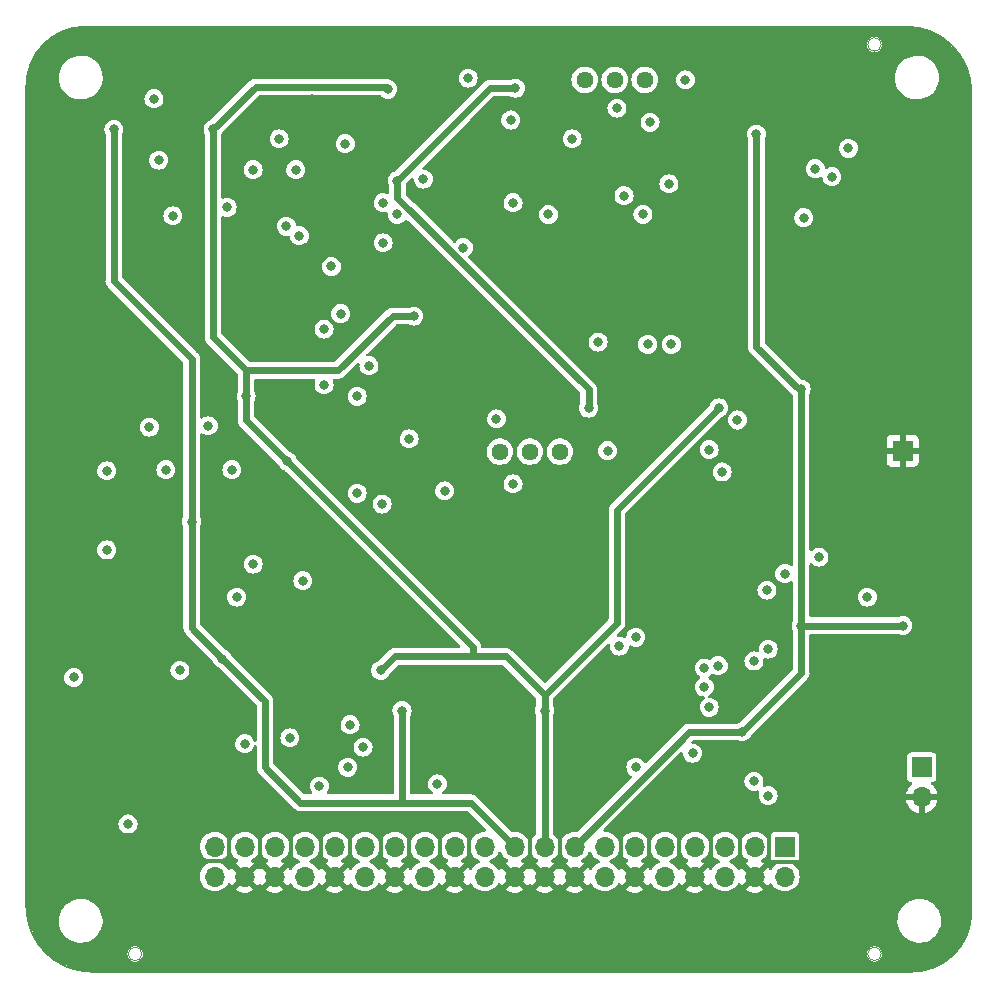
<source format=gbr>
G04 #@! TF.GenerationSoftware,KiCad,Pcbnew,7.0.11*
G04 #@! TF.CreationDate,2025-02-13T22:30:29-08:00*
G04 #@! TF.ProjectId,poledancer,706f6c65-6461-46e6-9365-722e6b696361,0.2*
G04 #@! TF.SameCoordinates,PX3de4ba0PY6578900*
G04 #@! TF.FileFunction,Copper,L3,Inr*
G04 #@! TF.FilePolarity,Positive*
%FSLAX46Y46*%
G04 Gerber Fmt 4.6, Leading zero omitted, Abs format (unit mm)*
G04 Created by KiCad (PCBNEW 7.0.11) date 2025-02-13 22:30:29*
%MOMM*%
%LPD*%
G01*
G04 APERTURE LIST*
G04 #@! TA.AperFunction,ComponentPad*
%ADD10R,1.700000X1.700000*%
G04 #@! TD*
G04 #@! TA.AperFunction,ComponentPad*
%ADD11O,1.700000X1.700000*%
G04 #@! TD*
G04 #@! TA.AperFunction,ComponentPad*
%ADD12C,1.440000*%
G04 #@! TD*
G04 #@! TA.AperFunction,ViaPad*
%ADD13C,0.800000*%
G04 #@! TD*
G04 #@! TA.AperFunction,Conductor*
%ADD14C,0.300000*%
G04 #@! TD*
G04 #@! TA.AperFunction,Conductor*
%ADD15C,0.600000*%
G04 #@! TD*
G04 #@! TA.AperFunction,Profile*
%ADD16C,0.150000*%
G04 #@! TD*
G04 #@! TA.AperFunction,Profile*
%ADD17C,0.050000*%
G04 #@! TD*
G04 APERTURE END LIST*
D10*
X74700000Y45600000D03*
X76300000Y18800000D03*
D11*
X76300000Y16260000D03*
D12*
X45665000Y45525000D03*
X43125000Y45525000D03*
X40585000Y45525000D03*
X52850000Y77000000D03*
X50310000Y77000000D03*
X47770000Y77000000D03*
D10*
X64700000Y12090000D03*
D11*
X64700000Y9550000D03*
X62160000Y12090000D03*
X62160000Y9550000D03*
X59620000Y12090000D03*
X59620000Y9550000D03*
X57080000Y12090000D03*
X57080000Y9550000D03*
X54540000Y12090000D03*
X54540000Y9550000D03*
X52000000Y12090000D03*
X52000000Y9550000D03*
X49460000Y12090000D03*
X49460000Y9550000D03*
X46920000Y12090000D03*
X46920000Y9550000D03*
X44380000Y12090000D03*
X44380000Y9550000D03*
X41840000Y12090000D03*
X41840000Y9550000D03*
X39300000Y12090000D03*
X39300000Y9550000D03*
X36760000Y12090000D03*
X36760000Y9550000D03*
X34220000Y12090000D03*
X34220000Y9550000D03*
X31680000Y12090000D03*
X31680000Y9550000D03*
X29140000Y12090000D03*
X29140000Y9550000D03*
X26600000Y12090000D03*
X26600000Y9550000D03*
X24060000Y12090000D03*
X24060000Y9550000D03*
X21520000Y12090000D03*
X21520000Y9550000D03*
X18980000Y12090000D03*
X18980000Y9550000D03*
X16440000Y12090000D03*
X16440000Y9550000D03*
D13*
X16300000Y17800000D03*
X17900000Y51775000D03*
X26500000Y48400000D03*
X18500000Y30000000D03*
X68900000Y16200000D03*
X49700000Y47000000D03*
X76700000Y68600000D03*
X72100000Y69400000D03*
X31100000Y22400000D03*
X42900000Y20600000D03*
X56100000Y39000000D03*
X71100000Y42600000D03*
X18900000Y73400000D03*
X56100000Y41000000D03*
X69300000Y75000000D03*
X18100000Y37800000D03*
X63500000Y42800000D03*
X12700000Y31800000D03*
X2900000Y69400000D03*
X36700000Y58000000D03*
X51900000Y39800000D03*
X66300000Y68000000D03*
X73500000Y61600000D03*
X23700000Y59200000D03*
X28300000Y43200000D03*
X40900000Y68200000D03*
X49300000Y32200000D03*
X30700000Y44000000D03*
X58900000Y64600000D03*
X48100000Y15600000D03*
X45300000Y42400000D03*
X60700000Y72400000D03*
X5900000Y31200000D03*
X49100000Y75400000D03*
X67400000Y37900000D03*
X56700000Y32200000D03*
X24850000Y69400000D03*
X79100000Y72600000D03*
X50900000Y21000000D03*
X12100000Y46200000D03*
X24700000Y75400000D03*
X22300000Y57000000D03*
X57100000Y69200000D03*
X7300000Y41400000D03*
X28900000Y74200000D03*
X12700000Y20400000D03*
X28300000Y62800000D03*
X20700000Y66600000D03*
X77500000Y37000000D03*
X27700000Y67600000D03*
X65100000Y76200000D03*
X2900000Y61400000D03*
X9900000Y74200000D03*
X59500000Y67600000D03*
X28350000Y66150000D03*
X40500000Y51400000D03*
X73225000Y35925000D03*
X65300000Y63400000D03*
X10700000Y25800000D03*
X17700000Y64600000D03*
X46700000Y49200000D03*
X15100000Y60800000D03*
X17900000Y22200000D03*
X54100000Y39800000D03*
X53100000Y22800000D03*
X63500000Y44800000D03*
X77700000Y60800000D03*
X77500000Y35000000D03*
X37700000Y43600000D03*
X16900000Y76800000D03*
X61900000Y50800000D03*
X76300000Y49400000D03*
X31100000Y25800000D03*
X14900000Y75600000D03*
X46300000Y62800000D03*
X41100000Y16800000D03*
X31900000Y39400000D03*
X33100000Y71800000D03*
X64700000Y71200000D03*
X59700000Y70000000D03*
X36700000Y76000000D03*
X49950000Y66400000D03*
X65900000Y20000000D03*
X60100000Y33400000D03*
X2900000Y63400000D03*
X43300000Y57600000D03*
X2900000Y65400000D03*
X42300000Y25000000D03*
X28100000Y24800000D03*
X16900000Y35800000D03*
X44700000Y75200000D03*
X30700000Y42800000D03*
X19900000Y58400000D03*
X3100000Y16000000D03*
X53100000Y15600000D03*
X49700000Y49200000D03*
X71100000Y54000000D03*
X30500000Y58400000D03*
X57700000Y78600000D03*
X68900000Y33600000D03*
X12700000Y79600000D03*
X8900000Y54000000D03*
X10300000Y31800000D03*
X61700000Y32400000D03*
X10700000Y59600000D03*
X2900000Y71400000D03*
X2900000Y67400000D03*
X21300000Y43400000D03*
X41900000Y76300000D03*
X31900000Y68472793D03*
X35900000Y42200000D03*
X17100000Y28000000D03*
X14500000Y39600000D03*
X7900000Y72800000D03*
X48100000Y49200000D03*
X32300000Y23600000D03*
X29000000Y20500000D03*
X59125000Y49225000D03*
X13500000Y27000000D03*
X44380000Y23600000D03*
X19100000Y50200000D03*
X31100000Y76200000D03*
X33300000Y57000000D03*
X22600000Y44700000D03*
X30500000Y27000000D03*
X16300000Y72800000D03*
X66100000Y50800000D03*
X62300000Y72400000D03*
X61100000Y21800000D03*
X74700000Y30800000D03*
X9100000Y14000000D03*
X66100000Y30800000D03*
X63300000Y16400000D03*
X63300000Y28800000D03*
X62100000Y17600000D03*
X62100000Y27800000D03*
X56900000Y20000000D03*
X50700000Y29050000D03*
X52100000Y18800000D03*
X52100000Y29800000D03*
X56300000Y77000000D03*
X66300000Y65325000D03*
X7300000Y37200000D03*
X22805000Y21295000D03*
X27900000Y22400000D03*
X25300000Y17200000D03*
X27700000Y18800000D03*
X64700000Y35200000D03*
X67300000Y69475000D03*
X68700000Y68800000D03*
X67600000Y36600000D03*
X18980000Y20800000D03*
X70100000Y71200000D03*
X71700000Y33200000D03*
X15900000Y47705000D03*
X17900000Y44000000D03*
X19700000Y36000000D03*
X10900000Y47600000D03*
X7300000Y43900000D03*
X23900000Y34600000D03*
X44700000Y65600000D03*
X41700000Y42800000D03*
X30700000Y66600000D03*
X50500000Y74600000D03*
X17500000Y66200000D03*
X53300000Y73400000D03*
X12900000Y65482500D03*
X11300000Y75400000D03*
X11700000Y70200000D03*
X54900000Y68200000D03*
X63200000Y33800000D03*
X59400000Y43800000D03*
X41700000Y66600000D03*
X28500000Y42000000D03*
X12300000Y44000000D03*
X30612500Y41087500D03*
X30700000Y63200000D03*
X27500000Y71600000D03*
X25700000Y51200000D03*
X25700000Y55900000D03*
X41500000Y73600000D03*
X51100000Y67200000D03*
X22500000Y64600000D03*
X48900000Y54800000D03*
X46700000Y72000000D03*
X23300000Y69400000D03*
X60700000Y48200000D03*
X37900000Y77150000D03*
X52700000Y65600000D03*
X21900000Y72000000D03*
X27100000Y57200000D03*
X29500000Y52800000D03*
X4500000Y26400000D03*
X19700000Y69400000D03*
X37500000Y62800000D03*
X34100000Y68600000D03*
X23600000Y63800000D03*
X26325000Y61200000D03*
X28500000Y50200000D03*
X31900000Y65600000D03*
X53100000Y54600000D03*
X57900000Y25600000D03*
X57900000Y27200000D03*
X55100000Y54600000D03*
X58300000Y23875000D03*
X49700000Y45600000D03*
X18300000Y33200000D03*
X35300000Y17400000D03*
X32900000Y46600000D03*
X40300000Y48295000D03*
X59082239Y27392919D03*
X58300000Y45700000D03*
D14*
X21520000Y9550000D02*
X20300000Y10770000D01*
X63360000Y10750000D02*
X63360000Y13540000D01*
X60900000Y10810000D02*
X60900000Y13400000D01*
X44380000Y9550000D02*
X45700000Y10870000D01*
X62160000Y9550000D02*
X63360000Y10750000D01*
X25400000Y10750000D02*
X25400000Y13500000D01*
X32900000Y10770000D02*
X32900000Y13400000D01*
X57080000Y9550000D02*
X58420000Y10890000D01*
X41840000Y9550000D02*
X43100000Y10810000D01*
X50800000Y10750000D02*
X50800000Y13100000D01*
X43120000Y10810000D02*
X43100000Y10810000D01*
X36760000Y9550000D02*
X37960000Y10750000D01*
X52000000Y9550000D02*
X50800000Y10750000D01*
X26600000Y9550000D02*
X27900000Y10850000D01*
X45700000Y10870000D02*
X45700000Y13400000D01*
X20300000Y10770000D02*
X20300000Y10870000D01*
X43100000Y10810000D02*
X43100000Y13400000D01*
X18980000Y9550000D02*
X17640000Y10890000D01*
X62160000Y9550000D02*
X60900000Y10810000D01*
X22860000Y10890000D02*
X22860000Y13560000D01*
X21520000Y9550000D02*
X22860000Y10890000D01*
X46920000Y9550000D02*
X45700000Y10770000D01*
X52000000Y9550000D02*
X53200000Y10750000D01*
X20300000Y10870000D02*
X20300000Y13600000D01*
X31680000Y9550000D02*
X32900000Y10770000D01*
X44380000Y9550000D02*
X43120000Y10810000D01*
X26600000Y9550000D02*
X25400000Y10750000D01*
X17640000Y10890000D02*
X17640000Y13540000D01*
X31680000Y9550000D02*
X30480000Y10750000D01*
X35500000Y10810000D02*
X35500000Y13400000D01*
X45700000Y10770000D02*
X45700000Y10870000D01*
X18980000Y9550000D02*
X20300000Y10870000D01*
X58420000Y10890000D02*
X58420000Y13320000D01*
X63360000Y10750000D02*
X66450000Y10750000D01*
X55740000Y10890000D02*
X55740000Y13360000D01*
X37960000Y10750000D02*
X37960000Y13340000D01*
X57080000Y9550000D02*
X55740000Y10890000D01*
X30480000Y10750000D02*
X30480000Y13380000D01*
X53200000Y10750000D02*
X53200000Y13100000D01*
X36760000Y9550000D02*
X35500000Y10810000D01*
X17640000Y10890000D02*
X14810000Y10890000D01*
X27900000Y10850000D02*
X27900000Y13400000D01*
D15*
X41840000Y12090000D02*
X38130000Y15800000D01*
X14500000Y30600000D02*
X14500000Y39600000D01*
X39727207Y76300000D02*
X31900000Y68472793D01*
X48100000Y50800000D02*
X31900000Y67000000D01*
X32300000Y15800000D02*
X32300000Y23600000D01*
X38130000Y15800000D02*
X32300000Y15800000D01*
X14500000Y53400000D02*
X7900000Y60000000D01*
X31900000Y67000000D02*
X31900000Y68472793D01*
X20700000Y18800000D02*
X23700000Y15800000D01*
X7900000Y60000000D02*
X7900000Y72800000D01*
X48100000Y49200000D02*
X48100000Y50800000D01*
X23700000Y15800000D02*
X32300000Y15800000D01*
X41900000Y76300000D02*
X39727207Y76300000D01*
X14500000Y39600000D02*
X14500000Y53400000D01*
X20700000Y24400000D02*
X20700000Y18800000D01*
X17100000Y28000000D02*
X20700000Y24400000D01*
X17100000Y28000000D02*
X14500000Y30600000D01*
X50500000Y31040000D02*
X44380000Y24920000D01*
X41100000Y28200000D02*
X44380000Y24920000D01*
X44380000Y24920000D02*
X44380000Y12090000D01*
X31500000Y57000000D02*
X26900000Y52400000D01*
X33300000Y57000000D02*
X31500000Y57000000D01*
X30500000Y27000000D02*
X31700000Y28200000D01*
X19100000Y50200000D02*
X19100000Y52400000D01*
X38300000Y29000000D02*
X38300000Y28200000D01*
X50500000Y40600000D02*
X50500000Y31040000D01*
X19900000Y76400000D02*
X30900000Y76400000D01*
X19100000Y50200000D02*
X19100000Y48200000D01*
X19100000Y48200000D02*
X38300000Y29000000D01*
X16300000Y55200000D02*
X16300000Y72800000D01*
X59125000Y49225000D02*
X50500000Y40600000D01*
X16300000Y72800000D02*
X19900000Y76400000D01*
X30900000Y76400000D02*
X31100000Y76200000D01*
X19100000Y52400000D02*
X16300000Y55200000D01*
X31700000Y28200000D02*
X41100000Y28200000D01*
X26900000Y52400000D02*
X19100000Y52400000D01*
X66100000Y50800000D02*
X65900000Y50800000D01*
X66100000Y30800000D02*
X66100000Y50800000D01*
X65900000Y50800000D02*
X62300000Y54400000D01*
X66100000Y30800000D02*
X66100000Y26800000D01*
X56630000Y21800000D02*
X61100000Y21800000D01*
X66100000Y26800000D02*
X61100000Y21800000D01*
X46920000Y12090000D02*
X56630000Y21800000D01*
X62300000Y54400000D02*
X62300000Y72400000D01*
X66100000Y30800000D02*
X74700000Y30800000D01*
G04 #@! TA.AperFunction,Conductor*
G36*
X17778959Y11661900D02*
G01*
X17824194Y11609698D01*
X17892898Y11462361D01*
X18018402Y11283123D01*
X18173123Y11128402D01*
X18173126Y11128400D01*
X18352359Y11002899D01*
X18352360Y11002899D01*
X18352361Y11002898D01*
X18372022Y10993730D01*
X18425307Y10946815D01*
X18444769Y10878538D01*
X18424228Y10810577D01*
X18378743Y10768722D01*
X18234705Y10690773D01*
X18234693Y10690765D01*
X18214311Y10674901D01*
X18214310Y10674900D01*
X18852412Y10036798D01*
X18837685Y10034680D01*
X18706900Y9974952D01*
X18598239Y9880798D01*
X18520507Y9759844D01*
X18495639Y9675151D01*
X17856921Y10313869D01*
X17856920Y10313868D01*
X17781586Y10198561D01*
X17781579Y10198547D01*
X17765382Y10161621D01*
X17719701Y10107272D01*
X17651888Y10086249D01*
X17583474Y10105226D01*
X17536181Y10158177D01*
X17535800Y10158985D01*
X17527100Y10177642D01*
X17401604Y10356869D01*
X17401601Y10356873D01*
X17401598Y10356877D01*
X17246877Y10511598D01*
X17067639Y10637102D01*
X16920302Y10705806D01*
X16867019Y10752722D01*
X16847558Y10820999D01*
X16868100Y10888959D01*
X16920302Y10934195D01*
X17067639Y11002898D01*
X17246877Y11128402D01*
X17401598Y11283123D01*
X17527102Y11462361D01*
X17595805Y11609698D01*
X17642722Y11662981D01*
X17710999Y11682442D01*
X17778959Y11661900D01*
G37*
G04 #@! TD.AperFunction*
G04 #@! TA.AperFunction,Conductor*
G36*
X20318959Y11661900D02*
G01*
X20364194Y11609698D01*
X20432898Y11462361D01*
X20558402Y11283123D01*
X20713123Y11128402D01*
X20713126Y11128400D01*
X20892359Y11002899D01*
X20892360Y11002899D01*
X20892361Y11002898D01*
X20912022Y10993730D01*
X20965307Y10946815D01*
X20984769Y10878538D01*
X20964228Y10810577D01*
X20918743Y10768722D01*
X20774705Y10690773D01*
X20774693Y10690765D01*
X20754311Y10674901D01*
X20754310Y10674900D01*
X21392412Y10036798D01*
X21377685Y10034680D01*
X21246900Y9974952D01*
X21138239Y9880798D01*
X21060507Y9759844D01*
X21035639Y9675151D01*
X20396921Y10313869D01*
X20396920Y10313868D01*
X20355482Y10250442D01*
X20301479Y10204353D01*
X20231131Y10194778D01*
X20166773Y10224755D01*
X20144516Y10250442D01*
X20103078Y10313868D01*
X19464360Y9675152D01*
X19439493Y9759844D01*
X19361761Y9880798D01*
X19253100Y9974952D01*
X19122315Y10034680D01*
X19107586Y10036798D01*
X19745688Y10674900D01*
X19745687Y10674901D01*
X19725308Y10690763D01*
X19725303Y10690766D01*
X19581256Y10768721D01*
X19530866Y10818735D01*
X19515514Y10888052D01*
X19540075Y10954665D01*
X19587976Y10993730D01*
X19607639Y11002898D01*
X19786877Y11128402D01*
X19941598Y11283123D01*
X20067102Y11462361D01*
X20135805Y11609698D01*
X20182722Y11662981D01*
X20250999Y11682442D01*
X20318959Y11661900D01*
G37*
G04 #@! TD.AperFunction*
G04 #@! TA.AperFunction,Conductor*
G36*
X25398959Y11661900D02*
G01*
X25444194Y11609698D01*
X25512898Y11462361D01*
X25638402Y11283123D01*
X25793123Y11128402D01*
X25793126Y11128400D01*
X25972359Y11002899D01*
X25972360Y11002899D01*
X25972361Y11002898D01*
X25992022Y10993730D01*
X26045307Y10946815D01*
X26064769Y10878538D01*
X26044228Y10810577D01*
X25998743Y10768722D01*
X25854705Y10690773D01*
X25854693Y10690765D01*
X25834311Y10674901D01*
X25834310Y10674900D01*
X26472412Y10036798D01*
X26457685Y10034680D01*
X26326900Y9974952D01*
X26218239Y9880798D01*
X26140507Y9759844D01*
X26115639Y9675151D01*
X25476921Y10313869D01*
X25476920Y10313868D01*
X25401586Y10198561D01*
X25401579Y10198547D01*
X25385382Y10161621D01*
X25339701Y10107272D01*
X25271888Y10086249D01*
X25203474Y10105226D01*
X25156181Y10158177D01*
X25155800Y10158985D01*
X25147100Y10177642D01*
X25021604Y10356869D01*
X25021601Y10356873D01*
X25021598Y10356877D01*
X24866877Y10511598D01*
X24687639Y10637102D01*
X24540302Y10705806D01*
X24487019Y10752722D01*
X24467558Y10820999D01*
X24488100Y10888959D01*
X24540302Y10934195D01*
X24687639Y11002898D01*
X24866877Y11128402D01*
X25021598Y11283123D01*
X25147102Y11462361D01*
X25215805Y11609698D01*
X25262722Y11662981D01*
X25330999Y11682442D01*
X25398959Y11661900D01*
G37*
G04 #@! TD.AperFunction*
G04 #@! TA.AperFunction,Conductor*
G36*
X30478959Y11661900D02*
G01*
X30524194Y11609698D01*
X30592898Y11462361D01*
X30718402Y11283123D01*
X30873123Y11128402D01*
X30873126Y11128400D01*
X31052359Y11002899D01*
X31052360Y11002899D01*
X31052361Y11002898D01*
X31072022Y10993730D01*
X31125307Y10946815D01*
X31144769Y10878538D01*
X31124228Y10810577D01*
X31078743Y10768722D01*
X30934705Y10690773D01*
X30934693Y10690765D01*
X30914311Y10674901D01*
X30914310Y10674900D01*
X31552412Y10036798D01*
X31537685Y10034680D01*
X31406900Y9974952D01*
X31298239Y9880798D01*
X31220507Y9759844D01*
X31195639Y9675151D01*
X30556921Y10313869D01*
X30556920Y10313868D01*
X30481586Y10198561D01*
X30481579Y10198547D01*
X30465382Y10161621D01*
X30419701Y10107272D01*
X30351888Y10086249D01*
X30283474Y10105226D01*
X30236181Y10158177D01*
X30235800Y10158985D01*
X30227100Y10177642D01*
X30101604Y10356869D01*
X30101601Y10356873D01*
X30101598Y10356877D01*
X29946877Y10511598D01*
X29767639Y10637102D01*
X29620302Y10705806D01*
X29567019Y10752722D01*
X29547558Y10820999D01*
X29568100Y10888959D01*
X29620302Y10934195D01*
X29767639Y11002898D01*
X29946877Y11128402D01*
X30101598Y11283123D01*
X30227102Y11462361D01*
X30295805Y11609698D01*
X30342722Y11662981D01*
X30410999Y11682442D01*
X30478959Y11661900D01*
G37*
G04 #@! TD.AperFunction*
G04 #@! TA.AperFunction,Conductor*
G36*
X35558959Y11661900D02*
G01*
X35604194Y11609698D01*
X35672898Y11462361D01*
X35798402Y11283123D01*
X35953123Y11128402D01*
X35953126Y11128400D01*
X36132359Y11002899D01*
X36132360Y11002899D01*
X36132361Y11002898D01*
X36152022Y10993730D01*
X36205307Y10946815D01*
X36224769Y10878538D01*
X36204228Y10810577D01*
X36158743Y10768722D01*
X36014705Y10690773D01*
X36014693Y10690765D01*
X35994311Y10674901D01*
X35994310Y10674900D01*
X36632412Y10036798D01*
X36617685Y10034680D01*
X36486900Y9974952D01*
X36378239Y9880798D01*
X36300507Y9759844D01*
X36275639Y9675151D01*
X35636921Y10313869D01*
X35636920Y10313868D01*
X35561586Y10198561D01*
X35561579Y10198547D01*
X35545382Y10161621D01*
X35499701Y10107272D01*
X35431888Y10086249D01*
X35363474Y10105226D01*
X35316181Y10158177D01*
X35315800Y10158985D01*
X35307100Y10177642D01*
X35181604Y10356869D01*
X35181601Y10356873D01*
X35181598Y10356877D01*
X35026877Y10511598D01*
X34847639Y10637102D01*
X34700302Y10705806D01*
X34647019Y10752722D01*
X34627558Y10820999D01*
X34648100Y10888959D01*
X34700302Y10934195D01*
X34847639Y11002898D01*
X35026877Y11128402D01*
X35181598Y11283123D01*
X35307102Y11462361D01*
X35375805Y11609698D01*
X35422722Y11662981D01*
X35490999Y11682442D01*
X35558959Y11661900D01*
G37*
G04 #@! TD.AperFunction*
G04 #@! TA.AperFunction,Conductor*
G36*
X40638959Y11661900D02*
G01*
X40684194Y11609698D01*
X40752898Y11462361D01*
X40878402Y11283123D01*
X41033123Y11128402D01*
X41033126Y11128400D01*
X41212359Y11002899D01*
X41212360Y11002899D01*
X41212361Y11002898D01*
X41232022Y10993730D01*
X41285307Y10946815D01*
X41304769Y10878538D01*
X41284228Y10810577D01*
X41238743Y10768722D01*
X41094705Y10690773D01*
X41094693Y10690765D01*
X41074311Y10674901D01*
X41074310Y10674900D01*
X41712412Y10036798D01*
X41697685Y10034680D01*
X41566900Y9974952D01*
X41458239Y9880798D01*
X41380507Y9759844D01*
X41355639Y9675151D01*
X40716921Y10313869D01*
X40716920Y10313868D01*
X40641586Y10198561D01*
X40641579Y10198547D01*
X40625382Y10161621D01*
X40579701Y10107272D01*
X40511888Y10086249D01*
X40443474Y10105226D01*
X40396181Y10158177D01*
X40395800Y10158985D01*
X40387100Y10177642D01*
X40261604Y10356869D01*
X40261601Y10356873D01*
X40261598Y10356877D01*
X40106877Y10511598D01*
X39927639Y10637102D01*
X39780302Y10705806D01*
X39727019Y10752722D01*
X39707558Y10820999D01*
X39728100Y10888959D01*
X39780302Y10934195D01*
X39927639Y11002898D01*
X40106877Y11128402D01*
X40261598Y11283123D01*
X40387102Y11462361D01*
X40455805Y11609698D01*
X40502722Y11662981D01*
X40570999Y11682442D01*
X40638959Y11661900D01*
G37*
G04 #@! TD.AperFunction*
G04 #@! TA.AperFunction,Conductor*
G36*
X43178959Y11661900D02*
G01*
X43224194Y11609698D01*
X43292898Y11462361D01*
X43418402Y11283123D01*
X43573123Y11128402D01*
X43573126Y11128400D01*
X43752359Y11002899D01*
X43752360Y11002899D01*
X43752361Y11002898D01*
X43772022Y10993730D01*
X43825307Y10946815D01*
X43844769Y10878538D01*
X43824228Y10810577D01*
X43778743Y10768722D01*
X43634705Y10690773D01*
X43634693Y10690765D01*
X43614311Y10674901D01*
X43614310Y10674900D01*
X44252412Y10036798D01*
X44237685Y10034680D01*
X44106900Y9974952D01*
X43998239Y9880798D01*
X43920507Y9759844D01*
X43895639Y9675151D01*
X43256921Y10313869D01*
X43256920Y10313868D01*
X43215482Y10250442D01*
X43161479Y10204353D01*
X43091131Y10194778D01*
X43026773Y10224755D01*
X43004516Y10250442D01*
X42963078Y10313868D01*
X42324360Y9675152D01*
X42299493Y9759844D01*
X42221761Y9880798D01*
X42113100Y9974952D01*
X41982315Y10034680D01*
X41967586Y10036798D01*
X42605688Y10674900D01*
X42605687Y10674901D01*
X42585308Y10690763D01*
X42585303Y10690766D01*
X42441256Y10768721D01*
X42390866Y10818735D01*
X42375514Y10888052D01*
X42400075Y10954665D01*
X42447976Y10993730D01*
X42467639Y11002898D01*
X42646877Y11128402D01*
X42801598Y11283123D01*
X42927102Y11462361D01*
X42995805Y11609698D01*
X43042722Y11662981D01*
X43110999Y11682442D01*
X43178959Y11661900D01*
G37*
G04 #@! TD.AperFunction*
G04 #@! TA.AperFunction,Conductor*
G36*
X45718959Y11661900D02*
G01*
X45764194Y11609698D01*
X45832898Y11462361D01*
X45958402Y11283123D01*
X46113123Y11128402D01*
X46113126Y11128400D01*
X46292359Y11002899D01*
X46292360Y11002899D01*
X46292361Y11002898D01*
X46312022Y10993730D01*
X46365307Y10946815D01*
X46384769Y10878538D01*
X46364228Y10810577D01*
X46318743Y10768722D01*
X46174705Y10690773D01*
X46174693Y10690765D01*
X46154311Y10674901D01*
X46154310Y10674900D01*
X46792412Y10036798D01*
X46777685Y10034680D01*
X46646900Y9974952D01*
X46538239Y9880798D01*
X46460507Y9759844D01*
X46435639Y9675151D01*
X45796921Y10313869D01*
X45796920Y10313868D01*
X45755482Y10250442D01*
X45701479Y10204353D01*
X45631131Y10194778D01*
X45566773Y10224755D01*
X45544516Y10250442D01*
X45503078Y10313868D01*
X44864360Y9675152D01*
X44839493Y9759844D01*
X44761761Y9880798D01*
X44653100Y9974952D01*
X44522315Y10034680D01*
X44507586Y10036798D01*
X45145688Y10674900D01*
X45145687Y10674901D01*
X45125308Y10690763D01*
X45125303Y10690766D01*
X44981256Y10768721D01*
X44930866Y10818735D01*
X44915514Y10888052D01*
X44940075Y10954665D01*
X44987976Y10993730D01*
X45007639Y11002898D01*
X45186877Y11128402D01*
X45341598Y11283123D01*
X45467102Y11462361D01*
X45535805Y11609698D01*
X45582722Y11662981D01*
X45650999Y11682442D01*
X45718959Y11661900D01*
G37*
G04 #@! TD.AperFunction*
G04 #@! TA.AperFunction,Conductor*
G36*
X50798959Y11661900D02*
G01*
X50844194Y11609698D01*
X50912898Y11462361D01*
X51038402Y11283123D01*
X51193123Y11128402D01*
X51193126Y11128400D01*
X51372359Y11002899D01*
X51372360Y11002899D01*
X51372361Y11002898D01*
X51392022Y10993730D01*
X51445307Y10946815D01*
X51464769Y10878538D01*
X51444228Y10810577D01*
X51398743Y10768722D01*
X51254705Y10690773D01*
X51254693Y10690765D01*
X51234311Y10674901D01*
X51234310Y10674900D01*
X51872412Y10036798D01*
X51857685Y10034680D01*
X51726900Y9974952D01*
X51618239Y9880798D01*
X51540507Y9759844D01*
X51515639Y9675151D01*
X50876921Y10313869D01*
X50876920Y10313868D01*
X50801586Y10198561D01*
X50801579Y10198547D01*
X50785382Y10161621D01*
X50739701Y10107272D01*
X50671888Y10086249D01*
X50603474Y10105226D01*
X50556181Y10158177D01*
X50555800Y10158985D01*
X50547100Y10177642D01*
X50421604Y10356869D01*
X50421601Y10356873D01*
X50421598Y10356877D01*
X50266877Y10511598D01*
X50087639Y10637102D01*
X49940302Y10705806D01*
X49887019Y10752722D01*
X49867558Y10820999D01*
X49888100Y10888959D01*
X49940302Y10934195D01*
X50087639Y11002898D01*
X50266877Y11128402D01*
X50421598Y11283123D01*
X50547102Y11462361D01*
X50615805Y11609698D01*
X50662722Y11662981D01*
X50730999Y11682442D01*
X50798959Y11661900D01*
G37*
G04 #@! TD.AperFunction*
G04 #@! TA.AperFunction,Conductor*
G36*
X55878959Y11661900D02*
G01*
X55924194Y11609698D01*
X55992898Y11462361D01*
X56118402Y11283123D01*
X56273123Y11128402D01*
X56273126Y11128400D01*
X56452359Y11002899D01*
X56452360Y11002899D01*
X56452361Y11002898D01*
X56472022Y10993730D01*
X56525307Y10946815D01*
X56544769Y10878538D01*
X56524228Y10810577D01*
X56478743Y10768722D01*
X56334705Y10690773D01*
X56334693Y10690765D01*
X56314311Y10674901D01*
X56314310Y10674900D01*
X56952412Y10036798D01*
X56937685Y10034680D01*
X56806900Y9974952D01*
X56698239Y9880798D01*
X56620507Y9759844D01*
X56595639Y9675151D01*
X55956921Y10313869D01*
X55956920Y10313868D01*
X55881586Y10198561D01*
X55881579Y10198547D01*
X55865382Y10161621D01*
X55819701Y10107272D01*
X55751888Y10086249D01*
X55683474Y10105226D01*
X55636181Y10158177D01*
X55635800Y10158985D01*
X55627100Y10177642D01*
X55501604Y10356869D01*
X55501601Y10356873D01*
X55501598Y10356877D01*
X55346877Y10511598D01*
X55167639Y10637102D01*
X55020302Y10705806D01*
X54967019Y10752722D01*
X54947558Y10820999D01*
X54968100Y10888959D01*
X55020302Y10934195D01*
X55167639Y11002898D01*
X55346877Y11128402D01*
X55501598Y11283123D01*
X55627102Y11462361D01*
X55695805Y11609698D01*
X55742722Y11662981D01*
X55810999Y11682442D01*
X55878959Y11661900D01*
G37*
G04 #@! TD.AperFunction*
G04 #@! TA.AperFunction,Conductor*
G36*
X60958959Y11661900D02*
G01*
X61004194Y11609698D01*
X61072898Y11462361D01*
X61198402Y11283123D01*
X61353123Y11128402D01*
X61353126Y11128400D01*
X61532359Y11002899D01*
X61532360Y11002899D01*
X61532361Y11002898D01*
X61552022Y10993730D01*
X61605307Y10946815D01*
X61624769Y10878538D01*
X61604228Y10810577D01*
X61558743Y10768722D01*
X61414705Y10690773D01*
X61414693Y10690765D01*
X61394311Y10674901D01*
X61394310Y10674900D01*
X62032412Y10036798D01*
X62017685Y10034680D01*
X61886900Y9974952D01*
X61778239Y9880798D01*
X61700507Y9759844D01*
X61675639Y9675151D01*
X61036921Y10313869D01*
X61036920Y10313868D01*
X60961586Y10198561D01*
X60961579Y10198547D01*
X60945382Y10161621D01*
X60899701Y10107272D01*
X60831888Y10086249D01*
X60763474Y10105226D01*
X60716181Y10158177D01*
X60715800Y10158985D01*
X60707100Y10177642D01*
X60581604Y10356869D01*
X60581601Y10356873D01*
X60581598Y10356877D01*
X60426877Y10511598D01*
X60247639Y10637102D01*
X60100302Y10705806D01*
X60047019Y10752722D01*
X60027558Y10820999D01*
X60048100Y10888959D01*
X60100302Y10934195D01*
X60247639Y11002898D01*
X60426877Y11128402D01*
X60581598Y11283123D01*
X60707102Y11462361D01*
X60775805Y11609698D01*
X60822722Y11662981D01*
X60890999Y11682442D01*
X60958959Y11661900D01*
G37*
G04 #@! TD.AperFunction*
G04 #@! TA.AperFunction,Conductor*
G36*
X22858959Y11661900D02*
G01*
X22904194Y11609698D01*
X22972898Y11462361D01*
X23098402Y11283123D01*
X23253123Y11128402D01*
X23432361Y11002898D01*
X23571485Y10938024D01*
X23579695Y10934195D01*
X23632980Y10887278D01*
X23652441Y10819000D01*
X23631899Y10751040D01*
X23579695Y10705805D01*
X23432358Y10637101D01*
X23253131Y10511605D01*
X23253120Y10511596D01*
X23098404Y10356880D01*
X23098395Y10356869D01*
X22972899Y10177642D01*
X22972898Y10177640D01*
X22964197Y10158981D01*
X22917278Y10105698D01*
X22849000Y10086239D01*
X22781041Y10106783D01*
X22734977Y10160807D01*
X22734616Y10161623D01*
X22718419Y10198550D01*
X22643077Y10313868D01*
X22004360Y9675152D01*
X21979493Y9759844D01*
X21901761Y9880798D01*
X21793100Y9974952D01*
X21662315Y10034680D01*
X21647586Y10036798D01*
X22285688Y10674900D01*
X22285687Y10674901D01*
X22265308Y10690763D01*
X22265303Y10690766D01*
X22121256Y10768721D01*
X22070866Y10818735D01*
X22055514Y10888052D01*
X22080075Y10954665D01*
X22127976Y10993730D01*
X22147639Y11002898D01*
X22326877Y11128402D01*
X22481598Y11283123D01*
X22607102Y11462361D01*
X22675805Y11609698D01*
X22722722Y11662981D01*
X22790999Y11682442D01*
X22858959Y11661900D01*
G37*
G04 #@! TD.AperFunction*
G04 #@! TA.AperFunction,Conductor*
G36*
X27938959Y11661900D02*
G01*
X27984194Y11609698D01*
X28052898Y11462361D01*
X28178402Y11283123D01*
X28333123Y11128402D01*
X28512361Y11002898D01*
X28651485Y10938024D01*
X28659695Y10934195D01*
X28712980Y10887278D01*
X28732441Y10819000D01*
X28711899Y10751040D01*
X28659695Y10705805D01*
X28512358Y10637101D01*
X28333131Y10511605D01*
X28333120Y10511596D01*
X28178404Y10356880D01*
X28178395Y10356869D01*
X28052899Y10177642D01*
X28052898Y10177640D01*
X28044197Y10158981D01*
X27997278Y10105698D01*
X27929000Y10086239D01*
X27861041Y10106783D01*
X27814977Y10160807D01*
X27814616Y10161623D01*
X27798419Y10198550D01*
X27723077Y10313868D01*
X27084360Y9675152D01*
X27059493Y9759844D01*
X26981761Y9880798D01*
X26873100Y9974952D01*
X26742315Y10034680D01*
X26727586Y10036798D01*
X27365688Y10674900D01*
X27365687Y10674901D01*
X27345308Y10690763D01*
X27345303Y10690766D01*
X27201256Y10768721D01*
X27150866Y10818735D01*
X27135514Y10888052D01*
X27160075Y10954665D01*
X27207976Y10993730D01*
X27227639Y11002898D01*
X27406877Y11128402D01*
X27561598Y11283123D01*
X27687102Y11462361D01*
X27755805Y11609698D01*
X27802722Y11662981D01*
X27870999Y11682442D01*
X27938959Y11661900D01*
G37*
G04 #@! TD.AperFunction*
G04 #@! TA.AperFunction,Conductor*
G36*
X33018959Y11661900D02*
G01*
X33064194Y11609698D01*
X33132898Y11462361D01*
X33258402Y11283123D01*
X33413123Y11128402D01*
X33592361Y11002898D01*
X33731485Y10938024D01*
X33739695Y10934195D01*
X33792980Y10887278D01*
X33812441Y10819000D01*
X33791899Y10751040D01*
X33739695Y10705805D01*
X33592358Y10637101D01*
X33413131Y10511605D01*
X33413120Y10511596D01*
X33258404Y10356880D01*
X33258395Y10356869D01*
X33132899Y10177642D01*
X33132898Y10177640D01*
X33124197Y10158981D01*
X33077278Y10105698D01*
X33009000Y10086239D01*
X32941041Y10106783D01*
X32894977Y10160807D01*
X32894616Y10161623D01*
X32878419Y10198550D01*
X32803077Y10313868D01*
X32164360Y9675152D01*
X32139493Y9759844D01*
X32061761Y9880798D01*
X31953100Y9974952D01*
X31822315Y10034680D01*
X31807586Y10036798D01*
X32445688Y10674900D01*
X32445687Y10674901D01*
X32425308Y10690763D01*
X32425303Y10690766D01*
X32281256Y10768721D01*
X32230866Y10818735D01*
X32215514Y10888052D01*
X32240075Y10954665D01*
X32287976Y10993730D01*
X32307639Y11002898D01*
X32486877Y11128402D01*
X32641598Y11283123D01*
X32767102Y11462361D01*
X32835805Y11609698D01*
X32882722Y11662981D01*
X32950999Y11682442D01*
X33018959Y11661900D01*
G37*
G04 #@! TD.AperFunction*
G04 #@! TA.AperFunction,Conductor*
G36*
X38098959Y11661900D02*
G01*
X38144194Y11609698D01*
X38212898Y11462361D01*
X38338402Y11283123D01*
X38493123Y11128402D01*
X38672361Y11002898D01*
X38811485Y10938024D01*
X38819695Y10934195D01*
X38872980Y10887278D01*
X38892441Y10819000D01*
X38871899Y10751040D01*
X38819695Y10705805D01*
X38672358Y10637101D01*
X38493131Y10511605D01*
X38493120Y10511596D01*
X38338404Y10356880D01*
X38338395Y10356869D01*
X38212899Y10177642D01*
X38212898Y10177640D01*
X38204197Y10158981D01*
X38157278Y10105698D01*
X38089000Y10086239D01*
X38021041Y10106783D01*
X37974977Y10160807D01*
X37974616Y10161623D01*
X37958419Y10198550D01*
X37883077Y10313868D01*
X37244360Y9675152D01*
X37219493Y9759844D01*
X37141761Y9880798D01*
X37033100Y9974952D01*
X36902315Y10034680D01*
X36887586Y10036798D01*
X37525688Y10674900D01*
X37525687Y10674901D01*
X37505308Y10690763D01*
X37505303Y10690766D01*
X37361256Y10768721D01*
X37310866Y10818735D01*
X37295514Y10888052D01*
X37320075Y10954665D01*
X37367976Y10993730D01*
X37387639Y11002898D01*
X37566877Y11128402D01*
X37721598Y11283123D01*
X37847102Y11462361D01*
X37915805Y11609698D01*
X37962722Y11662981D01*
X38030999Y11682442D01*
X38098959Y11661900D01*
G37*
G04 #@! TD.AperFunction*
G04 #@! TA.AperFunction,Conductor*
G36*
X48258959Y11661900D02*
G01*
X48304194Y11609698D01*
X48372898Y11462361D01*
X48498402Y11283123D01*
X48653123Y11128402D01*
X48832361Y11002898D01*
X48971485Y10938024D01*
X48979695Y10934195D01*
X49032980Y10887278D01*
X49052441Y10819000D01*
X49031899Y10751040D01*
X48979695Y10705805D01*
X48832358Y10637101D01*
X48653131Y10511605D01*
X48653120Y10511596D01*
X48498404Y10356880D01*
X48498395Y10356869D01*
X48372899Y10177642D01*
X48372898Y10177640D01*
X48364197Y10158981D01*
X48317278Y10105698D01*
X48249000Y10086239D01*
X48181041Y10106783D01*
X48134977Y10160807D01*
X48134616Y10161623D01*
X48118419Y10198550D01*
X48043077Y10313868D01*
X47404360Y9675152D01*
X47379493Y9759844D01*
X47301761Y9880798D01*
X47193100Y9974952D01*
X47062315Y10034680D01*
X47047586Y10036798D01*
X47685688Y10674900D01*
X47685687Y10674901D01*
X47665308Y10690763D01*
X47665303Y10690766D01*
X47521256Y10768721D01*
X47470866Y10818735D01*
X47455514Y10888052D01*
X47480075Y10954665D01*
X47527976Y10993730D01*
X47547639Y11002898D01*
X47726877Y11128402D01*
X47881598Y11283123D01*
X48007102Y11462361D01*
X48075805Y11609698D01*
X48122722Y11662981D01*
X48190999Y11682442D01*
X48258959Y11661900D01*
G37*
G04 #@! TD.AperFunction*
G04 #@! TA.AperFunction,Conductor*
G36*
X53338959Y11661900D02*
G01*
X53384194Y11609698D01*
X53452898Y11462361D01*
X53578402Y11283123D01*
X53733123Y11128402D01*
X53912361Y11002898D01*
X54051485Y10938024D01*
X54059695Y10934195D01*
X54112980Y10887278D01*
X54132441Y10819000D01*
X54111899Y10751040D01*
X54059695Y10705805D01*
X53912358Y10637101D01*
X53733131Y10511605D01*
X53733120Y10511596D01*
X53578404Y10356880D01*
X53578395Y10356869D01*
X53452899Y10177642D01*
X53452898Y10177640D01*
X53444197Y10158981D01*
X53397278Y10105698D01*
X53329000Y10086239D01*
X53261041Y10106783D01*
X53214977Y10160807D01*
X53214616Y10161623D01*
X53198419Y10198550D01*
X53123077Y10313868D01*
X52484360Y9675152D01*
X52459493Y9759844D01*
X52381761Y9880798D01*
X52273100Y9974952D01*
X52142315Y10034680D01*
X52127586Y10036798D01*
X52765688Y10674900D01*
X52765687Y10674901D01*
X52745308Y10690763D01*
X52745303Y10690766D01*
X52601256Y10768721D01*
X52550866Y10818735D01*
X52535514Y10888052D01*
X52560075Y10954665D01*
X52607976Y10993730D01*
X52627639Y11002898D01*
X52806877Y11128402D01*
X52961598Y11283123D01*
X53087102Y11462361D01*
X53155805Y11609698D01*
X53202722Y11662981D01*
X53270999Y11682442D01*
X53338959Y11661900D01*
G37*
G04 #@! TD.AperFunction*
G04 #@! TA.AperFunction,Conductor*
G36*
X58418959Y11661900D02*
G01*
X58464194Y11609698D01*
X58532898Y11462361D01*
X58658402Y11283123D01*
X58813123Y11128402D01*
X58992361Y11002898D01*
X59131485Y10938024D01*
X59139695Y10934195D01*
X59192980Y10887278D01*
X59212441Y10819000D01*
X59191899Y10751040D01*
X59139695Y10705805D01*
X58992358Y10637101D01*
X58813131Y10511605D01*
X58813120Y10511596D01*
X58658404Y10356880D01*
X58658395Y10356869D01*
X58532899Y10177642D01*
X58532898Y10177640D01*
X58524197Y10158981D01*
X58477278Y10105698D01*
X58409000Y10086239D01*
X58341041Y10106783D01*
X58294977Y10160807D01*
X58294616Y10161623D01*
X58278419Y10198550D01*
X58203077Y10313868D01*
X57564360Y9675152D01*
X57539493Y9759844D01*
X57461761Y9880798D01*
X57353100Y9974952D01*
X57222315Y10034680D01*
X57207586Y10036798D01*
X57845688Y10674900D01*
X57845687Y10674901D01*
X57825308Y10690763D01*
X57825303Y10690766D01*
X57681256Y10768721D01*
X57630866Y10818735D01*
X57615514Y10888052D01*
X57640075Y10954665D01*
X57687976Y10993730D01*
X57707639Y11002898D01*
X57886877Y11128402D01*
X58041598Y11283123D01*
X58167102Y11462361D01*
X58235805Y11609698D01*
X58282722Y11662981D01*
X58350999Y11682442D01*
X58418959Y11661900D01*
G37*
G04 #@! TD.AperFunction*
G04 #@! TA.AperFunction,Conductor*
G36*
X63409723Y11443674D02*
G01*
X63445709Y11382473D01*
X63449500Y11351797D01*
X63449500Y11208484D01*
X63464353Y11114698D01*
X63521949Y11001658D01*
X63611657Y10911950D01*
X63650299Y10892262D01*
X63724696Y10854354D01*
X63818481Y10839500D01*
X63961796Y10839501D01*
X64029914Y10819499D01*
X64076407Y10765844D01*
X64086512Y10695570D01*
X64057019Y10630989D01*
X64034065Y10610288D01*
X63893126Y10511601D01*
X63893120Y10511596D01*
X63738404Y10356880D01*
X63738395Y10356869D01*
X63612899Y10177642D01*
X63612898Y10177640D01*
X63604197Y10158981D01*
X63557278Y10105698D01*
X63489000Y10086239D01*
X63421041Y10106783D01*
X63374977Y10160807D01*
X63374616Y10161623D01*
X63358419Y10198550D01*
X63283077Y10313868D01*
X62644360Y9675152D01*
X62619493Y9759844D01*
X62541761Y9880798D01*
X62433100Y9974952D01*
X62302315Y10034680D01*
X62287586Y10036798D01*
X62925688Y10674900D01*
X62925687Y10674901D01*
X62905308Y10690763D01*
X62905303Y10690766D01*
X62761256Y10768721D01*
X62710866Y10818735D01*
X62695514Y10888052D01*
X62720075Y10954665D01*
X62767976Y10993730D01*
X62787639Y11002898D01*
X62966877Y11128402D01*
X63121598Y11283123D01*
X63220289Y11424069D01*
X63275743Y11468395D01*
X63346363Y11475704D01*
X63409723Y11443674D01*
G37*
G04 #@! TD.AperFunction*
G04 #@! TA.AperFunction,Conductor*
G36*
X75002611Y81424392D02*
G01*
X75442760Y81406188D01*
X75453109Y81405331D01*
X75887674Y81351162D01*
X75897938Y81349449D01*
X76326544Y81259580D01*
X76336612Y81257031D01*
X76756351Y81132069D01*
X76766183Y81128693D01*
X76923625Y81067259D01*
X77174138Y80969508D01*
X77183675Y80965325D01*
X77577094Y80772994D01*
X77586252Y80768038D01*
X77962439Y80543880D01*
X77971158Y80538184D01*
X78327560Y80283718D01*
X78335767Y80277331D01*
X78669954Y79994288D01*
X78677602Y79987246D01*
X78987245Y79677603D01*
X78994288Y79669954D01*
X79277327Y79335771D01*
X79283717Y79327561D01*
X79538183Y78971159D01*
X79543879Y78962440D01*
X79768037Y78586253D01*
X79772993Y78577095D01*
X79965324Y78183676D01*
X79969507Y78174139D01*
X80128689Y77766193D01*
X80132071Y77756343D01*
X80257026Y77336627D01*
X80259582Y77326532D01*
X80349447Y76897943D01*
X80351161Y76887671D01*
X80405328Y76453124D01*
X80406188Y76442746D01*
X80424392Y76002612D01*
X80424500Y75997405D01*
X80424500Y6502748D01*
X80424380Y6497252D01*
X80406000Y6076298D01*
X80405042Y6065348D01*
X80350403Y5650322D01*
X80348494Y5639497D01*
X80257892Y5230819D01*
X80255047Y5220201D01*
X80129171Y4820974D01*
X80125412Y4810645D01*
X79965215Y4423893D01*
X79960569Y4413931D01*
X79767284Y4042634D01*
X79761788Y4033114D01*
X79536873Y3680068D01*
X79530569Y3671064D01*
X79275735Y3338958D01*
X79268669Y3330538D01*
X78985863Y3021910D01*
X78978090Y3014137D01*
X78669462Y2731331D01*
X78661042Y2724265D01*
X78328936Y2469431D01*
X78319932Y2463127D01*
X77966886Y2238212D01*
X77957366Y2232716D01*
X77586069Y2039431D01*
X77576107Y2034785D01*
X77189355Y1874588D01*
X77179026Y1870829D01*
X76779799Y1744953D01*
X76769181Y1742108D01*
X76360503Y1651506D01*
X76349678Y1649597D01*
X75934652Y1594958D01*
X75923702Y1594000D01*
X75502748Y1575620D01*
X75497252Y1575500D01*
X6002596Y1575500D01*
X5997389Y1575608D01*
X5557254Y1593812D01*
X5546876Y1594672D01*
X5112329Y1648839D01*
X5102057Y1650553D01*
X4673468Y1740418D01*
X4663373Y1742974D01*
X4243657Y1867929D01*
X4233807Y1871311D01*
X3825861Y2030493D01*
X3816324Y2034676D01*
X3422905Y2227007D01*
X3413747Y2231963D01*
X3037560Y2456121D01*
X3028841Y2461817D01*
X2672439Y2716283D01*
X2664229Y2722673D01*
X2336792Y2999998D01*
X9043715Y2999998D01*
X9062783Y2842946D01*
X9062785Y2842939D01*
X9108394Y2722679D01*
X9118888Y2695009D01*
X9208764Y2564803D01*
X9327188Y2459888D01*
X9327189Y2459888D01*
X9327191Y2459886D01*
X9334365Y2456121D01*
X9467278Y2386363D01*
X9620894Y2348500D01*
X9620895Y2348500D01*
X9779105Y2348500D01*
X9779106Y2348500D01*
X9932722Y2386363D01*
X10072812Y2459888D01*
X10191236Y2564803D01*
X10281112Y2695009D01*
X10337215Y2842941D01*
X10356285Y2999998D01*
X71643715Y2999998D01*
X71662783Y2842946D01*
X71662785Y2842939D01*
X71708394Y2722679D01*
X71718888Y2695009D01*
X71808764Y2564803D01*
X71927188Y2459888D01*
X71927189Y2459888D01*
X71927191Y2459886D01*
X71934365Y2456121D01*
X72067278Y2386363D01*
X72220894Y2348500D01*
X72220895Y2348500D01*
X72379105Y2348500D01*
X72379106Y2348500D01*
X72532722Y2386363D01*
X72672812Y2459888D01*
X72791236Y2564803D01*
X72881112Y2695009D01*
X72937215Y2842941D01*
X72956285Y3000000D01*
X72955593Y3005701D01*
X72937216Y3157055D01*
X72937214Y3157062D01*
X72894158Y3270591D01*
X72881112Y3304991D01*
X72791236Y3435197D01*
X72672812Y3540112D01*
X72672811Y3540113D01*
X72672808Y3540115D01*
X72532726Y3613635D01*
X72532724Y3613636D01*
X72532722Y3613637D01*
X72532720Y3613638D01*
X72532719Y3613638D01*
X72379107Y3651500D01*
X72379106Y3651500D01*
X72220894Y3651500D01*
X72220892Y3651500D01*
X72067280Y3613638D01*
X72067273Y3613635D01*
X71927191Y3540115D01*
X71927186Y3540111D01*
X71831423Y3455271D01*
X71808764Y3435197D01*
X71718888Y3304991D01*
X71718888Y3304990D01*
X71718886Y3304987D01*
X71662785Y3157062D01*
X71662783Y3157055D01*
X71643715Y3000003D01*
X71643715Y2999998D01*
X10356285Y2999998D01*
X10356285Y3000000D01*
X10355593Y3005701D01*
X10337216Y3157055D01*
X10337214Y3157062D01*
X10294158Y3270591D01*
X10281112Y3304991D01*
X10191236Y3435197D01*
X10072812Y3540112D01*
X10072811Y3540113D01*
X10072808Y3540115D01*
X9932726Y3613635D01*
X9932724Y3613636D01*
X9932722Y3613637D01*
X9932720Y3613638D01*
X9932719Y3613638D01*
X9779107Y3651500D01*
X9779106Y3651500D01*
X9620894Y3651500D01*
X9620892Y3651500D01*
X9467280Y3613638D01*
X9467273Y3613635D01*
X9327191Y3540115D01*
X9327186Y3540111D01*
X9231423Y3455271D01*
X9208764Y3435197D01*
X9118888Y3304991D01*
X9118888Y3304990D01*
X9118886Y3304987D01*
X9062785Y3157062D01*
X9062783Y3157055D01*
X9043715Y3000003D01*
X9043715Y2999998D01*
X2336792Y2999998D01*
X2330046Y3005712D01*
X2322397Y3012755D01*
X2012754Y3322398D01*
X2005712Y3330046D01*
X1722669Y3664233D01*
X1716282Y3672440D01*
X1461816Y4028842D01*
X1456120Y4037561D01*
X1231962Y4413748D01*
X1227006Y4422906D01*
X1034675Y4816325D01*
X1030492Y4825862D01*
X874573Y5225446D01*
X871307Y5233817D01*
X867928Y5243658D01*
X742969Y5663388D01*
X740420Y5673456D01*
X728095Y5732235D01*
X3245788Y5732235D01*
X3275412Y5462986D01*
X3343928Y5200910D01*
X3449869Y4951611D01*
X3449870Y4951610D01*
X3590982Y4720390D01*
X3764255Y4512180D01*
X3764257Y4512178D01*
X3764259Y4512176D01*
X3869236Y4418117D01*
X3965998Y4331418D01*
X4191910Y4181956D01*
X4437176Y4066980D01*
X4696569Y3988940D01*
X4696572Y3988940D01*
X4696574Y3988939D01*
X4964557Y3949500D01*
X4964561Y3949500D01*
X5167631Y3949500D01*
X5370156Y3964323D01*
X5370160Y3964324D01*
X5370161Y3964324D01*
X5480665Y3988940D01*
X5634553Y4023220D01*
X5887558Y4119986D01*
X6123777Y4252559D01*
X6338177Y4418112D01*
X6526186Y4613119D01*
X6683799Y4833421D01*
X6807656Y5074325D01*
X6895118Y5330695D01*
X6944319Y5597067D01*
X6949259Y5732235D01*
X74245788Y5732235D01*
X74275412Y5462986D01*
X74343928Y5200910D01*
X74449869Y4951611D01*
X74449870Y4951610D01*
X74590982Y4720390D01*
X74764255Y4512180D01*
X74764257Y4512178D01*
X74764259Y4512176D01*
X74869236Y4418117D01*
X74965998Y4331418D01*
X75191910Y4181956D01*
X75437176Y4066980D01*
X75696569Y3988940D01*
X75696572Y3988940D01*
X75696574Y3988939D01*
X75964557Y3949500D01*
X75964561Y3949500D01*
X76167631Y3949500D01*
X76370156Y3964323D01*
X76370160Y3964324D01*
X76370161Y3964324D01*
X76480665Y3988940D01*
X76634553Y4023220D01*
X76887558Y4119986D01*
X77123777Y4252559D01*
X77338177Y4418112D01*
X77526186Y4613119D01*
X77683799Y4833421D01*
X77807656Y5074325D01*
X77895118Y5330695D01*
X77944319Y5597067D01*
X77954212Y5867765D01*
X77927872Y6107157D01*
X77924587Y6137015D01*
X77856071Y6399091D01*
X77750130Y6648390D01*
X77609018Y6879610D01*
X77435745Y7087820D01*
X77435741Y7087823D01*
X77435740Y7087825D01*
X77234012Y7268573D01*
X77234002Y7268582D01*
X77008090Y7418044D01*
X76762824Y7533020D01*
X76605392Y7580385D01*
X76503425Y7611062D01*
X76235442Y7650500D01*
X76235439Y7650500D01*
X76032369Y7650500D01*
X75829839Y7635677D01*
X75829838Y7635677D01*
X75565456Y7576783D01*
X75565441Y7576778D01*
X75312441Y7480014D01*
X75076229Y7347445D01*
X75076225Y7347443D01*
X74861818Y7181884D01*
X74673815Y6986883D01*
X74673810Y6986877D01*
X74516203Y6766583D01*
X74516196Y6766573D01*
X74392343Y6525676D01*
X74392342Y6525673D01*
X74304883Y6269311D01*
X74304880Y6269298D01*
X74255681Y6002942D01*
X74255680Y6002931D01*
X74245788Y5732235D01*
X6949259Y5732235D01*
X6954212Y5867765D01*
X6927872Y6107157D01*
X6924587Y6137015D01*
X6856071Y6399091D01*
X6750130Y6648390D01*
X6609018Y6879610D01*
X6435745Y7087820D01*
X6435741Y7087823D01*
X6435740Y7087825D01*
X6234012Y7268573D01*
X6234002Y7268582D01*
X6008090Y7418044D01*
X5762824Y7533020D01*
X5605392Y7580385D01*
X5503425Y7611062D01*
X5235442Y7650500D01*
X5235439Y7650500D01*
X5032369Y7650500D01*
X4829839Y7635677D01*
X4829838Y7635677D01*
X4565456Y7576783D01*
X4565441Y7576778D01*
X4312441Y7480014D01*
X4076229Y7347445D01*
X4076225Y7347443D01*
X3861818Y7181884D01*
X3673815Y6986883D01*
X3673810Y6986877D01*
X3516203Y6766583D01*
X3516196Y6766573D01*
X3392343Y6525676D01*
X3392342Y6525673D01*
X3304883Y6269311D01*
X3304880Y6269298D01*
X3255681Y6002942D01*
X3255680Y6002931D01*
X3245788Y5732235D01*
X728095Y5732235D01*
X650551Y6102062D01*
X648838Y6112330D01*
X626682Y6290076D01*
X594669Y6546891D01*
X593812Y6557240D01*
X575608Y6997389D01*
X575500Y7002596D01*
X575500Y14000000D01*
X8294435Y14000000D01*
X8314632Y13820745D01*
X8314633Y13820743D01*
X8374211Y13650478D01*
X8374212Y13650475D01*
X8470182Y13497740D01*
X8470183Y13497738D01*
X8597737Y13370184D01*
X8597739Y13370183D01*
X8750474Y13274213D01*
X8750475Y13274213D01*
X8750478Y13274211D01*
X8920745Y13214632D01*
X9100000Y13194435D01*
X9279255Y13214632D01*
X9449522Y13274211D01*
X9602262Y13370184D01*
X9729816Y13497738D01*
X9825789Y13650478D01*
X9885368Y13820745D01*
X9905565Y14000000D01*
X9885368Y14179255D01*
X9825789Y14349522D01*
X9825787Y14349525D01*
X9825787Y14349526D01*
X9729817Y14502261D01*
X9729816Y14502263D01*
X9602262Y14629817D01*
X9602260Y14629818D01*
X9449525Y14725788D01*
X9449522Y14725789D01*
X9279255Y14785368D01*
X9100000Y14805565D01*
X8920745Y14785368D01*
X8920742Y14785368D01*
X8920742Y14785367D01*
X8750477Y14725789D01*
X8750474Y14725788D01*
X8597739Y14629818D01*
X8597737Y14629817D01*
X8470183Y14502263D01*
X8470182Y14502261D01*
X8374212Y14349526D01*
X8374211Y14349523D01*
X8374211Y14349522D01*
X8314632Y14179255D01*
X8294435Y14000000D01*
X575500Y14000000D01*
X575500Y26400000D01*
X3694435Y26400000D01*
X3714632Y26220745D01*
X3756091Y26102263D01*
X3774211Y26050478D01*
X3774212Y26050475D01*
X3870182Y25897740D01*
X3870183Y25897738D01*
X3997737Y25770184D01*
X3997739Y25770183D01*
X4150474Y25674213D01*
X4150475Y25674213D01*
X4150478Y25674211D01*
X4320745Y25614632D01*
X4500000Y25594435D01*
X4679255Y25614632D01*
X4849522Y25674211D01*
X5002262Y25770184D01*
X5129816Y25897738D01*
X5225789Y26050478D01*
X5285368Y26220745D01*
X5305565Y26400000D01*
X5285368Y26579255D01*
X5225789Y26749522D01*
X5225787Y26749525D01*
X5225787Y26749526D01*
X5129817Y26902261D01*
X5129816Y26902263D01*
X5032079Y27000000D01*
X12694435Y27000000D01*
X12714632Y26820745D01*
X12739553Y26749526D01*
X12774211Y26650478D01*
X12774212Y26650475D01*
X12870182Y26497740D01*
X12870183Y26497738D01*
X12997737Y26370184D01*
X12997739Y26370183D01*
X13150474Y26274213D01*
X13150475Y26274213D01*
X13150478Y26274211D01*
X13320745Y26214632D01*
X13500000Y26194435D01*
X13679255Y26214632D01*
X13849522Y26274211D01*
X14002262Y26370184D01*
X14129816Y26497738D01*
X14225789Y26650478D01*
X14285368Y26820745D01*
X14305565Y27000000D01*
X14285368Y27179255D01*
X14225789Y27349522D01*
X14225787Y27349525D01*
X14225787Y27349526D01*
X14129817Y27502261D01*
X14129816Y27502263D01*
X14002262Y27629817D01*
X14002260Y27629818D01*
X13849525Y27725788D01*
X13849522Y27725789D01*
X13770174Y27753554D01*
X13679255Y27785368D01*
X13500000Y27805565D01*
X13320745Y27785368D01*
X13320742Y27785368D01*
X13320742Y27785367D01*
X13150477Y27725789D01*
X13150474Y27725788D01*
X12997739Y27629818D01*
X12997737Y27629817D01*
X12870183Y27502263D01*
X12870182Y27502261D01*
X12774212Y27349526D01*
X12774211Y27349523D01*
X12724799Y27208310D01*
X12714632Y27179255D01*
X12694435Y27000000D01*
X5032079Y27000000D01*
X5002262Y27029817D01*
X5002260Y27029818D01*
X4849525Y27125788D01*
X4849522Y27125789D01*
X4722648Y27170184D01*
X4679255Y27185368D01*
X4500000Y27205565D01*
X4320745Y27185368D01*
X4320742Y27185368D01*
X4320742Y27185367D01*
X4150477Y27125789D01*
X4150474Y27125788D01*
X3997739Y27029818D01*
X3997737Y27029817D01*
X3870183Y26902263D01*
X3870182Y26902261D01*
X3774212Y26749526D01*
X3774211Y26749523D01*
X3753646Y26690751D01*
X3714632Y26579255D01*
X3694435Y26400000D01*
X575500Y26400000D01*
X575500Y37200000D01*
X6494435Y37200000D01*
X6514632Y37020745D01*
X6514633Y37020743D01*
X6574211Y36850478D01*
X6574212Y36850475D01*
X6670182Y36697740D01*
X6670183Y36697738D01*
X6797737Y36570184D01*
X6797739Y36570183D01*
X6950474Y36474213D01*
X6950475Y36474213D01*
X6950478Y36474211D01*
X7120745Y36414632D01*
X7300000Y36394435D01*
X7479255Y36414632D01*
X7649522Y36474211D01*
X7802262Y36570184D01*
X7929816Y36697738D01*
X8025789Y36850478D01*
X8085368Y37020745D01*
X8105565Y37200000D01*
X8085368Y37379255D01*
X8025789Y37549522D01*
X8025787Y37549525D01*
X8025787Y37549526D01*
X7929817Y37702261D01*
X7929816Y37702263D01*
X7802262Y37829817D01*
X7802260Y37829818D01*
X7649525Y37925788D01*
X7649522Y37925789D01*
X7479255Y37985368D01*
X7300000Y38005565D01*
X7120745Y37985368D01*
X7120742Y37985368D01*
X7120742Y37985367D01*
X6950477Y37925789D01*
X6950474Y37925788D01*
X6797739Y37829818D01*
X6797737Y37829817D01*
X6670183Y37702263D01*
X6670182Y37702261D01*
X6574212Y37549526D01*
X6574211Y37549523D01*
X6574211Y37549522D01*
X6514632Y37379255D01*
X6494435Y37200000D01*
X575500Y37200000D01*
X575500Y43900000D01*
X6494435Y43900000D01*
X6514632Y43720745D01*
X6562003Y43585367D01*
X6574211Y43550478D01*
X6574212Y43550475D01*
X6670182Y43397740D01*
X6670183Y43397738D01*
X6797737Y43270184D01*
X6797739Y43270183D01*
X6950474Y43174213D01*
X6950475Y43174213D01*
X6950478Y43174211D01*
X7120745Y43114632D01*
X7300000Y43094435D01*
X7479255Y43114632D01*
X7649522Y43174211D01*
X7802262Y43270184D01*
X7929816Y43397738D01*
X8025789Y43550478D01*
X8085368Y43720745D01*
X8105565Y43900000D01*
X8094298Y44000000D01*
X11494435Y44000000D01*
X11514632Y43820745D01*
X11514633Y43820743D01*
X11574211Y43650478D01*
X11574212Y43650475D01*
X11670182Y43497740D01*
X11670183Y43497738D01*
X11797737Y43370184D01*
X11797739Y43370183D01*
X11950474Y43274213D01*
X11950475Y43274213D01*
X11950478Y43274211D01*
X12120745Y43214632D01*
X12300000Y43194435D01*
X12479255Y43214632D01*
X12649522Y43274211D01*
X12802262Y43370184D01*
X12929816Y43497738D01*
X13025789Y43650478D01*
X13085368Y43820745D01*
X13105565Y44000000D01*
X13085368Y44179255D01*
X13025789Y44349522D01*
X13025787Y44349525D01*
X13025787Y44349526D01*
X12929817Y44502261D01*
X12929816Y44502263D01*
X12802262Y44629817D01*
X12802260Y44629818D01*
X12649525Y44725788D01*
X12649522Y44725789D01*
X12479255Y44785368D01*
X12300000Y44805565D01*
X12120745Y44785368D01*
X12120742Y44785368D01*
X12120742Y44785367D01*
X11950477Y44725789D01*
X11950474Y44725788D01*
X11797739Y44629818D01*
X11797737Y44629817D01*
X11670183Y44502263D01*
X11670182Y44502261D01*
X11574212Y44349526D01*
X11574211Y44349523D01*
X11556727Y44299556D01*
X11514632Y44179255D01*
X11494435Y44000000D01*
X8094298Y44000000D01*
X8085368Y44079255D01*
X8025789Y44249522D01*
X8025787Y44249525D01*
X8025787Y44249526D01*
X7929817Y44402261D01*
X7929816Y44402263D01*
X7802262Y44529817D01*
X7802260Y44529818D01*
X7649525Y44625788D01*
X7649522Y44625789D01*
X7606317Y44640907D01*
X7479255Y44685368D01*
X7300000Y44705565D01*
X7120745Y44685368D01*
X7120742Y44685368D01*
X7120742Y44685367D01*
X6950477Y44625789D01*
X6950474Y44625788D01*
X6797739Y44529818D01*
X6797737Y44529817D01*
X6670183Y44402263D01*
X6670182Y44402261D01*
X6574212Y44249526D01*
X6574211Y44249523D01*
X6539221Y44149526D01*
X6514632Y44079255D01*
X6494435Y43900000D01*
X575500Y43900000D01*
X575500Y47600000D01*
X10094435Y47600000D01*
X10114632Y47420745D01*
X10137470Y47355478D01*
X10174211Y47250478D01*
X10174212Y47250475D01*
X10270182Y47097740D01*
X10270183Y47097738D01*
X10397737Y46970184D01*
X10397739Y46970183D01*
X10550474Y46874213D01*
X10550475Y46874213D01*
X10550478Y46874211D01*
X10720745Y46814632D01*
X10900000Y46794435D01*
X11079255Y46814632D01*
X11249522Y46874211D01*
X11402262Y46970184D01*
X11529816Y47097738D01*
X11625789Y47250478D01*
X11685368Y47420745D01*
X11705565Y47600000D01*
X11685368Y47779255D01*
X11625789Y47949522D01*
X11625787Y47949525D01*
X11625787Y47949526D01*
X11529817Y48102261D01*
X11529816Y48102263D01*
X11402262Y48229817D01*
X11402260Y48229818D01*
X11249525Y48325788D01*
X11249522Y48325789D01*
X11223721Y48334817D01*
X11079255Y48385368D01*
X10900000Y48405565D01*
X10720745Y48385368D01*
X10720742Y48385368D01*
X10720742Y48385367D01*
X10550477Y48325789D01*
X10550474Y48325788D01*
X10397739Y48229818D01*
X10397737Y48229817D01*
X10270183Y48102263D01*
X10270182Y48102261D01*
X10174212Y47949526D01*
X10174211Y47949523D01*
X10116520Y47784651D01*
X10114632Y47779255D01*
X10094435Y47600000D01*
X575500Y47600000D01*
X575500Y72800000D01*
X7094435Y72800000D01*
X7114632Y72620745D01*
X7128645Y72580698D01*
X7174211Y72450478D01*
X7174210Y72450478D01*
X7180186Y72440969D01*
X7199500Y72373931D01*
X7199500Y60024975D01*
X7199270Y60017367D01*
X7195642Y59957395D01*
X7206473Y59898286D01*
X7207618Y59890763D01*
X7214858Y59831132D01*
X7218388Y59821824D01*
X7224508Y59799870D01*
X7226304Y59790071D01*
X7226305Y59790067D01*
X7250968Y59735266D01*
X7253879Y59728238D01*
X7275181Y59672072D01*
X7275182Y59672070D01*
X7280835Y59663880D01*
X7292037Y59644019D01*
X7296122Y59634943D01*
X7296123Y59634941D01*
X7314918Y59610951D01*
X7333182Y59587639D01*
X7337684Y59581520D01*
X7371814Y59532074D01*
X7371818Y59532070D01*
X7416793Y59492226D01*
X7422335Y59487008D01*
X13762595Y53146749D01*
X13796621Y53084437D01*
X13799500Y53057654D01*
X13799500Y40026070D01*
X13780190Y39959038D01*
X13774210Y39949522D01*
X13714633Y39779258D01*
X13714632Y39779255D01*
X13694435Y39600000D01*
X13714632Y39420745D01*
X13714633Y39420743D01*
X13774211Y39250478D01*
X13774210Y39250478D01*
X13780186Y39240969D01*
X13799500Y39173931D01*
X13799500Y30624975D01*
X13799270Y30617367D01*
X13795642Y30557395D01*
X13806473Y30498286D01*
X13807618Y30490763D01*
X13814858Y30431132D01*
X13818388Y30421824D01*
X13824508Y30399870D01*
X13826304Y30390071D01*
X13826305Y30390067D01*
X13850968Y30335266D01*
X13853879Y30328238D01*
X13865446Y30297740D01*
X13875182Y30272070D01*
X13880835Y30263880D01*
X13892037Y30244019D01*
X13896122Y30234943D01*
X13896123Y30234941D01*
X13914918Y30210951D01*
X13933182Y30187639D01*
X13937684Y30181520D01*
X13971814Y30132074D01*
X13971818Y30132070D01*
X14016793Y30092226D01*
X14022335Y30087008D01*
X16308309Y27801034D01*
X16338143Y27753554D01*
X16374211Y27650478D01*
X16374212Y27650475D01*
X16470182Y27497740D01*
X16470183Y27497738D01*
X16597737Y27370184D01*
X16597739Y27370183D01*
X16750474Y27274213D01*
X16750475Y27274213D01*
X16750478Y27274211D01*
X16853553Y27238144D01*
X16901033Y27208310D01*
X19962595Y24146748D01*
X19996621Y24084436D01*
X19999500Y24057653D01*
X19999500Y21051726D01*
X19979498Y20983605D01*
X19925842Y20937112D01*
X19855568Y20927008D01*
X19790988Y20956502D01*
X19754571Y21010111D01*
X19740009Y21051726D01*
X19705789Y21149522D01*
X19705787Y21149525D01*
X19705787Y21149526D01*
X19609817Y21302261D01*
X19609816Y21302263D01*
X19482262Y21429817D01*
X19482260Y21429818D01*
X19329525Y21525788D01*
X19329522Y21525789D01*
X19250174Y21553554D01*
X19159255Y21585368D01*
X18980000Y21605565D01*
X18800745Y21585368D01*
X18800742Y21585368D01*
X18800742Y21585367D01*
X18630477Y21525789D01*
X18630474Y21525788D01*
X18477739Y21429818D01*
X18477737Y21429817D01*
X18350183Y21302263D01*
X18350182Y21302261D01*
X18254212Y21149526D01*
X18254211Y21149523D01*
X18223794Y21062596D01*
X18194632Y20979255D01*
X18174435Y20800000D01*
X18194632Y20620745D01*
X18233512Y20509632D01*
X18254211Y20450478D01*
X18254212Y20450475D01*
X18350182Y20297740D01*
X18350183Y20297738D01*
X18477737Y20170184D01*
X18477739Y20170183D01*
X18630474Y20074213D01*
X18630475Y20074213D01*
X18630478Y20074211D01*
X18800745Y20014632D01*
X18980000Y19994435D01*
X19159255Y20014632D01*
X19329522Y20074211D01*
X19482262Y20170184D01*
X19609816Y20297738D01*
X19705789Y20450478D01*
X19754571Y20589892D01*
X19795949Y20647582D01*
X19861949Y20673744D01*
X19931617Y20660071D01*
X19982833Y20610904D01*
X19999500Y20548275D01*
X19999500Y18824975D01*
X19999270Y18817367D01*
X19995642Y18757395D01*
X20006473Y18698286D01*
X20007618Y18690763D01*
X20014858Y18631132D01*
X20018388Y18621824D01*
X20024508Y18599870D01*
X20026304Y18590071D01*
X20026305Y18590067D01*
X20050968Y18535266D01*
X20053879Y18528238D01*
X20075181Y18472072D01*
X20075182Y18472070D01*
X20080835Y18463880D01*
X20092037Y18444019D01*
X20096122Y18434943D01*
X20096123Y18434941D01*
X20114918Y18410951D01*
X20133182Y18387639D01*
X20137684Y18381520D01*
X20171814Y18332074D01*
X20171818Y18332070D01*
X20216793Y18292226D01*
X20222335Y18287008D01*
X23187014Y15322329D01*
X23192231Y15316787D01*
X23232071Y15271817D01*
X23281532Y15237676D01*
X23287641Y15233180D01*
X23334943Y15196123D01*
X23334946Y15196121D01*
X23344015Y15192039D01*
X23363878Y15180837D01*
X23372070Y15175182D01*
X23428254Y15153875D01*
X23435256Y15150975D01*
X23490069Y15126305D01*
X23499854Y15124512D01*
X23521822Y15118390D01*
X23531128Y15114860D01*
X23590779Y15107618D01*
X23598270Y15106478D01*
X23657394Y15095642D01*
X23717367Y15099270D01*
X23724975Y15099500D01*
X32214944Y15099500D01*
X32257628Y15099500D01*
X37787653Y15099500D01*
X37855774Y15079498D01*
X37876748Y15062595D01*
X39379342Y13560001D01*
X39413368Y13497689D01*
X39408303Y13426874D01*
X39365756Y13370038D01*
X39301229Y13345385D01*
X39115856Y13329167D01*
X39082023Y13326207D01*
X39025392Y13311033D01*
X38870671Y13269576D01*
X38870667Y13269574D01*
X38672358Y13177101D01*
X38493131Y13051605D01*
X38493120Y13051596D01*
X38338404Y12896880D01*
X38338395Y12896869D01*
X38212899Y12717642D01*
X38144195Y12570305D01*
X38097277Y12517020D01*
X38029000Y12497559D01*
X37961040Y12518101D01*
X37915805Y12570305D01*
X37847100Y12717642D01*
X37721604Y12896869D01*
X37721600Y12896874D01*
X37721598Y12896877D01*
X37566877Y13051598D01*
X37547304Y13065303D01*
X37387639Y13177102D01*
X37189333Y13269574D01*
X37189328Y13269576D01*
X37107964Y13291377D01*
X36977977Y13326207D01*
X36760000Y13345277D01*
X36542023Y13326207D01*
X36452696Y13302272D01*
X36330671Y13269576D01*
X36330667Y13269574D01*
X36132358Y13177101D01*
X35953131Y13051605D01*
X35953120Y13051596D01*
X35798404Y12896880D01*
X35798395Y12896869D01*
X35672899Y12717642D01*
X35604195Y12570305D01*
X35557277Y12517020D01*
X35489000Y12497559D01*
X35421040Y12518101D01*
X35375805Y12570305D01*
X35307100Y12717642D01*
X35181604Y12896869D01*
X35181600Y12896874D01*
X35181598Y12896877D01*
X35026877Y13051598D01*
X35007304Y13065303D01*
X34847639Y13177102D01*
X34649333Y13269574D01*
X34649328Y13269576D01*
X34567964Y13291377D01*
X34437977Y13326207D01*
X34220000Y13345277D01*
X34002023Y13326207D01*
X33912696Y13302272D01*
X33790671Y13269576D01*
X33790667Y13269574D01*
X33592358Y13177101D01*
X33413131Y13051605D01*
X33413120Y13051596D01*
X33258404Y12896880D01*
X33258395Y12896869D01*
X33132899Y12717642D01*
X33064195Y12570305D01*
X33017277Y12517020D01*
X32949000Y12497559D01*
X32881040Y12518101D01*
X32835805Y12570305D01*
X32767100Y12717642D01*
X32641604Y12896869D01*
X32641600Y12896874D01*
X32641598Y12896877D01*
X32486877Y13051598D01*
X32467304Y13065303D01*
X32307639Y13177102D01*
X32109333Y13269574D01*
X32109328Y13269576D01*
X32027964Y13291377D01*
X31897977Y13326207D01*
X31680000Y13345277D01*
X31462023Y13326207D01*
X31372696Y13302272D01*
X31250671Y13269576D01*
X31250667Y13269574D01*
X31052358Y13177101D01*
X30873131Y13051605D01*
X30873120Y13051596D01*
X30718404Y12896880D01*
X30718395Y12896869D01*
X30592899Y12717642D01*
X30524195Y12570305D01*
X30477277Y12517020D01*
X30409000Y12497559D01*
X30341040Y12518101D01*
X30295805Y12570305D01*
X30227100Y12717642D01*
X30101604Y12896869D01*
X30101600Y12896874D01*
X30101598Y12896877D01*
X29946877Y13051598D01*
X29927304Y13065303D01*
X29767639Y13177102D01*
X29569333Y13269574D01*
X29569328Y13269576D01*
X29487964Y13291377D01*
X29357977Y13326207D01*
X29140000Y13345277D01*
X28922023Y13326207D01*
X28832696Y13302272D01*
X28710671Y13269576D01*
X28710667Y13269574D01*
X28512358Y13177101D01*
X28333131Y13051605D01*
X28333120Y13051596D01*
X28178404Y12896880D01*
X28178395Y12896869D01*
X28052899Y12717642D01*
X27984195Y12570305D01*
X27937277Y12517020D01*
X27869000Y12497559D01*
X27801040Y12518101D01*
X27755805Y12570305D01*
X27687100Y12717642D01*
X27561604Y12896869D01*
X27561600Y12896874D01*
X27561598Y12896877D01*
X27406877Y13051598D01*
X27387304Y13065303D01*
X27227639Y13177102D01*
X27029333Y13269574D01*
X27029328Y13269576D01*
X26947964Y13291377D01*
X26817977Y13326207D01*
X26600000Y13345277D01*
X26382023Y13326207D01*
X26292696Y13302272D01*
X26170671Y13269576D01*
X26170667Y13269574D01*
X25972358Y13177101D01*
X25793131Y13051605D01*
X25793120Y13051596D01*
X25638404Y12896880D01*
X25638395Y12896869D01*
X25512899Y12717642D01*
X25444195Y12570305D01*
X25397277Y12517020D01*
X25329000Y12497559D01*
X25261040Y12518101D01*
X25215805Y12570305D01*
X25147100Y12717642D01*
X25021604Y12896869D01*
X25021600Y12896874D01*
X25021598Y12896877D01*
X24866877Y13051598D01*
X24847304Y13065303D01*
X24687639Y13177102D01*
X24489333Y13269574D01*
X24489328Y13269576D01*
X24407964Y13291377D01*
X24277977Y13326207D01*
X24060000Y13345277D01*
X23842023Y13326207D01*
X23752696Y13302272D01*
X23630671Y13269576D01*
X23630667Y13269574D01*
X23432358Y13177101D01*
X23253131Y13051605D01*
X23253120Y13051596D01*
X23098404Y12896880D01*
X23098395Y12896869D01*
X22972899Y12717642D01*
X22904195Y12570305D01*
X22857277Y12517020D01*
X22789000Y12497559D01*
X22721040Y12518101D01*
X22675805Y12570305D01*
X22607100Y12717642D01*
X22481604Y12896869D01*
X22481600Y12896874D01*
X22481598Y12896877D01*
X22326877Y13051598D01*
X22307304Y13065303D01*
X22147639Y13177102D01*
X21949333Y13269574D01*
X21949328Y13269576D01*
X21867964Y13291377D01*
X21737977Y13326207D01*
X21520000Y13345277D01*
X21302023Y13326207D01*
X21212696Y13302272D01*
X21090671Y13269576D01*
X21090667Y13269574D01*
X20892358Y13177101D01*
X20713131Y13051605D01*
X20713120Y13051596D01*
X20558404Y12896880D01*
X20558395Y12896869D01*
X20432899Y12717642D01*
X20364195Y12570305D01*
X20317277Y12517020D01*
X20249000Y12497559D01*
X20181040Y12518101D01*
X20135805Y12570305D01*
X20067100Y12717642D01*
X19941604Y12896869D01*
X19941600Y12896874D01*
X19941598Y12896877D01*
X19786877Y13051598D01*
X19767304Y13065303D01*
X19607639Y13177102D01*
X19409333Y13269574D01*
X19409328Y13269576D01*
X19327964Y13291377D01*
X19197977Y13326207D01*
X18980000Y13345277D01*
X18762023Y13326207D01*
X18672696Y13302272D01*
X18550671Y13269576D01*
X18550667Y13269574D01*
X18352358Y13177101D01*
X18173131Y13051605D01*
X18173120Y13051596D01*
X18018404Y12896880D01*
X18018395Y12896869D01*
X17892899Y12717642D01*
X17824195Y12570305D01*
X17777277Y12517020D01*
X17709000Y12497559D01*
X17641040Y12518101D01*
X17595805Y12570305D01*
X17527100Y12717642D01*
X17401604Y12896869D01*
X17401600Y12896874D01*
X17401598Y12896877D01*
X17246877Y13051598D01*
X17227304Y13065303D01*
X17067639Y13177102D01*
X16869333Y13269574D01*
X16869328Y13269576D01*
X16787964Y13291377D01*
X16657977Y13326207D01*
X16440000Y13345277D01*
X16222023Y13326207D01*
X16132696Y13302272D01*
X16010671Y13269576D01*
X16010667Y13269574D01*
X15812358Y13177101D01*
X15633131Y13051605D01*
X15633120Y13051596D01*
X15478404Y12896880D01*
X15478395Y12896869D01*
X15352899Y12717642D01*
X15260426Y12519333D01*
X15260424Y12519329D01*
X15254591Y12497559D01*
X15203793Y12307977D01*
X15184723Y12090000D01*
X15203793Y11872023D01*
X15239695Y11738033D01*
X15260424Y11660672D01*
X15260426Y11660667D01*
X15346676Y11475704D01*
X15352898Y11462361D01*
X15478402Y11283123D01*
X15633123Y11128402D01*
X15812361Y11002898D01*
X15951485Y10938024D01*
X15959695Y10934195D01*
X16012980Y10887278D01*
X16032441Y10819000D01*
X16011899Y10751040D01*
X15959695Y10705805D01*
X15812358Y10637101D01*
X15633131Y10511605D01*
X15633120Y10511596D01*
X15478404Y10356880D01*
X15478395Y10356869D01*
X15352899Y10177642D01*
X15260426Y9979333D01*
X15260424Y9979329D01*
X15234023Y9880798D01*
X15203793Y9767977D01*
X15184723Y9550000D01*
X15203793Y9332023D01*
X15234023Y9219202D01*
X15259251Y9125048D01*
X15260425Y9120670D01*
X15352898Y8922361D01*
X15478402Y8743123D01*
X15633123Y8588402D01*
X15812361Y8462898D01*
X16010670Y8370425D01*
X16222023Y8313793D01*
X16440000Y8294723D01*
X16657977Y8313793D01*
X16869330Y8370425D01*
X17067639Y8462898D01*
X17246877Y8588402D01*
X17401598Y8743123D01*
X17527102Y8922361D01*
X17535800Y8941015D01*
X17582715Y8994299D01*
X17650992Y9013761D01*
X17718953Y8993220D01*
X17765019Y8939198D01*
X17765382Y8938379D01*
X17781580Y8901452D01*
X17856921Y8786134D01*
X18495638Y9424851D01*
X18520507Y9340156D01*
X18598239Y9219202D01*
X18706900Y9125048D01*
X18837685Y9065320D01*
X18852411Y9063203D01*
X18214310Y8425102D01*
X18234697Y8409234D01*
X18234701Y8409232D01*
X18432628Y8302118D01*
X18432630Y8302117D01*
X18645483Y8229045D01*
X18645490Y8229043D01*
X18867477Y8192000D01*
X19092523Y8192000D01*
X19314509Y8229043D01*
X19314516Y8229045D01*
X19527369Y8302117D01*
X19527371Y8302119D01*
X19725298Y8409231D01*
X19745687Y8425102D01*
X19107587Y9063203D01*
X19122315Y9065320D01*
X19253100Y9125048D01*
X19361761Y9219202D01*
X19439493Y9340156D01*
X19464361Y9424850D01*
X20103077Y8786134D01*
X20103078Y8786134D01*
X20144516Y8849559D01*
X20198519Y8895648D01*
X20268867Y8905223D01*
X20333225Y8875246D01*
X20355482Y8849560D01*
X20396921Y8786134D01*
X21035638Y9424851D01*
X21060507Y9340156D01*
X21138239Y9219202D01*
X21246900Y9125048D01*
X21377685Y9065320D01*
X21392411Y9063203D01*
X20754310Y8425102D01*
X20774697Y8409234D01*
X20774701Y8409232D01*
X20972628Y8302118D01*
X20972630Y8302117D01*
X21185483Y8229045D01*
X21185490Y8229043D01*
X21407477Y8192000D01*
X21632523Y8192000D01*
X21854509Y8229043D01*
X21854516Y8229045D01*
X22067369Y8302117D01*
X22067371Y8302119D01*
X22265298Y8409231D01*
X22285687Y8425102D01*
X21647587Y9063203D01*
X21662315Y9065320D01*
X21793100Y9125048D01*
X21901761Y9219202D01*
X21979493Y9340156D01*
X22004361Y9424850D01*
X22643077Y8786134D01*
X22718419Y8901451D01*
X22734616Y8938377D01*
X22780296Y8992726D01*
X22848108Y9013751D01*
X22916522Y8994776D01*
X22963817Y8941826D01*
X22964198Y8941017D01*
X22972897Y8922362D01*
X23068285Y8786134D01*
X23098402Y8743123D01*
X23253123Y8588402D01*
X23432361Y8462898D01*
X23630670Y8370425D01*
X23842023Y8313793D01*
X24060000Y8294723D01*
X24277977Y8313793D01*
X24489330Y8370425D01*
X24687639Y8462898D01*
X24866877Y8588402D01*
X25021598Y8743123D01*
X25147102Y8922361D01*
X25155800Y8941015D01*
X25202715Y8994299D01*
X25270992Y9013761D01*
X25338953Y8993220D01*
X25385019Y8939198D01*
X25385382Y8938379D01*
X25401580Y8901452D01*
X25476921Y8786134D01*
X26115638Y9424851D01*
X26140507Y9340156D01*
X26218239Y9219202D01*
X26326900Y9125048D01*
X26457685Y9065320D01*
X26472411Y9063203D01*
X25834310Y8425102D01*
X25854697Y8409234D01*
X25854701Y8409232D01*
X26052628Y8302118D01*
X26052630Y8302117D01*
X26265483Y8229045D01*
X26265490Y8229043D01*
X26487477Y8192000D01*
X26712523Y8192000D01*
X26934509Y8229043D01*
X26934516Y8229045D01*
X27147369Y8302117D01*
X27147371Y8302119D01*
X27345298Y8409231D01*
X27365687Y8425102D01*
X26727587Y9063203D01*
X26742315Y9065320D01*
X26873100Y9125048D01*
X26981761Y9219202D01*
X27059493Y9340156D01*
X27084361Y9424850D01*
X27723077Y8786134D01*
X27798419Y8901451D01*
X27814616Y8938377D01*
X27860296Y8992726D01*
X27928108Y9013751D01*
X27996522Y8994776D01*
X28043817Y8941826D01*
X28044198Y8941017D01*
X28052897Y8922362D01*
X28148285Y8786134D01*
X28178402Y8743123D01*
X28333123Y8588402D01*
X28512361Y8462898D01*
X28710670Y8370425D01*
X28922023Y8313793D01*
X29140000Y8294723D01*
X29357977Y8313793D01*
X29569330Y8370425D01*
X29767639Y8462898D01*
X29946877Y8588402D01*
X30101598Y8743123D01*
X30227102Y8922361D01*
X30235800Y8941015D01*
X30282715Y8994299D01*
X30350992Y9013761D01*
X30418953Y8993220D01*
X30465019Y8939198D01*
X30465382Y8938379D01*
X30481580Y8901452D01*
X30556921Y8786134D01*
X31195638Y9424851D01*
X31220507Y9340156D01*
X31298239Y9219202D01*
X31406900Y9125048D01*
X31537685Y9065320D01*
X31552411Y9063203D01*
X30914310Y8425102D01*
X30934697Y8409234D01*
X30934701Y8409232D01*
X31132628Y8302118D01*
X31132630Y8302117D01*
X31345483Y8229045D01*
X31345490Y8229043D01*
X31567477Y8192000D01*
X31792523Y8192000D01*
X32014509Y8229043D01*
X32014516Y8229045D01*
X32227369Y8302117D01*
X32227371Y8302119D01*
X32425298Y8409231D01*
X32445687Y8425102D01*
X31807587Y9063203D01*
X31822315Y9065320D01*
X31953100Y9125048D01*
X32061761Y9219202D01*
X32139493Y9340156D01*
X32164361Y9424850D01*
X32803077Y8786134D01*
X32878419Y8901451D01*
X32894616Y8938377D01*
X32940296Y8992726D01*
X33008108Y9013751D01*
X33076522Y8994776D01*
X33123817Y8941826D01*
X33124198Y8941017D01*
X33132897Y8922362D01*
X33228285Y8786134D01*
X33258402Y8743123D01*
X33413123Y8588402D01*
X33592361Y8462898D01*
X33790670Y8370425D01*
X34002023Y8313793D01*
X34220000Y8294723D01*
X34437977Y8313793D01*
X34649330Y8370425D01*
X34847639Y8462898D01*
X35026877Y8588402D01*
X35181598Y8743123D01*
X35307102Y8922361D01*
X35315800Y8941015D01*
X35362715Y8994299D01*
X35430992Y9013761D01*
X35498953Y8993220D01*
X35545019Y8939198D01*
X35545382Y8938379D01*
X35561580Y8901452D01*
X35636921Y8786134D01*
X36275638Y9424851D01*
X36300507Y9340156D01*
X36378239Y9219202D01*
X36486900Y9125048D01*
X36617685Y9065320D01*
X36632411Y9063203D01*
X35994310Y8425102D01*
X36014697Y8409234D01*
X36014701Y8409232D01*
X36212628Y8302118D01*
X36212630Y8302117D01*
X36425483Y8229045D01*
X36425490Y8229043D01*
X36647477Y8192000D01*
X36872523Y8192000D01*
X37094509Y8229043D01*
X37094516Y8229045D01*
X37307369Y8302117D01*
X37307371Y8302119D01*
X37505298Y8409231D01*
X37525688Y8425102D01*
X36887587Y9063203D01*
X36902315Y9065320D01*
X37033100Y9125048D01*
X37141761Y9219202D01*
X37219493Y9340156D01*
X37244361Y9424850D01*
X37883077Y8786134D01*
X37958419Y8901451D01*
X37974616Y8938377D01*
X38020296Y8992726D01*
X38088108Y9013751D01*
X38156522Y8994776D01*
X38203817Y8941826D01*
X38204198Y8941017D01*
X38212897Y8922362D01*
X38308285Y8786134D01*
X38338402Y8743123D01*
X38493123Y8588402D01*
X38672361Y8462898D01*
X38870670Y8370425D01*
X39082023Y8313793D01*
X39300000Y8294723D01*
X39517977Y8313793D01*
X39729330Y8370425D01*
X39927639Y8462898D01*
X40106877Y8588402D01*
X40261598Y8743123D01*
X40387102Y8922361D01*
X40395800Y8941015D01*
X40442715Y8994299D01*
X40510992Y9013761D01*
X40578953Y8993220D01*
X40625019Y8939198D01*
X40625382Y8938379D01*
X40641580Y8901452D01*
X40716921Y8786134D01*
X41355638Y9424851D01*
X41380507Y9340156D01*
X41458239Y9219202D01*
X41566900Y9125048D01*
X41697685Y9065320D01*
X41712411Y9063203D01*
X41074310Y8425102D01*
X41094697Y8409234D01*
X41094701Y8409232D01*
X41292628Y8302118D01*
X41292630Y8302117D01*
X41505483Y8229045D01*
X41505490Y8229043D01*
X41727477Y8192000D01*
X41952523Y8192000D01*
X42174509Y8229043D01*
X42174516Y8229045D01*
X42387369Y8302117D01*
X42387371Y8302119D01*
X42585298Y8409231D01*
X42605688Y8425102D01*
X41967587Y9063203D01*
X41982315Y9065320D01*
X42113100Y9125048D01*
X42221761Y9219202D01*
X42299493Y9340156D01*
X42324361Y9424850D01*
X42963077Y8786134D01*
X42963078Y8786134D01*
X43004516Y8849559D01*
X43058519Y8895648D01*
X43128867Y8905223D01*
X43193225Y8875246D01*
X43215482Y8849560D01*
X43256921Y8786134D01*
X43895638Y9424851D01*
X43920507Y9340156D01*
X43998239Y9219202D01*
X44106900Y9125048D01*
X44237685Y9065320D01*
X44252411Y9063203D01*
X43614310Y8425102D01*
X43634697Y8409234D01*
X43634701Y8409232D01*
X43832628Y8302118D01*
X43832630Y8302117D01*
X44045483Y8229045D01*
X44045490Y8229043D01*
X44267477Y8192000D01*
X44492523Y8192000D01*
X44714509Y8229043D01*
X44714516Y8229045D01*
X44927369Y8302117D01*
X44927371Y8302119D01*
X45125298Y8409231D01*
X45145687Y8425102D01*
X44507587Y9063203D01*
X44522315Y9065320D01*
X44653100Y9125048D01*
X44761761Y9219202D01*
X44839493Y9340156D01*
X44864361Y9424850D01*
X45503077Y8786134D01*
X45503078Y8786134D01*
X45544516Y8849559D01*
X45598519Y8895648D01*
X45668867Y8905223D01*
X45733225Y8875246D01*
X45755482Y8849560D01*
X45796921Y8786134D01*
X46435638Y9424851D01*
X46460507Y9340156D01*
X46538239Y9219202D01*
X46646900Y9125048D01*
X46777685Y9065320D01*
X46792411Y9063203D01*
X46154310Y8425102D01*
X46174697Y8409234D01*
X46174701Y8409232D01*
X46372628Y8302118D01*
X46372630Y8302117D01*
X46585483Y8229045D01*
X46585490Y8229043D01*
X46807477Y8192000D01*
X47032523Y8192000D01*
X47254509Y8229043D01*
X47254516Y8229045D01*
X47467369Y8302117D01*
X47467371Y8302119D01*
X47665298Y8409231D01*
X47685687Y8425102D01*
X47047587Y9063203D01*
X47062315Y9065320D01*
X47193100Y9125048D01*
X47301761Y9219202D01*
X47379493Y9340156D01*
X47404361Y9424850D01*
X48043077Y8786134D01*
X48118419Y8901451D01*
X48134616Y8938377D01*
X48180296Y8992726D01*
X48248108Y9013751D01*
X48316522Y8994776D01*
X48363817Y8941826D01*
X48364198Y8941017D01*
X48372897Y8922362D01*
X48468285Y8786134D01*
X48498402Y8743123D01*
X48653123Y8588402D01*
X48832361Y8462898D01*
X49030670Y8370425D01*
X49242023Y8313793D01*
X49460000Y8294723D01*
X49677977Y8313793D01*
X49889330Y8370425D01*
X50087639Y8462898D01*
X50266877Y8588402D01*
X50421598Y8743123D01*
X50547102Y8922361D01*
X50555800Y8941015D01*
X50602715Y8994299D01*
X50670992Y9013761D01*
X50738953Y8993220D01*
X50785019Y8939198D01*
X50785382Y8938379D01*
X50801580Y8901452D01*
X50876921Y8786134D01*
X51515638Y9424851D01*
X51540507Y9340156D01*
X51618239Y9219202D01*
X51726900Y9125048D01*
X51857685Y9065320D01*
X51872411Y9063203D01*
X51234310Y8425102D01*
X51254697Y8409234D01*
X51254701Y8409232D01*
X51452628Y8302118D01*
X51452630Y8302117D01*
X51665483Y8229045D01*
X51665490Y8229043D01*
X51887477Y8192000D01*
X52112523Y8192000D01*
X52334509Y8229043D01*
X52334516Y8229045D01*
X52547369Y8302117D01*
X52547371Y8302119D01*
X52745298Y8409231D01*
X52765687Y8425102D01*
X52127587Y9063203D01*
X52142315Y9065320D01*
X52273100Y9125048D01*
X52381761Y9219202D01*
X52459493Y9340156D01*
X52484361Y9424850D01*
X53123077Y8786134D01*
X53198419Y8901451D01*
X53214616Y8938377D01*
X53260296Y8992726D01*
X53328108Y9013751D01*
X53396522Y8994776D01*
X53443817Y8941826D01*
X53444198Y8941017D01*
X53452897Y8922362D01*
X53548285Y8786134D01*
X53578402Y8743123D01*
X53733123Y8588402D01*
X53912361Y8462898D01*
X54110670Y8370425D01*
X54322023Y8313793D01*
X54540000Y8294723D01*
X54757977Y8313793D01*
X54969330Y8370425D01*
X55167639Y8462898D01*
X55346877Y8588402D01*
X55501598Y8743123D01*
X55627102Y8922361D01*
X55635800Y8941015D01*
X55682715Y8994299D01*
X55750992Y9013761D01*
X55818953Y8993220D01*
X55865019Y8939198D01*
X55865382Y8938379D01*
X55881580Y8901452D01*
X55956921Y8786134D01*
X56595638Y9424851D01*
X56620507Y9340156D01*
X56698239Y9219202D01*
X56806900Y9125048D01*
X56937685Y9065320D01*
X56952411Y9063203D01*
X56314310Y8425102D01*
X56334697Y8409234D01*
X56334701Y8409232D01*
X56532628Y8302118D01*
X56532630Y8302117D01*
X56745483Y8229045D01*
X56745490Y8229043D01*
X56967477Y8192000D01*
X57192523Y8192000D01*
X57414509Y8229043D01*
X57414516Y8229045D01*
X57627369Y8302117D01*
X57627371Y8302119D01*
X57825298Y8409231D01*
X57845687Y8425102D01*
X57207587Y9063203D01*
X57222315Y9065320D01*
X57353100Y9125048D01*
X57461761Y9219202D01*
X57539493Y9340156D01*
X57564361Y9424850D01*
X58203077Y8786134D01*
X58278419Y8901451D01*
X58294616Y8938377D01*
X58340296Y8992726D01*
X58408108Y9013751D01*
X58476522Y8994776D01*
X58523817Y8941826D01*
X58524198Y8941017D01*
X58532897Y8922362D01*
X58628285Y8786134D01*
X58658402Y8743123D01*
X58813123Y8588402D01*
X58992361Y8462898D01*
X59190670Y8370425D01*
X59402023Y8313793D01*
X59620000Y8294723D01*
X59837977Y8313793D01*
X60049330Y8370425D01*
X60247639Y8462898D01*
X60426877Y8588402D01*
X60581598Y8743123D01*
X60707102Y8922361D01*
X60715800Y8941015D01*
X60762715Y8994299D01*
X60830992Y9013761D01*
X60898953Y8993220D01*
X60945019Y8939198D01*
X60945382Y8938379D01*
X60961580Y8901452D01*
X61036921Y8786134D01*
X61675638Y9424851D01*
X61700507Y9340156D01*
X61778239Y9219202D01*
X61886900Y9125048D01*
X62017685Y9065320D01*
X62032411Y9063203D01*
X61394310Y8425102D01*
X61414697Y8409234D01*
X61414701Y8409232D01*
X61612628Y8302118D01*
X61612630Y8302117D01*
X61825483Y8229045D01*
X61825490Y8229043D01*
X62047477Y8192000D01*
X62272523Y8192000D01*
X62494509Y8229043D01*
X62494516Y8229045D01*
X62707369Y8302117D01*
X62707371Y8302119D01*
X62905298Y8409231D01*
X62925687Y8425102D01*
X62287587Y9063203D01*
X62302315Y9065320D01*
X62433100Y9125048D01*
X62541761Y9219202D01*
X62619493Y9340156D01*
X62644361Y9424850D01*
X63283077Y8786134D01*
X63358419Y8901451D01*
X63374616Y8938377D01*
X63420296Y8992726D01*
X63488108Y9013751D01*
X63556522Y8994776D01*
X63603817Y8941826D01*
X63604198Y8941017D01*
X63612897Y8922362D01*
X63708285Y8786134D01*
X63738402Y8743123D01*
X63893123Y8588402D01*
X64072361Y8462898D01*
X64270670Y8370425D01*
X64482023Y8313793D01*
X64700000Y8294723D01*
X64917977Y8313793D01*
X65129330Y8370425D01*
X65327639Y8462898D01*
X65506877Y8588402D01*
X65661598Y8743123D01*
X65787102Y8922361D01*
X65879575Y9120670D01*
X65936207Y9332023D01*
X65955277Y9550000D01*
X65936207Y9767977D01*
X65879575Y9979330D01*
X65787102Y10177638D01*
X65787101Y10177640D01*
X65787100Y10177642D01*
X65661604Y10356869D01*
X65661601Y10356873D01*
X65661598Y10356877D01*
X65506877Y10511598D01*
X65365932Y10610289D01*
X65321605Y10665745D01*
X65314296Y10736364D01*
X65346327Y10799725D01*
X65407528Y10835710D01*
X65438203Y10839501D01*
X65581518Y10839501D01*
X65675304Y10854354D01*
X65788342Y10911950D01*
X65878050Y11001658D01*
X65935646Y11114696D01*
X65950500Y11208481D01*
X65950499Y12971518D01*
X65935646Y13065304D01*
X65906848Y13121823D01*
X65878050Y13178343D01*
X65788342Y13268051D01*
X65712502Y13306693D01*
X65675304Y13325646D01*
X65581519Y13340500D01*
X65581515Y13340500D01*
X63818483Y13340500D01*
X63724697Y13325647D01*
X63611657Y13268051D01*
X63521949Y13178343D01*
X63476154Y13088463D01*
X63464354Y13065304D01*
X63449500Y12971519D01*
X63449500Y12971516D01*
X63449500Y12828206D01*
X63429498Y12760085D01*
X63375842Y12713592D01*
X63305568Y12703488D01*
X63240988Y12732982D01*
X63220287Y12755935D01*
X63121600Y12896874D01*
X63121595Y12896880D01*
X62966879Y13051596D01*
X62966873Y13051601D01*
X62787639Y13177102D01*
X62589333Y13269574D01*
X62589328Y13269576D01*
X62507964Y13291377D01*
X62377977Y13326207D01*
X62160000Y13345277D01*
X61942023Y13326207D01*
X61852696Y13302272D01*
X61730671Y13269576D01*
X61730667Y13269574D01*
X61532358Y13177101D01*
X61353131Y13051605D01*
X61353120Y13051596D01*
X61198404Y12896880D01*
X61198395Y12896869D01*
X61072899Y12717642D01*
X61004195Y12570305D01*
X60957277Y12517020D01*
X60889000Y12497559D01*
X60821040Y12518101D01*
X60775805Y12570305D01*
X60707100Y12717642D01*
X60581604Y12896869D01*
X60581600Y12896874D01*
X60581598Y12896877D01*
X60426877Y13051598D01*
X60407304Y13065303D01*
X60247639Y13177102D01*
X60049333Y13269574D01*
X60049328Y13269576D01*
X59967964Y13291377D01*
X59837977Y13326207D01*
X59620000Y13345277D01*
X59402023Y13326207D01*
X59312696Y13302272D01*
X59190671Y13269576D01*
X59190667Y13269574D01*
X58992358Y13177101D01*
X58813131Y13051605D01*
X58813120Y13051596D01*
X58658404Y12896880D01*
X58658395Y12896869D01*
X58532899Y12717642D01*
X58464195Y12570305D01*
X58417277Y12517020D01*
X58349000Y12497559D01*
X58281040Y12518101D01*
X58235805Y12570305D01*
X58167100Y12717642D01*
X58041604Y12896869D01*
X58041600Y12896874D01*
X58041598Y12896877D01*
X57886877Y13051598D01*
X57867304Y13065303D01*
X57707639Y13177102D01*
X57509333Y13269574D01*
X57509328Y13269576D01*
X57427964Y13291377D01*
X57297977Y13326207D01*
X57080000Y13345277D01*
X56862023Y13326207D01*
X56772696Y13302272D01*
X56650671Y13269576D01*
X56650667Y13269574D01*
X56452358Y13177101D01*
X56273131Y13051605D01*
X56273120Y13051596D01*
X56118404Y12896880D01*
X56118395Y12896869D01*
X55992899Y12717642D01*
X55924195Y12570305D01*
X55877277Y12517020D01*
X55809000Y12497559D01*
X55741040Y12518101D01*
X55695805Y12570305D01*
X55627100Y12717642D01*
X55501604Y12896869D01*
X55501600Y12896874D01*
X55501598Y12896877D01*
X55346877Y13051598D01*
X55327304Y13065303D01*
X55167639Y13177102D01*
X54969333Y13269574D01*
X54969328Y13269576D01*
X54887964Y13291377D01*
X54757977Y13326207D01*
X54540000Y13345277D01*
X54322023Y13326207D01*
X54232696Y13302272D01*
X54110671Y13269576D01*
X54110667Y13269574D01*
X53912358Y13177101D01*
X53733131Y13051605D01*
X53733120Y13051596D01*
X53578404Y12896880D01*
X53578395Y12896869D01*
X53452899Y12717642D01*
X53384195Y12570305D01*
X53337277Y12517020D01*
X53269000Y12497559D01*
X53201040Y12518101D01*
X53155805Y12570305D01*
X53087100Y12717642D01*
X52961604Y12896869D01*
X52961600Y12896874D01*
X52961598Y12896877D01*
X52806877Y13051598D01*
X52787304Y13065303D01*
X52627639Y13177102D01*
X52429333Y13269574D01*
X52429328Y13269576D01*
X52347964Y13291377D01*
X52217977Y13326207D01*
X52000000Y13345277D01*
X51782023Y13326207D01*
X51692696Y13302272D01*
X51570671Y13269576D01*
X51570667Y13269574D01*
X51372358Y13177101D01*
X51193131Y13051605D01*
X51193120Y13051596D01*
X51038404Y12896880D01*
X51038395Y12896869D01*
X50912899Y12717642D01*
X50844195Y12570305D01*
X50797277Y12517020D01*
X50729000Y12497559D01*
X50661040Y12518101D01*
X50615805Y12570305D01*
X50547100Y12717642D01*
X50421604Y12896869D01*
X50421600Y12896874D01*
X50421598Y12896877D01*
X50266877Y13051598D01*
X50247304Y13065303D01*
X50087639Y13177102D01*
X49889333Y13269574D01*
X49889328Y13269576D01*
X49791239Y13295859D01*
X49677977Y13326207D01*
X49597959Y13333208D01*
X49458769Y13345385D01*
X49392651Y13371249D01*
X49351012Y13428752D01*
X49347071Y13499639D01*
X49380654Y13559999D01*
X53420655Y17600000D01*
X61294435Y17600000D01*
X61314632Y17420745D01*
X61314633Y17420743D01*
X61374211Y17250478D01*
X61374212Y17250475D01*
X61470182Y17097740D01*
X61470183Y17097738D01*
X61597737Y16970184D01*
X61597739Y16970183D01*
X61750474Y16874213D01*
X61750475Y16874213D01*
X61750478Y16874211D01*
X61920745Y16814632D01*
X62100000Y16794435D01*
X62279255Y16814632D01*
X62394369Y16854913D01*
X62465271Y16858532D01*
X62526876Y16823243D01*
X62559623Y16760250D01*
X62554912Y16694369D01*
X62514632Y16579256D01*
X62499784Y16447471D01*
X62494435Y16400000D01*
X62514632Y16220745D01*
X62514633Y16220743D01*
X62574211Y16050478D01*
X62574212Y16050475D01*
X62670182Y15897740D01*
X62670183Y15897738D01*
X62797737Y15770184D01*
X62797739Y15770183D01*
X62950474Y15674213D01*
X62950475Y15674213D01*
X62950478Y15674211D01*
X63120745Y15614632D01*
X63300000Y15594435D01*
X63479255Y15614632D01*
X63649522Y15674211D01*
X63802262Y15770184D01*
X63929816Y15897738D01*
X63997842Y16006000D01*
X74963455Y16006000D01*
X75011176Y15817551D01*
X75011179Y15817544D01*
X75101580Y15611452D01*
X75224674Y15423042D01*
X75377097Y15257466D01*
X75554698Y15119233D01*
X75554699Y15119232D01*
X75752628Y15012118D01*
X75752630Y15012117D01*
X75965483Y14939045D01*
X75965492Y14939043D01*
X76046000Y14925609D01*
X76046000Y15826326D01*
X76157685Y15775320D01*
X76264237Y15760000D01*
X76335763Y15760000D01*
X76442315Y15775320D01*
X76554000Y15826326D01*
X76554000Y14925610D01*
X76634507Y14939043D01*
X76634516Y14939045D01*
X76847369Y15012117D01*
X76847371Y15012118D01*
X77045300Y15119232D01*
X77045301Y15119233D01*
X77222902Y15257466D01*
X77375325Y15423042D01*
X77498419Y15611452D01*
X77588820Y15817544D01*
X77588823Y15817551D01*
X77636544Y16006000D01*
X76731116Y16006000D01*
X76759493Y16050156D01*
X76800000Y16188111D01*
X76800000Y16331889D01*
X76759493Y16469844D01*
X76731116Y16514000D01*
X77636544Y16514000D01*
X77636544Y16514001D01*
X77588823Y16702450D01*
X77588820Y16702457D01*
X77498419Y16908549D01*
X77375325Y17096959D01*
X77222902Y17262535D01*
X77138804Y17327991D01*
X77097333Y17385616D01*
X77093599Y17456515D01*
X77128789Y17518177D01*
X77191730Y17551025D01*
X77196469Y17551869D01*
X77275304Y17564354D01*
X77388342Y17621950D01*
X77478050Y17711658D01*
X77535646Y17824696D01*
X77550500Y17918481D01*
X77550499Y19681518D01*
X77535646Y19775304D01*
X77487302Y19870184D01*
X77478050Y19888343D01*
X77388342Y19978051D01*
X77312502Y20016693D01*
X77275304Y20035646D01*
X77181519Y20050500D01*
X77181515Y20050500D01*
X75418483Y20050500D01*
X75324697Y20035647D01*
X75211657Y19978051D01*
X75121949Y19888343D01*
X75064355Y19775306D01*
X75064354Y19775304D01*
X75054745Y19714634D01*
X75049500Y19681516D01*
X75049500Y17918484D01*
X75064353Y17824698D01*
X75121949Y17711658D01*
X75211657Y17621950D01*
X75295445Y17579258D01*
X75324696Y17564354D01*
X75403517Y17551871D01*
X75467666Y17521460D01*
X75505193Y17461192D01*
X75504180Y17390203D01*
X75464948Y17331031D01*
X75461195Y17327992D01*
X75377098Y17262536D01*
X75224674Y17096959D01*
X75101580Y16908549D01*
X75011179Y16702457D01*
X75011176Y16702450D01*
X74963455Y16514001D01*
X74963456Y16514000D01*
X75868884Y16514000D01*
X75840507Y16469844D01*
X75800000Y16331889D01*
X75800000Y16188111D01*
X75840507Y16050156D01*
X75868884Y16006000D01*
X74963455Y16006000D01*
X63997842Y16006000D01*
X64025789Y16050478D01*
X64085368Y16220745D01*
X64105565Y16400000D01*
X64085368Y16579255D01*
X64025789Y16749522D01*
X64025787Y16749525D01*
X64025787Y16749526D01*
X63929817Y16902261D01*
X63929816Y16902263D01*
X63802262Y17029817D01*
X63802260Y17029818D01*
X63649525Y17125788D01*
X63649522Y17125789D01*
X63604708Y17141470D01*
X63479255Y17185368D01*
X63300000Y17205565D01*
X63120744Y17185368D01*
X63005631Y17145088D01*
X62934727Y17141470D01*
X62873122Y17176759D01*
X62840376Y17239753D01*
X62845087Y17305631D01*
X62885368Y17420745D01*
X62905565Y17600000D01*
X62885368Y17779255D01*
X62825789Y17949522D01*
X62825787Y17949525D01*
X62825787Y17949526D01*
X62729817Y18102261D01*
X62729816Y18102263D01*
X62602262Y18229817D01*
X62602260Y18229818D01*
X62449525Y18325788D01*
X62449522Y18325789D01*
X62431569Y18332071D01*
X62279255Y18385368D01*
X62100000Y18405565D01*
X61920745Y18385368D01*
X61920742Y18385368D01*
X61920742Y18385367D01*
X61750477Y18325789D01*
X61750474Y18325788D01*
X61597739Y18229818D01*
X61597737Y18229817D01*
X61470183Y18102263D01*
X61470182Y18102261D01*
X61374212Y17949526D01*
X61374211Y17949523D01*
X61356729Y17899562D01*
X61314632Y17779255D01*
X61294435Y17600000D01*
X53420655Y17600000D01*
X55881705Y20061050D01*
X55944015Y20095074D01*
X56014830Y20090009D01*
X56071666Y20047462D01*
X56096005Y19986063D01*
X56114632Y19820745D01*
X56114632Y19820743D01*
X56114633Y19820742D01*
X56174211Y19650478D01*
X56174212Y19650475D01*
X56270182Y19497740D01*
X56270183Y19497738D01*
X56397737Y19370184D01*
X56397739Y19370183D01*
X56550474Y19274213D01*
X56550475Y19274213D01*
X56550478Y19274211D01*
X56720745Y19214632D01*
X56900000Y19194435D01*
X57079255Y19214632D01*
X57249522Y19274211D01*
X57402262Y19370184D01*
X57529816Y19497738D01*
X57625789Y19650478D01*
X57685368Y19820745D01*
X57705565Y20000000D01*
X57685368Y20179255D01*
X57625789Y20349522D01*
X57625787Y20349525D01*
X57625787Y20349526D01*
X57529817Y20502261D01*
X57529816Y20502263D01*
X57402262Y20629817D01*
X57402260Y20629818D01*
X57249525Y20725788D01*
X57249522Y20725789D01*
X57079255Y20785368D01*
X56913940Y20803995D01*
X56848488Y20831498D01*
X56808295Y20890022D01*
X56806123Y20960985D01*
X56838955Y21018298D01*
X56883254Y21062596D01*
X56945566Y21096621D01*
X56972348Y21099500D01*
X60673931Y21099500D01*
X60740968Y21080187D01*
X60750478Y21074211D01*
X60920745Y21014632D01*
X61100000Y20994435D01*
X61279255Y21014632D01*
X61449522Y21074211D01*
X61602262Y21170184D01*
X61729816Y21297738D01*
X61825789Y21450478D01*
X61861857Y21553558D01*
X61891688Y21601033D01*
X66577686Y26287031D01*
X66583194Y26292216D01*
X66628183Y26332071D01*
X66662320Y26381528D01*
X66666825Y26387650D01*
X66703878Y26434944D01*
X66707957Y26444009D01*
X66719167Y26463885D01*
X66724818Y26472070D01*
X66746127Y26528261D01*
X66749023Y26535253D01*
X66773695Y26590069D01*
X66775489Y26599864D01*
X66781616Y26621837D01*
X66785140Y26631128D01*
X66792383Y26690787D01*
X66793521Y26698262D01*
X66804358Y26757394D01*
X66800730Y26817367D01*
X66800500Y26824975D01*
X66800500Y29973500D01*
X66820502Y30041621D01*
X66874158Y30088114D01*
X66926500Y30099500D01*
X74273931Y30099500D01*
X74340968Y30080187D01*
X74350478Y30074211D01*
X74520745Y30014632D01*
X74700000Y29994435D01*
X74879255Y30014632D01*
X75049522Y30074211D01*
X75202262Y30170184D01*
X75329816Y30297738D01*
X75425789Y30450478D01*
X75485368Y30620745D01*
X75505565Y30800000D01*
X75485368Y30979255D01*
X75425789Y31149522D01*
X75425787Y31149525D01*
X75425787Y31149526D01*
X75329817Y31302261D01*
X75329816Y31302263D01*
X75202262Y31429817D01*
X75202260Y31429818D01*
X75049525Y31525788D01*
X75049522Y31525789D01*
X74911291Y31574158D01*
X74879255Y31585368D01*
X74700000Y31605565D01*
X74520745Y31585368D01*
X74520742Y31585368D01*
X74520742Y31585367D01*
X74350477Y31525789D01*
X74340969Y31519814D01*
X74273931Y31500500D01*
X66926500Y31500500D01*
X66858379Y31520502D01*
X66811886Y31574158D01*
X66800500Y31626500D01*
X66800500Y33200000D01*
X70894435Y33200000D01*
X70914632Y33020745D01*
X70974211Y32850478D01*
X70974212Y32850475D01*
X71070182Y32697740D01*
X71070183Y32697738D01*
X71197737Y32570184D01*
X71197739Y32570183D01*
X71350474Y32474213D01*
X71350475Y32474213D01*
X71350478Y32474211D01*
X71520745Y32414632D01*
X71700000Y32394435D01*
X71879255Y32414632D01*
X72049522Y32474211D01*
X72202262Y32570184D01*
X72329816Y32697738D01*
X72425789Y32850478D01*
X72485368Y33020745D01*
X72505565Y33200000D01*
X72485368Y33379255D01*
X72425789Y33549522D01*
X72425787Y33549525D01*
X72425787Y33549526D01*
X72329817Y33702261D01*
X72329816Y33702263D01*
X72202262Y33829817D01*
X72202260Y33829818D01*
X72049525Y33925788D01*
X72049522Y33925789D01*
X71922648Y33970184D01*
X71879255Y33985368D01*
X71700000Y34005565D01*
X71520745Y33985368D01*
X71520742Y33985368D01*
X71520742Y33985367D01*
X71350477Y33925789D01*
X71350474Y33925788D01*
X71197739Y33829818D01*
X71197737Y33829817D01*
X71070183Y33702263D01*
X71070182Y33702261D01*
X70974212Y33549526D01*
X70974211Y33549523D01*
X70974211Y33549522D01*
X70914632Y33379255D01*
X70894435Y33200000D01*
X66800500Y33200000D01*
X66800500Y35963231D01*
X66820502Y36031352D01*
X66874158Y36077845D01*
X66944432Y36087949D01*
X67009012Y36058455D01*
X67015595Y36052326D01*
X67097737Y35970184D01*
X67097739Y35970183D01*
X67250474Y35874213D01*
X67250475Y35874213D01*
X67250478Y35874211D01*
X67420745Y35814632D01*
X67600000Y35794435D01*
X67779255Y35814632D01*
X67949522Y35874211D01*
X68102262Y35970184D01*
X68229816Y36097738D01*
X68325789Y36250478D01*
X68385368Y36420745D01*
X68405565Y36600000D01*
X68385368Y36779255D01*
X68325789Y36949522D01*
X68325787Y36949525D01*
X68325787Y36949526D01*
X68229817Y37102261D01*
X68229816Y37102263D01*
X68102262Y37229817D01*
X68102260Y37229818D01*
X67949525Y37325788D01*
X67949522Y37325789D01*
X67779255Y37385368D01*
X67600000Y37405565D01*
X67420745Y37385368D01*
X67420742Y37385368D01*
X67420742Y37385367D01*
X67250477Y37325789D01*
X67250474Y37325788D01*
X67097739Y37229818D01*
X67097737Y37229817D01*
X67015595Y37147674D01*
X66953283Y37113648D01*
X66882468Y37118713D01*
X66825632Y37161260D01*
X66800821Y37227780D01*
X66800500Y37236769D01*
X66800500Y44701403D01*
X73342000Y44701403D01*
X73348505Y44640907D01*
X73399555Y44504036D01*
X73399555Y44504035D01*
X73487095Y44387096D01*
X73604034Y44299556D01*
X73740906Y44248506D01*
X73801402Y44242001D01*
X73801415Y44242000D01*
X74446000Y44242000D01*
X74446000Y45166326D01*
X74557685Y45115320D01*
X74664237Y45100000D01*
X74735763Y45100000D01*
X74842315Y45115320D01*
X74954000Y45166326D01*
X74954000Y44242000D01*
X75598585Y44242000D01*
X75598597Y44242001D01*
X75659093Y44248506D01*
X75795964Y44299556D01*
X75795965Y44299556D01*
X75912904Y44387096D01*
X76000444Y44504035D01*
X76000444Y44504036D01*
X76051494Y44640907D01*
X76057999Y44701403D01*
X76058000Y44701415D01*
X76058000Y45346000D01*
X75131116Y45346000D01*
X75159493Y45390156D01*
X75200000Y45528111D01*
X75200000Y45671889D01*
X75159493Y45809844D01*
X75131116Y45854000D01*
X76058000Y45854000D01*
X76058000Y46498586D01*
X76057999Y46498598D01*
X76051494Y46559094D01*
X76000444Y46695965D01*
X76000444Y46695966D01*
X75912904Y46812905D01*
X75795965Y46900445D01*
X75659093Y46951495D01*
X75598597Y46958000D01*
X74954000Y46958000D01*
X74954000Y46033675D01*
X74842315Y46084680D01*
X74735763Y46100000D01*
X74664237Y46100000D01*
X74557685Y46084680D01*
X74446000Y46033675D01*
X74446000Y46958000D01*
X73801402Y46958000D01*
X73740906Y46951495D01*
X73604035Y46900445D01*
X73604034Y46900445D01*
X73487095Y46812905D01*
X73399555Y46695966D01*
X73399555Y46695965D01*
X73348505Y46559094D01*
X73342000Y46498598D01*
X73342000Y45854000D01*
X74268884Y45854000D01*
X74240507Y45809844D01*
X74200000Y45671889D01*
X74200000Y45528111D01*
X74240507Y45390156D01*
X74268884Y45346000D01*
X73342000Y45346000D01*
X73342000Y44701403D01*
X66800500Y44701403D01*
X66800500Y50373931D01*
X66819814Y50440969D01*
X66825789Y50450478D01*
X66885368Y50620745D01*
X66905565Y50800000D01*
X66885368Y50979255D01*
X66825789Y51149522D01*
X66825787Y51149525D01*
X66825787Y51149526D01*
X66729817Y51302261D01*
X66729816Y51302263D01*
X66602262Y51429817D01*
X66602260Y51429818D01*
X66449525Y51525788D01*
X66449522Y51525789D01*
X66381697Y51549522D01*
X66279255Y51585368D01*
X66152410Y51599660D01*
X66127009Y51602522D01*
X66061556Y51630026D01*
X66052022Y51638635D01*
X63037405Y54653252D01*
X63003379Y54715564D01*
X63000500Y54742347D01*
X63000500Y65325000D01*
X65494435Y65325000D01*
X65514632Y65145745D01*
X65531431Y65097736D01*
X65574211Y64975478D01*
X65574212Y64975475D01*
X65670182Y64822740D01*
X65670183Y64822738D01*
X65797737Y64695184D01*
X65797739Y64695183D01*
X65950474Y64599213D01*
X65950475Y64599213D01*
X65950478Y64599211D01*
X66120745Y64539632D01*
X66300000Y64519435D01*
X66479255Y64539632D01*
X66649522Y64599211D01*
X66802262Y64695184D01*
X66929816Y64822738D01*
X67025789Y64975478D01*
X67085368Y65145745D01*
X67105565Y65325000D01*
X67085368Y65504255D01*
X67025789Y65674522D01*
X67025787Y65674525D01*
X67025787Y65674526D01*
X66929817Y65827261D01*
X66929816Y65827263D01*
X66802262Y65954817D01*
X66802260Y65954818D01*
X66649525Y66050788D01*
X66649522Y66050789D01*
X66515349Y66097738D01*
X66479255Y66110368D01*
X66300000Y66130565D01*
X66120745Y66110368D01*
X66120742Y66110368D01*
X66120742Y66110367D01*
X65950477Y66050789D01*
X65950474Y66050788D01*
X65797739Y65954818D01*
X65797737Y65954817D01*
X65670183Y65827263D01*
X65670182Y65827261D01*
X65574212Y65674526D01*
X65574211Y65674523D01*
X65537701Y65570183D01*
X65514632Y65504255D01*
X65494435Y65325000D01*
X63000500Y65325000D01*
X63000500Y69475000D01*
X66494435Y69475000D01*
X66514632Y69295745D01*
X66548631Y69198582D01*
X66574211Y69125478D01*
X66574212Y69125475D01*
X66670182Y68972740D01*
X66670183Y68972738D01*
X66797737Y68845184D01*
X66797739Y68845183D01*
X66950474Y68749213D01*
X66950475Y68749213D01*
X66950478Y68749211D01*
X67120745Y68689632D01*
X67300000Y68669435D01*
X67479255Y68689632D01*
X67649522Y68749211D01*
X67713796Y68789598D01*
X67782113Y68808903D01*
X67850026Y68788209D01*
X67895971Y68734083D01*
X67906038Y68697019D01*
X67914632Y68620745D01*
X67914632Y68620743D01*
X67914633Y68620742D01*
X67974211Y68450478D01*
X67974212Y68450475D01*
X68070182Y68297740D01*
X68070183Y68297738D01*
X68197737Y68170184D01*
X68197739Y68170183D01*
X68350474Y68074213D01*
X68350475Y68074213D01*
X68350478Y68074211D01*
X68520745Y68014632D01*
X68700000Y67994435D01*
X68879255Y68014632D01*
X69049522Y68074211D01*
X69202262Y68170184D01*
X69329816Y68297738D01*
X69425789Y68450478D01*
X69485368Y68620745D01*
X69505565Y68800000D01*
X69485368Y68979255D01*
X69425789Y69149522D01*
X69425787Y69149525D01*
X69425787Y69149526D01*
X69329817Y69302261D01*
X69329816Y69302263D01*
X69202262Y69429817D01*
X69202260Y69429818D01*
X69049525Y69525788D01*
X69049522Y69525789D01*
X69006274Y69540922D01*
X68879255Y69585368D01*
X68700000Y69605565D01*
X68520745Y69585368D01*
X68520742Y69585368D01*
X68520742Y69585367D01*
X68350477Y69525789D01*
X68286204Y69485404D01*
X68217883Y69466099D01*
X68149970Y69486795D01*
X68104027Y69540922D01*
X68093962Y69577981D01*
X68085368Y69654255D01*
X68025789Y69824522D01*
X68025787Y69824525D01*
X68025787Y69824526D01*
X67929817Y69977261D01*
X67929816Y69977263D01*
X67802262Y70104817D01*
X67802260Y70104818D01*
X67649525Y70200788D01*
X67649522Y70200789D01*
X67635873Y70205565D01*
X67479255Y70260368D01*
X67300000Y70280565D01*
X67120745Y70260368D01*
X67120742Y70260368D01*
X67120742Y70260367D01*
X66950477Y70200789D01*
X66950474Y70200788D01*
X66797739Y70104818D01*
X66797737Y70104817D01*
X66670183Y69977263D01*
X66670182Y69977261D01*
X66574212Y69824526D01*
X66574211Y69824523D01*
X66547967Y69749522D01*
X66514632Y69654255D01*
X66494435Y69475000D01*
X63000500Y69475000D01*
X63000500Y71200000D01*
X69294435Y71200000D01*
X69314632Y71020745D01*
X69374211Y70850478D01*
X69374212Y70850475D01*
X69470182Y70697740D01*
X69470183Y70697738D01*
X69597737Y70570184D01*
X69597739Y70570183D01*
X69750474Y70474213D01*
X69750475Y70474213D01*
X69750478Y70474211D01*
X69920745Y70414632D01*
X70100000Y70394435D01*
X70279255Y70414632D01*
X70449522Y70474211D01*
X70602262Y70570184D01*
X70729816Y70697738D01*
X70825789Y70850478D01*
X70885368Y71020745D01*
X70905565Y71200000D01*
X70885368Y71379255D01*
X70825789Y71549522D01*
X70825787Y71549525D01*
X70825787Y71549526D01*
X70729817Y71702261D01*
X70729816Y71702263D01*
X70602262Y71829817D01*
X70602260Y71829818D01*
X70449525Y71925788D01*
X70449522Y71925789D01*
X70381694Y71949523D01*
X70279255Y71985368D01*
X70100000Y72005565D01*
X69920745Y71985368D01*
X69920742Y71985368D01*
X69920742Y71985367D01*
X69750477Y71925789D01*
X69750474Y71925788D01*
X69597739Y71829818D01*
X69597737Y71829817D01*
X69470183Y71702263D01*
X69470182Y71702261D01*
X69374212Y71549526D01*
X69374211Y71549523D01*
X69356091Y71497738D01*
X69314632Y71379255D01*
X69294435Y71200000D01*
X63000500Y71200000D01*
X63000500Y71973931D01*
X63019814Y72040969D01*
X63025789Y72050478D01*
X63085368Y72220745D01*
X63105565Y72400000D01*
X63085368Y72579255D01*
X63025789Y72749522D01*
X63025787Y72749525D01*
X63025787Y72749526D01*
X62929817Y72902261D01*
X62929816Y72902263D01*
X62802262Y73029817D01*
X62802260Y73029818D01*
X62649525Y73125788D01*
X62649522Y73125789D01*
X62581694Y73149523D01*
X62479255Y73185368D01*
X62300000Y73205565D01*
X62120745Y73185368D01*
X62120742Y73185368D01*
X62120742Y73185367D01*
X61950477Y73125789D01*
X61950474Y73125788D01*
X61797739Y73029818D01*
X61797737Y73029817D01*
X61670183Y72902263D01*
X61670182Y72902261D01*
X61574212Y72749526D01*
X61574211Y72749523D01*
X61532325Y72629818D01*
X61514632Y72579255D01*
X61494435Y72400000D01*
X61514632Y72220745D01*
X61514633Y72220743D01*
X61574211Y72050478D01*
X61574210Y72050478D01*
X61580186Y72040969D01*
X61599500Y71973931D01*
X61599500Y54424975D01*
X61599270Y54417367D01*
X61595642Y54357395D01*
X61606473Y54298286D01*
X61607618Y54290763D01*
X61614858Y54231132D01*
X61618388Y54221824D01*
X61624508Y54199870D01*
X61626304Y54190071D01*
X61626305Y54190067D01*
X61650968Y54135266D01*
X61653879Y54128238D01*
X61674370Y54074211D01*
X61675182Y54072070D01*
X61680835Y54063880D01*
X61692037Y54044019D01*
X61696122Y54034943D01*
X61696123Y54034941D01*
X61714918Y54010951D01*
X61733182Y53987639D01*
X61737684Y53981520D01*
X61771814Y53932074D01*
X61771818Y53932070D01*
X61816793Y53892226D01*
X61822335Y53887008D01*
X65362595Y50346748D01*
X65396621Y50284436D01*
X65399500Y50257653D01*
X65399500Y35933864D01*
X65379498Y35865743D01*
X65325842Y35819250D01*
X65255568Y35809146D01*
X65206464Y35827177D01*
X65049525Y35925788D01*
X65049522Y35925789D01*
X65026445Y35933864D01*
X64879255Y35985368D01*
X64700000Y36005565D01*
X64520745Y35985368D01*
X64520742Y35985368D01*
X64520742Y35985367D01*
X64350477Y35925789D01*
X64350474Y35925788D01*
X64197739Y35829818D01*
X64197737Y35829817D01*
X64070183Y35702263D01*
X64070182Y35702261D01*
X63974212Y35549526D01*
X63974211Y35549523D01*
X63956091Y35497738D01*
X63914632Y35379255D01*
X63894435Y35200000D01*
X63914632Y35020745D01*
X63914633Y35020743D01*
X63974211Y34850478D01*
X63974212Y34850475D01*
X64070182Y34697740D01*
X64070183Y34697738D01*
X64197737Y34570184D01*
X64197739Y34570183D01*
X64350474Y34474213D01*
X64350475Y34474213D01*
X64350478Y34474211D01*
X64520745Y34414632D01*
X64700000Y34394435D01*
X64879255Y34414632D01*
X65049522Y34474211D01*
X65161954Y34544858D01*
X65206464Y34572824D01*
X65274785Y34592130D01*
X65342698Y34571435D01*
X65388641Y34517308D01*
X65399500Y34466137D01*
X65399500Y31226070D01*
X65380190Y31159038D01*
X65374210Y31149522D01*
X65320979Y30997394D01*
X65314632Y30979255D01*
X65294435Y30800000D01*
X65314632Y30620745D01*
X65345603Y30532234D01*
X65374211Y30450478D01*
X65374210Y30450478D01*
X65380186Y30440969D01*
X65399500Y30373931D01*
X65399500Y27142348D01*
X65379498Y27074227D01*
X65362595Y27053253D01*
X60901032Y22591691D01*
X60853553Y22561857D01*
X60750476Y22525789D01*
X60740969Y22519814D01*
X60673931Y22500500D01*
X56654975Y22500500D01*
X56647367Y22500730D01*
X56646680Y22500772D01*
X56587394Y22504358D01*
X56587393Y22504358D01*
X56587391Y22504358D01*
X56528283Y22493527D01*
X56520762Y22492382D01*
X56461128Y22485141D01*
X56451817Y22481610D01*
X56429863Y22475491D01*
X56420073Y22473697D01*
X56365274Y22449035D01*
X56358249Y22446125D01*
X56302067Y22424817D01*
X56302065Y22424816D01*
X56293873Y22419161D01*
X56274022Y22407965D01*
X56264949Y22403881D01*
X56264941Y22403877D01*
X56217643Y22366823D01*
X56211520Y22362318D01*
X56162073Y22328186D01*
X56162070Y22328183D01*
X56122222Y22283205D01*
X56117007Y22277666D01*
X53000438Y19161097D01*
X52938126Y19127071D01*
X52867311Y19132136D01*
X52810475Y19174683D01*
X52804656Y19183156D01*
X52729817Y19302261D01*
X52729816Y19302263D01*
X52602262Y19429817D01*
X52602260Y19429818D01*
X52449525Y19525788D01*
X52449522Y19525789D01*
X52279255Y19585368D01*
X52100000Y19605565D01*
X51920745Y19585368D01*
X51920742Y19585368D01*
X51920742Y19585367D01*
X51750477Y19525789D01*
X51750474Y19525788D01*
X51597739Y19429818D01*
X51597737Y19429817D01*
X51470183Y19302263D01*
X51470182Y19302261D01*
X51374212Y19149526D01*
X51374211Y19149523D01*
X51331940Y19028718D01*
X51314632Y18979255D01*
X51294435Y18800000D01*
X51314632Y18620745D01*
X51345755Y18531800D01*
X51374211Y18450478D01*
X51374212Y18450475D01*
X51470182Y18297740D01*
X51470183Y18297738D01*
X51597737Y18170184D01*
X51597739Y18170183D01*
X51716844Y18095344D01*
X51763882Y18042166D01*
X51774702Y17971999D01*
X51745869Y17907120D01*
X51738903Y17899562D01*
X47204876Y13365535D01*
X47142564Y13331509D01*
X47104803Y13329110D01*
X46920000Y13345277D01*
X46919999Y13345277D01*
X46847341Y13338921D01*
X46702023Y13326207D01*
X46612696Y13302272D01*
X46490671Y13269576D01*
X46490667Y13269574D01*
X46292358Y13177101D01*
X46113131Y13051605D01*
X46113120Y13051596D01*
X45958404Y12896880D01*
X45958395Y12896869D01*
X45832899Y12717642D01*
X45764195Y12570305D01*
X45717277Y12517020D01*
X45649000Y12497559D01*
X45581040Y12518101D01*
X45535805Y12570305D01*
X45467100Y12717642D01*
X45341604Y12896869D01*
X45341600Y12896874D01*
X45341598Y12896877D01*
X45186877Y13051598D01*
X45134228Y13088464D01*
X45089900Y13143922D01*
X45080500Y13191676D01*
X45080500Y23173931D01*
X45099814Y23240969D01*
X45105789Y23250478D01*
X45165368Y23420745D01*
X45185565Y23600000D01*
X45165368Y23779255D01*
X45105789Y23949522D01*
X45099810Y23959038D01*
X45080500Y24026070D01*
X45080500Y24577654D01*
X45100502Y24645775D01*
X45117400Y24666744D01*
X46050656Y25600000D01*
X57094435Y25600000D01*
X57114632Y25420745D01*
X57114633Y25420743D01*
X57174211Y25250478D01*
X57174212Y25250475D01*
X57270182Y25097740D01*
X57270183Y25097738D01*
X57397737Y24970184D01*
X57397739Y24970183D01*
X57550474Y24874213D01*
X57550475Y24874213D01*
X57550478Y24874211D01*
X57720745Y24814632D01*
X57846307Y24800485D01*
X57911757Y24772983D01*
X57951950Y24714459D01*
X57954123Y24643496D01*
X57917585Y24582623D01*
X57899233Y24568591D01*
X57797739Y24504818D01*
X57797737Y24504817D01*
X57670183Y24377263D01*
X57670182Y24377261D01*
X57574212Y24224526D01*
X57574211Y24224523D01*
X57534083Y24109843D01*
X57514632Y24054255D01*
X57494435Y23875000D01*
X57514632Y23695745D01*
X57514633Y23695743D01*
X57574211Y23525478D01*
X57574212Y23525475D01*
X57670182Y23372740D01*
X57670183Y23372738D01*
X57797737Y23245184D01*
X57797739Y23245183D01*
X57950474Y23149213D01*
X57950475Y23149213D01*
X57950478Y23149211D01*
X58120745Y23089632D01*
X58300000Y23069435D01*
X58479255Y23089632D01*
X58649522Y23149211D01*
X58802262Y23245184D01*
X58929816Y23372738D01*
X59025789Y23525478D01*
X59085368Y23695745D01*
X59105565Y23875000D01*
X59085368Y24054255D01*
X59025789Y24224522D01*
X59025787Y24224525D01*
X59025787Y24224526D01*
X58929817Y24377261D01*
X58929816Y24377263D01*
X58802262Y24504817D01*
X58802260Y24504818D01*
X58649525Y24600788D01*
X58649522Y24600789D01*
X58566490Y24629843D01*
X58479255Y24660368D01*
X58353693Y24674516D01*
X58288241Y24702019D01*
X58248048Y24760543D01*
X58245877Y24831506D01*
X58282415Y24892379D01*
X58300762Y24906408D01*
X58402262Y24970184D01*
X58529816Y25097738D01*
X58625789Y25250478D01*
X58685368Y25420745D01*
X58705565Y25600000D01*
X58685368Y25779255D01*
X58625789Y25949522D01*
X58625787Y25949525D01*
X58625787Y25949526D01*
X58529817Y26102261D01*
X58529816Y26102263D01*
X58402262Y26229817D01*
X58402260Y26229818D01*
X58301208Y26293313D01*
X58254170Y26346491D01*
X58243350Y26416658D01*
X58272183Y26481537D01*
X58301208Y26506687D01*
X58402259Y26570182D01*
X58402259Y26570183D01*
X58402262Y26570184D01*
X58518264Y26686187D01*
X58580574Y26720210D01*
X58651390Y26715146D01*
X58674388Y26703781D01*
X58732717Y26667130D01*
X58902984Y26607551D01*
X59082239Y26587354D01*
X59261494Y26607551D01*
X59431761Y26667130D01*
X59584501Y26763103D01*
X59712055Y26890657D01*
X59808028Y27043397D01*
X59867607Y27213664D01*
X59887804Y27392919D01*
X59867607Y27572174D01*
X59808028Y27742441D01*
X59808026Y27742444D01*
X59808026Y27742445D01*
X59771862Y27800000D01*
X61294435Y27800000D01*
X61314632Y27620745D01*
X61369971Y27462596D01*
X61374211Y27450478D01*
X61374212Y27450475D01*
X61470182Y27297740D01*
X61470183Y27297738D01*
X61597737Y27170184D01*
X61597739Y27170183D01*
X61750474Y27074213D01*
X61750475Y27074213D01*
X61750478Y27074211D01*
X61920745Y27014632D01*
X62100000Y26994435D01*
X62279255Y27014632D01*
X62449522Y27074211D01*
X62602262Y27170184D01*
X62729816Y27297738D01*
X62825789Y27450478D01*
X62885368Y27620745D01*
X62905565Y27800000D01*
X62894008Y27902565D01*
X62906257Y27972491D01*
X62954369Y28024700D01*
X63023070Y28042609D01*
X63060829Y28035598D01*
X63120745Y28014632D01*
X63300000Y27994435D01*
X63479255Y28014632D01*
X63649522Y28074211D01*
X63802262Y28170184D01*
X63929816Y28297738D01*
X64025789Y28450478D01*
X64085368Y28620745D01*
X64105565Y28800000D01*
X64085368Y28979255D01*
X64025789Y29149522D01*
X64025787Y29149525D01*
X64025787Y29149526D01*
X63929817Y29302261D01*
X63929816Y29302263D01*
X63802262Y29429817D01*
X63802260Y29429818D01*
X63649525Y29525788D01*
X63649522Y29525789D01*
X63479255Y29585368D01*
X63300000Y29605565D01*
X63120745Y29585368D01*
X63120742Y29585368D01*
X63120742Y29585367D01*
X62950477Y29525789D01*
X62950474Y29525788D01*
X62797739Y29429818D01*
X62797737Y29429817D01*
X62670183Y29302263D01*
X62670182Y29302261D01*
X62574212Y29149526D01*
X62574211Y29149523D01*
X62539387Y29050001D01*
X62514632Y28979255D01*
X62494435Y28800000D01*
X62505648Y28700478D01*
X62505991Y28697441D01*
X62493742Y28627509D01*
X62445629Y28575301D01*
X62376928Y28557392D01*
X62339170Y28564403D01*
X62279255Y28585368D01*
X62100000Y28605565D01*
X61920745Y28585368D01*
X61920742Y28585368D01*
X61920742Y28585367D01*
X61750477Y28525789D01*
X61750474Y28525788D01*
X61597739Y28429818D01*
X61597737Y28429817D01*
X61470183Y28302263D01*
X61470182Y28302261D01*
X61374212Y28149526D01*
X61374211Y28149523D01*
X61334347Y28035597D01*
X61314632Y27979255D01*
X61294435Y27800000D01*
X59771862Y27800000D01*
X59712056Y27895180D01*
X59712055Y27895182D01*
X59584501Y28022736D01*
X59584499Y28022737D01*
X59431764Y28118707D01*
X59431761Y28118708D01*
X59261494Y28178287D01*
X59082239Y28198484D01*
X58902984Y28178287D01*
X58902981Y28178287D01*
X58902981Y28178286D01*
X58732716Y28118708D01*
X58732713Y28118707D01*
X58579979Y28022738D01*
X58463975Y27906734D01*
X58401663Y27872709D01*
X58330847Y27877775D01*
X58307846Y27889142D01*
X58249524Y27925788D01*
X58249521Y27925790D01*
X58116055Y27972491D01*
X58079255Y27985368D01*
X57900000Y28005565D01*
X57720745Y27985368D01*
X57720742Y27985368D01*
X57720742Y27985367D01*
X57550477Y27925789D01*
X57550474Y27925788D01*
X57397739Y27829818D01*
X57397737Y27829817D01*
X57270183Y27702263D01*
X57270182Y27702261D01*
X57174212Y27549526D01*
X57174211Y27549523D01*
X57143794Y27462596D01*
X57114632Y27379255D01*
X57094435Y27200000D01*
X57114632Y27020745D01*
X57156091Y26902263D01*
X57174211Y26850478D01*
X57174212Y26850475D01*
X57270182Y26697740D01*
X57270183Y26697738D01*
X57397737Y26570184D01*
X57397739Y26570183D01*
X57498791Y26506687D01*
X57545829Y26453508D01*
X57556649Y26383341D01*
X57527816Y26318463D01*
X57498791Y26293313D01*
X57397739Y26229818D01*
X57397737Y26229817D01*
X57270183Y26102263D01*
X57270182Y26102261D01*
X57174212Y25949526D01*
X57174211Y25949523D01*
X57156091Y25897738D01*
X57114632Y25779255D01*
X57094435Y25600000D01*
X46050656Y25600000D01*
X49689819Y29239164D01*
X49752129Y29273188D01*
X49822944Y29268123D01*
X49879780Y29225576D01*
X49904591Y29159056D01*
X49904120Y29135960D01*
X49898098Y29082510D01*
X49894435Y29050000D01*
X49914632Y28870745D01*
X49938030Y28803878D01*
X49974211Y28700478D01*
X49974212Y28700475D01*
X50070182Y28547740D01*
X50070183Y28547738D01*
X50197737Y28420184D01*
X50197739Y28420183D01*
X50350474Y28324213D01*
X50350475Y28324213D01*
X50350478Y28324211D01*
X50520745Y28264632D01*
X50700000Y28244435D01*
X50879255Y28264632D01*
X51049522Y28324211D01*
X51202262Y28420184D01*
X51329816Y28547738D01*
X51425789Y28700478D01*
X51485368Y28870745D01*
X51501853Y29017062D01*
X51529355Y29082510D01*
X51587879Y29122703D01*
X51658842Y29124876D01*
X51694095Y29109638D01*
X51732934Y29085235D01*
X51750478Y29074211D01*
X51920745Y29014632D01*
X52100000Y28994435D01*
X52279255Y29014632D01*
X52449522Y29074211D01*
X52602262Y29170184D01*
X52729816Y29297738D01*
X52825789Y29450478D01*
X52885368Y29620745D01*
X52905565Y29800000D01*
X52885368Y29979255D01*
X52825789Y30149522D01*
X52825787Y30149525D01*
X52825787Y30149526D01*
X52729817Y30302261D01*
X52729816Y30302263D01*
X52602262Y30429817D01*
X52602260Y30429818D01*
X52449525Y30525788D01*
X52449522Y30525789D01*
X52317264Y30572068D01*
X52279255Y30585368D01*
X52100000Y30605565D01*
X51920745Y30585368D01*
X51920742Y30585368D01*
X51920742Y30585367D01*
X51750477Y30525789D01*
X51750474Y30525788D01*
X51597739Y30429818D01*
X51597737Y30429817D01*
X51470183Y30302263D01*
X51470182Y30302261D01*
X51374212Y30149526D01*
X51374211Y30149523D01*
X51342950Y30060183D01*
X51314632Y29979255D01*
X51298420Y29835368D01*
X51298147Y29832943D01*
X51270643Y29767490D01*
X51212119Y29727297D01*
X51141156Y29725125D01*
X51105904Y29740363D01*
X51049522Y29775789D01*
X50980331Y29800000D01*
X50879255Y29835368D01*
X50700000Y29855565D01*
X50699999Y29855565D01*
X50614040Y29845880D01*
X50544108Y29858130D01*
X50491900Y29906243D01*
X50473992Y29974944D01*
X50496069Y30042421D01*
X50510832Y30060177D01*
X50977686Y30527031D01*
X50983194Y30532216D01*
X51028183Y30572071D01*
X51062330Y30621544D01*
X51066805Y30627625D01*
X51103878Y30674943D01*
X51107961Y30684018D01*
X51119165Y30703883D01*
X51124818Y30712070D01*
X51146128Y30768262D01*
X51149012Y30775228D01*
X51173695Y30830068D01*
X51175490Y30839865D01*
X51181612Y30861828D01*
X51185140Y30871128D01*
X51192383Y30930785D01*
X51193524Y30938278D01*
X51204358Y30997394D01*
X51200730Y31057367D01*
X51200500Y31064975D01*
X51200500Y33800000D01*
X62394435Y33800000D01*
X62414632Y33620745D01*
X62414633Y33620743D01*
X62474211Y33450478D01*
X62474212Y33450475D01*
X62570182Y33297740D01*
X62570183Y33297738D01*
X62697737Y33170184D01*
X62697739Y33170183D01*
X62850474Y33074213D01*
X62850475Y33074213D01*
X62850478Y33074211D01*
X63020745Y33014632D01*
X63200000Y32994435D01*
X63379255Y33014632D01*
X63549522Y33074211D01*
X63702262Y33170184D01*
X63829816Y33297738D01*
X63925789Y33450478D01*
X63985368Y33620745D01*
X64005565Y33800000D01*
X63985368Y33979255D01*
X63925789Y34149522D01*
X63925787Y34149525D01*
X63925787Y34149526D01*
X63829817Y34302261D01*
X63829816Y34302263D01*
X63702262Y34429817D01*
X63702260Y34429818D01*
X63549525Y34525788D01*
X63549522Y34525789D01*
X63419073Y34571435D01*
X63379255Y34585368D01*
X63200000Y34605565D01*
X63020745Y34585368D01*
X63020742Y34585368D01*
X63020742Y34585367D01*
X62850477Y34525789D01*
X62850474Y34525788D01*
X62697739Y34429818D01*
X62697737Y34429817D01*
X62570183Y34302263D01*
X62570182Y34302261D01*
X62474212Y34149526D01*
X62474211Y34149523D01*
X62456091Y34097738D01*
X62414632Y33979255D01*
X62394435Y33800000D01*
X51200500Y33800000D01*
X51200500Y40257654D01*
X51220502Y40325775D01*
X51237400Y40346744D01*
X54690655Y43800000D01*
X58594435Y43800000D01*
X58614632Y43620745D01*
X58639221Y43550475D01*
X58674211Y43450478D01*
X58674212Y43450475D01*
X58770182Y43297740D01*
X58770183Y43297738D01*
X58897737Y43170184D01*
X58897739Y43170183D01*
X59050474Y43074213D01*
X59050475Y43074213D01*
X59050478Y43074211D01*
X59220745Y43014632D01*
X59400000Y42994435D01*
X59579255Y43014632D01*
X59749522Y43074211D01*
X59902262Y43170184D01*
X60029816Y43297738D01*
X60125789Y43450478D01*
X60185368Y43620745D01*
X60205565Y43800000D01*
X60185368Y43979255D01*
X60125789Y44149522D01*
X60125787Y44149525D01*
X60125787Y44149526D01*
X60029817Y44302261D01*
X60029816Y44302263D01*
X59902262Y44429817D01*
X59902260Y44429818D01*
X59749525Y44525788D01*
X59749522Y44525789D01*
X59738008Y44529818D01*
X59579255Y44585368D01*
X59400000Y44605565D01*
X59220745Y44585368D01*
X59220742Y44585368D01*
X59220742Y44585367D01*
X59050477Y44525789D01*
X59050474Y44525788D01*
X58897739Y44429818D01*
X58897737Y44429817D01*
X58770183Y44302263D01*
X58770182Y44302261D01*
X58674212Y44149526D01*
X58674211Y44149523D01*
X58646449Y44070184D01*
X58614632Y43979255D01*
X58594435Y43800000D01*
X54690655Y43800000D01*
X56590655Y45700000D01*
X57494435Y45700000D01*
X57514632Y45520745D01*
X57535238Y45461857D01*
X57574211Y45350478D01*
X57574212Y45350475D01*
X57670182Y45197740D01*
X57670183Y45197738D01*
X57797737Y45070184D01*
X57797739Y45070183D01*
X57950474Y44974213D01*
X57950475Y44974213D01*
X57950478Y44974211D01*
X58120745Y44914632D01*
X58300000Y44894435D01*
X58479255Y44914632D01*
X58649522Y44974211D01*
X58802262Y45070184D01*
X58929816Y45197738D01*
X59025789Y45350478D01*
X59085368Y45520745D01*
X59105565Y45700000D01*
X59085368Y45879255D01*
X59025789Y46049522D01*
X59025787Y46049525D01*
X59025787Y46049526D01*
X58929817Y46202261D01*
X58929816Y46202263D01*
X58802262Y46329817D01*
X58802260Y46329818D01*
X58649525Y46425788D01*
X58649522Y46425789D01*
X58479255Y46485368D01*
X58300000Y46505565D01*
X58120745Y46485368D01*
X58120742Y46485368D01*
X58120742Y46485367D01*
X57950477Y46425789D01*
X57950474Y46425788D01*
X57797739Y46329818D01*
X57797737Y46329817D01*
X57670183Y46202263D01*
X57670182Y46202261D01*
X57574212Y46049526D01*
X57574211Y46049523D01*
X57546449Y45970184D01*
X57514632Y45879255D01*
X57494435Y45700000D01*
X56590655Y45700000D01*
X59090655Y48200000D01*
X59894435Y48200000D01*
X59914632Y48020745D01*
X59945755Y47931800D01*
X59974211Y47850478D01*
X59974212Y47850475D01*
X60070182Y47697740D01*
X60070183Y47697738D01*
X60197737Y47570184D01*
X60197739Y47570183D01*
X60350474Y47474213D01*
X60350475Y47474213D01*
X60350478Y47474211D01*
X60520745Y47414632D01*
X60700000Y47394435D01*
X60879255Y47414632D01*
X61049522Y47474211D01*
X61202262Y47570184D01*
X61329816Y47697738D01*
X61425789Y47850478D01*
X61485368Y48020745D01*
X61505565Y48200000D01*
X61485368Y48379255D01*
X61425789Y48549522D01*
X61425787Y48549525D01*
X61425787Y48549526D01*
X61329817Y48702261D01*
X61329816Y48702263D01*
X61202262Y48829817D01*
X61202260Y48829818D01*
X61049525Y48925788D01*
X61049522Y48925789D01*
X60879255Y48985368D01*
X60700000Y49005565D01*
X60520745Y48985368D01*
X60520742Y48985368D01*
X60520742Y48985367D01*
X60350477Y48925789D01*
X60350474Y48925788D01*
X60197739Y48829818D01*
X60197737Y48829817D01*
X60070183Y48702263D01*
X60070182Y48702261D01*
X59974212Y48549526D01*
X59974211Y48549523D01*
X59932664Y48430788D01*
X59914632Y48379255D01*
X59894435Y48200000D01*
X59090655Y48200000D01*
X59323967Y48433312D01*
X59371442Y48463143D01*
X59474522Y48499211D01*
X59627262Y48595184D01*
X59754816Y48722738D01*
X59850789Y48875478D01*
X59910368Y49045745D01*
X59930565Y49225000D01*
X59910368Y49404255D01*
X59850789Y49574522D01*
X59850787Y49574525D01*
X59850787Y49574526D01*
X59754817Y49727261D01*
X59754816Y49727263D01*
X59627262Y49854817D01*
X59627260Y49854818D01*
X59474525Y49950788D01*
X59474522Y49950789D01*
X59304255Y50010368D01*
X59125000Y50030565D01*
X58945745Y50010368D01*
X58945742Y50010368D01*
X58945742Y50010367D01*
X58775477Y49950789D01*
X58775474Y49950788D01*
X58622739Y49854818D01*
X58622737Y49854817D01*
X58495183Y49727263D01*
X58495182Y49727261D01*
X58399212Y49574526D01*
X58399212Y49574525D01*
X58363143Y49471447D01*
X58333309Y49423968D01*
X50022334Y41112993D01*
X50016794Y41107777D01*
X49971816Y41067929D01*
X49971815Y41067929D01*
X49937678Y41018474D01*
X49933171Y41012349D01*
X49896124Y40965060D01*
X49896119Y40965053D01*
X49892038Y40955984D01*
X49880840Y40936128D01*
X49875182Y40927931D01*
X49853875Y40871752D01*
X49850964Y40864725D01*
X49826304Y40809933D01*
X49826304Y40809931D01*
X49824508Y40800131D01*
X49818388Y40778179D01*
X49814860Y40768877D01*
X49814858Y40768870D01*
X49807618Y40709237D01*
X49806472Y40701714D01*
X49795642Y40642606D01*
X49799270Y40582635D01*
X49799500Y40575027D01*
X49799500Y31382348D01*
X49779498Y31314227D01*
X49762595Y31293253D01*
X44469094Y25999753D01*
X44406782Y25965727D01*
X44335967Y25970792D01*
X44290904Y25999753D01*
X41612992Y28677665D01*
X41607774Y28683207D01*
X41567930Y28728182D01*
X41567926Y28728186D01*
X41518480Y28762316D01*
X41512361Y28766818D01*
X41480613Y28791691D01*
X41465059Y28803877D01*
X41465057Y28803878D01*
X41465055Y28803879D01*
X41455981Y28807963D01*
X41436120Y28819165D01*
X41427930Y28824818D01*
X41427928Y28824819D01*
X41371762Y28846121D01*
X41364734Y28849032D01*
X41309933Y28873695D01*
X41309929Y28873696D01*
X41300130Y28875492D01*
X41278176Y28881612D01*
X41268868Y28885142D01*
X41209237Y28892382D01*
X41201714Y28893527D01*
X41142607Y28904358D01*
X41142606Y28904358D01*
X41084646Y28900852D01*
X41082633Y28900730D01*
X41075025Y28900500D01*
X39129613Y28900500D01*
X39061492Y28920502D01*
X39014999Y28974158D01*
X39003843Y29034106D01*
X39003911Y29035239D01*
X39004357Y29042606D01*
X38993522Y29101729D01*
X38992386Y29109191D01*
X38985140Y29168872D01*
X38981611Y29178177D01*
X38975487Y29200146D01*
X38973694Y29209930D01*
X38973694Y29209932D01*
X38949028Y29264737D01*
X38946133Y29271726D01*
X38924818Y29327930D01*
X38923364Y29330037D01*
X38919161Y29336126D01*
X38907957Y29355991D01*
X38903877Y29365057D01*
X38866815Y29412363D01*
X38862319Y29418474D01*
X38840228Y29450478D01*
X38828183Y29467929D01*
X38783213Y29507769D01*
X38777671Y29512986D01*
X27203157Y41087500D01*
X29806935Y41087500D01*
X29827132Y40908245D01*
X29861533Y40809933D01*
X29886711Y40737978D01*
X29886712Y40737975D01*
X29982682Y40585240D01*
X29982683Y40585238D01*
X30110237Y40457684D01*
X30110239Y40457683D01*
X30262974Y40361713D01*
X30262975Y40361713D01*
X30262978Y40361711D01*
X30433245Y40302132D01*
X30612500Y40281935D01*
X30791755Y40302132D01*
X30962022Y40361711D01*
X31114762Y40457684D01*
X31242316Y40585238D01*
X31338289Y40737978D01*
X31397868Y40908245D01*
X31418065Y41087500D01*
X31397868Y41266755D01*
X31338289Y41437022D01*
X31338287Y41437025D01*
X31338287Y41437026D01*
X31242317Y41589761D01*
X31242316Y41589763D01*
X31114762Y41717317D01*
X31114760Y41717318D01*
X30962025Y41813288D01*
X30962022Y41813289D01*
X30940714Y41820745D01*
X30791755Y41872868D01*
X30612500Y41893065D01*
X30433245Y41872868D01*
X30433242Y41872868D01*
X30433242Y41872867D01*
X30262977Y41813289D01*
X30262974Y41813288D01*
X30110239Y41717318D01*
X30110237Y41717317D01*
X29982683Y41589763D01*
X29982682Y41589761D01*
X29886712Y41437026D01*
X29886711Y41437023D01*
X29871809Y41394435D01*
X29827132Y41266755D01*
X29806935Y41087500D01*
X27203157Y41087500D01*
X26290657Y42000000D01*
X27694435Y42000000D01*
X27714632Y41820745D01*
X27750823Y41717318D01*
X27774211Y41650478D01*
X27774212Y41650475D01*
X27870182Y41497740D01*
X27870183Y41497738D01*
X27997737Y41370184D01*
X27997739Y41370183D01*
X28150474Y41274213D01*
X28150475Y41274213D01*
X28150478Y41274211D01*
X28320745Y41214632D01*
X28500000Y41194435D01*
X28679255Y41214632D01*
X28849522Y41274211D01*
X29002262Y41370184D01*
X29129816Y41497738D01*
X29225789Y41650478D01*
X29285368Y41820745D01*
X29305565Y42000000D01*
X29285368Y42179255D01*
X29278109Y42200000D01*
X35094435Y42200000D01*
X35114632Y42020745D01*
X35159309Y41893065D01*
X35174211Y41850478D01*
X35174212Y41850475D01*
X35270182Y41697740D01*
X35270183Y41697738D01*
X35397737Y41570184D01*
X35397739Y41570183D01*
X35550474Y41474213D01*
X35550475Y41474213D01*
X35550478Y41474211D01*
X35720745Y41414632D01*
X35900000Y41394435D01*
X36079255Y41414632D01*
X36249522Y41474211D01*
X36402262Y41570184D01*
X36529816Y41697738D01*
X36625789Y41850478D01*
X36685368Y42020745D01*
X36705565Y42200000D01*
X36685368Y42379255D01*
X36625789Y42549522D01*
X36625787Y42549525D01*
X36625787Y42549526D01*
X36529817Y42702261D01*
X36529816Y42702263D01*
X36432079Y42800000D01*
X40894435Y42800000D01*
X40914632Y42620745D01*
X40914633Y42620743D01*
X40974211Y42450478D01*
X40974212Y42450475D01*
X41070182Y42297740D01*
X41070183Y42297738D01*
X41197737Y42170184D01*
X41197739Y42170183D01*
X41350474Y42074213D01*
X41350475Y42074213D01*
X41350478Y42074211D01*
X41520745Y42014632D01*
X41700000Y41994435D01*
X41879255Y42014632D01*
X42049522Y42074211D01*
X42202262Y42170184D01*
X42329816Y42297738D01*
X42425789Y42450478D01*
X42485368Y42620745D01*
X42505565Y42800000D01*
X42485368Y42979255D01*
X42425789Y43149522D01*
X42425787Y43149525D01*
X42425787Y43149526D01*
X42329817Y43302261D01*
X42329816Y43302263D01*
X42202262Y43429817D01*
X42202260Y43429818D01*
X42049525Y43525788D01*
X42049522Y43525789D01*
X41978965Y43550478D01*
X41879255Y43585368D01*
X41700000Y43605565D01*
X41520745Y43585368D01*
X41520742Y43585368D01*
X41520742Y43585367D01*
X41350477Y43525789D01*
X41350474Y43525788D01*
X41197739Y43429818D01*
X41197737Y43429817D01*
X41070183Y43302263D01*
X41070182Y43302261D01*
X40974212Y43149526D01*
X40974211Y43149523D01*
X40927012Y43014634D01*
X40914632Y42979255D01*
X40894435Y42800000D01*
X36432079Y42800000D01*
X36402262Y42829817D01*
X36402260Y42829818D01*
X36249525Y42925788D01*
X36249522Y42925789D01*
X36079255Y42985368D01*
X35900000Y43005565D01*
X35720745Y42985368D01*
X35720742Y42985368D01*
X35720742Y42985367D01*
X35550477Y42925789D01*
X35550474Y42925788D01*
X35397739Y42829818D01*
X35397737Y42829817D01*
X35270183Y42702263D01*
X35270182Y42702261D01*
X35174212Y42549526D01*
X35174211Y42549523D01*
X35139554Y42450478D01*
X35114632Y42379255D01*
X35094435Y42200000D01*
X29278109Y42200000D01*
X29225789Y42349522D01*
X29225787Y42349525D01*
X29225787Y42349526D01*
X29129817Y42502261D01*
X29129816Y42502263D01*
X29002262Y42629817D01*
X29002260Y42629818D01*
X28849525Y42725788D01*
X28849522Y42725789D01*
X28679255Y42785368D01*
X28500000Y42805565D01*
X28320745Y42785368D01*
X28320742Y42785368D01*
X28320742Y42785367D01*
X28150477Y42725789D01*
X28150474Y42725788D01*
X27997739Y42629818D01*
X27997737Y42629817D01*
X27870183Y42502263D01*
X27870182Y42502261D01*
X27774212Y42349526D01*
X27774211Y42349523D01*
X27756091Y42297738D01*
X27714632Y42179255D01*
X27694435Y42000000D01*
X26290657Y42000000D01*
X23391690Y44898967D01*
X23361856Y44946447D01*
X23325789Y45049522D01*
X23325787Y45049525D01*
X23325787Y45049526D01*
X23229817Y45202261D01*
X23229816Y45202263D01*
X23102262Y45329817D01*
X23102260Y45329818D01*
X22949525Y45425788D01*
X22949522Y45425789D01*
X22846446Y45461857D01*
X22798966Y45491691D01*
X22765657Y45525000D01*
X39459700Y45525000D01*
X39478860Y45318226D01*
X39535687Y45118500D01*
X39535689Y45118495D01*
X39628251Y44932606D01*
X39732592Y44794436D01*
X39753394Y44766889D01*
X39906852Y44626993D01*
X39906854Y44626992D01*
X39906855Y44626991D01*
X40083411Y44517673D01*
X40123194Y44502261D01*
X40277040Y44442660D01*
X40277043Y44442660D01*
X40277047Y44442658D01*
X40481170Y44404500D01*
X40481174Y44404500D01*
X40688826Y44404500D01*
X40688830Y44404500D01*
X40892953Y44442658D01*
X40892957Y44442660D01*
X40892959Y44442660D01*
X40953576Y44466144D01*
X41086589Y44517673D01*
X41263145Y44626991D01*
X41416607Y44766890D01*
X41541749Y44932606D01*
X41634311Y45118495D01*
X41691140Y45318227D01*
X41710300Y45525000D01*
X41999700Y45525000D01*
X42018860Y45318226D01*
X42075687Y45118500D01*
X42075689Y45118495D01*
X42168251Y44932606D01*
X42272592Y44794436D01*
X42293394Y44766889D01*
X42446852Y44626993D01*
X42446854Y44626992D01*
X42446855Y44626991D01*
X42623411Y44517673D01*
X42663194Y44502261D01*
X42817040Y44442660D01*
X42817043Y44442660D01*
X42817047Y44442658D01*
X43021170Y44404500D01*
X43021174Y44404500D01*
X43228826Y44404500D01*
X43228830Y44404500D01*
X43432953Y44442658D01*
X43432957Y44442660D01*
X43432959Y44442660D01*
X43493576Y44466144D01*
X43626589Y44517673D01*
X43803145Y44626991D01*
X43956607Y44766890D01*
X44081749Y44932606D01*
X44174311Y45118495D01*
X44231140Y45318227D01*
X44250300Y45525000D01*
X44539700Y45525000D01*
X44558860Y45318226D01*
X44615687Y45118500D01*
X44615689Y45118495D01*
X44708251Y44932606D01*
X44812592Y44794436D01*
X44833394Y44766889D01*
X44986852Y44626993D01*
X44986854Y44626992D01*
X44986855Y44626991D01*
X45163411Y44517673D01*
X45203194Y44502261D01*
X45357040Y44442660D01*
X45357043Y44442660D01*
X45357047Y44442658D01*
X45561170Y44404500D01*
X45561174Y44404500D01*
X45768826Y44404500D01*
X45768830Y44404500D01*
X45972953Y44442658D01*
X45972957Y44442660D01*
X45972959Y44442660D01*
X46033576Y44466144D01*
X46166589Y44517673D01*
X46343145Y44626991D01*
X46496607Y44766890D01*
X46621749Y44932606D01*
X46714311Y45118495D01*
X46771140Y45318227D01*
X46790300Y45525000D01*
X46783350Y45600000D01*
X48894435Y45600000D01*
X48914632Y45420745D01*
X48950505Y45318227D01*
X48974211Y45250478D01*
X48974212Y45250475D01*
X49070182Y45097740D01*
X49070183Y45097738D01*
X49197737Y44970184D01*
X49197739Y44970183D01*
X49350474Y44874213D01*
X49350475Y44874213D01*
X49350478Y44874211D01*
X49520745Y44814632D01*
X49700000Y44794435D01*
X49879255Y44814632D01*
X50049522Y44874211D01*
X50202262Y44970184D01*
X50329816Y45097738D01*
X50425789Y45250478D01*
X50485368Y45420745D01*
X50505565Y45600000D01*
X50485368Y45779255D01*
X50425789Y45949522D01*
X50425787Y45949525D01*
X50425787Y45949526D01*
X50329817Y46102261D01*
X50329816Y46102263D01*
X50202262Y46229817D01*
X50202260Y46229818D01*
X50049525Y46325788D01*
X50049522Y46325789D01*
X50038008Y46329818D01*
X49879255Y46385368D01*
X49700000Y46405565D01*
X49520745Y46385368D01*
X49520742Y46385368D01*
X49520742Y46385367D01*
X49350477Y46325789D01*
X49350474Y46325788D01*
X49197739Y46229818D01*
X49197737Y46229817D01*
X49070183Y46102263D01*
X49070182Y46102261D01*
X48974212Y45949526D01*
X48974211Y45949523D01*
X48919944Y45794436D01*
X48914632Y45779255D01*
X48894435Y45600000D01*
X46783350Y45600000D01*
X46771140Y45731773D01*
X46714311Y45931505D01*
X46621749Y46117394D01*
X46496607Y46283110D01*
X46496605Y46283112D01*
X46343147Y46423008D01*
X46166589Y46532327D01*
X46166582Y46532330D01*
X45972959Y46607341D01*
X45768830Y46645500D01*
X45561170Y46645500D01*
X45561169Y46645500D01*
X45357040Y46607341D01*
X45163417Y46532330D01*
X45163410Y46532327D01*
X44986852Y46423008D01*
X44833394Y46283112D01*
X44708252Y46117396D01*
X44615689Y45931506D01*
X44615687Y45931501D01*
X44558860Y45731775D01*
X44539700Y45525000D01*
X44250300Y45525000D01*
X44231140Y45731773D01*
X44174311Y45931505D01*
X44081749Y46117394D01*
X43956607Y46283110D01*
X43956605Y46283112D01*
X43803147Y46423008D01*
X43626589Y46532327D01*
X43626582Y46532330D01*
X43432959Y46607341D01*
X43228830Y46645500D01*
X43021170Y46645500D01*
X43021169Y46645500D01*
X42817040Y46607341D01*
X42623417Y46532330D01*
X42623410Y46532327D01*
X42446852Y46423008D01*
X42293394Y46283112D01*
X42168252Y46117396D01*
X42075689Y45931506D01*
X42075687Y45931501D01*
X42018860Y45731775D01*
X41999700Y45525000D01*
X41710300Y45525000D01*
X41691140Y45731773D01*
X41634311Y45931505D01*
X41541749Y46117394D01*
X41416607Y46283110D01*
X41416605Y46283112D01*
X41263147Y46423008D01*
X41086589Y46532327D01*
X41086582Y46532330D01*
X40892959Y46607341D01*
X40688830Y46645500D01*
X40481170Y46645500D01*
X40481169Y46645500D01*
X40277040Y46607341D01*
X40083417Y46532330D01*
X40083410Y46532327D01*
X39906852Y46423008D01*
X39753394Y46283112D01*
X39628252Y46117396D01*
X39535689Y45931506D01*
X39535687Y45931501D01*
X39478860Y45731775D01*
X39459700Y45525000D01*
X22765657Y45525000D01*
X21690657Y46600000D01*
X32094435Y46600000D01*
X32114632Y46420745D01*
X32147859Y46325789D01*
X32174211Y46250478D01*
X32174212Y46250475D01*
X32270182Y46097740D01*
X32270183Y46097738D01*
X32397737Y45970184D01*
X32397739Y45970183D01*
X32550474Y45874213D01*
X32550475Y45874213D01*
X32550478Y45874211D01*
X32720745Y45814632D01*
X32900000Y45794435D01*
X33079255Y45814632D01*
X33249522Y45874211D01*
X33402262Y45970184D01*
X33529816Y46097738D01*
X33625789Y46250478D01*
X33685368Y46420745D01*
X33705565Y46600000D01*
X33685368Y46779255D01*
X33625789Y46949522D01*
X33625787Y46949525D01*
X33625787Y46949526D01*
X33529817Y47102261D01*
X33529816Y47102263D01*
X33402262Y47229817D01*
X33402260Y47229818D01*
X33249525Y47325788D01*
X33249522Y47325789D01*
X33164684Y47355475D01*
X33079255Y47385368D01*
X32900000Y47405565D01*
X32720745Y47385368D01*
X32720742Y47385368D01*
X32720742Y47385367D01*
X32550477Y47325789D01*
X32550474Y47325788D01*
X32397739Y47229818D01*
X32397737Y47229817D01*
X32270183Y47102263D01*
X32270182Y47102261D01*
X32174212Y46949526D01*
X32174211Y46949523D01*
X32127012Y46814634D01*
X32114632Y46779255D01*
X32094435Y46600000D01*
X21690657Y46600000D01*
X19995657Y48295000D01*
X39494435Y48295000D01*
X39514632Y48115745D01*
X39558607Y47990071D01*
X39574211Y47945478D01*
X39574212Y47945475D01*
X39670182Y47792740D01*
X39670183Y47792738D01*
X39797737Y47665184D01*
X39797739Y47665183D01*
X39950474Y47569213D01*
X39950475Y47569213D01*
X39950478Y47569211D01*
X40120745Y47509632D01*
X40300000Y47489435D01*
X40479255Y47509632D01*
X40649522Y47569211D01*
X40802262Y47665184D01*
X40929816Y47792738D01*
X41025789Y47945478D01*
X41085368Y48115745D01*
X41105565Y48295000D01*
X41085368Y48474255D01*
X41025789Y48644522D01*
X41025787Y48644525D01*
X41025787Y48644526D01*
X40929817Y48797261D01*
X40929816Y48797263D01*
X40802262Y48924817D01*
X40802260Y48924818D01*
X40649525Y49020788D01*
X40649522Y49020789D01*
X40479255Y49080368D01*
X40300000Y49100565D01*
X40120745Y49080368D01*
X40120742Y49080368D01*
X40120742Y49080367D01*
X39950477Y49020789D01*
X39950474Y49020788D01*
X39797739Y48924818D01*
X39797737Y48924817D01*
X39670183Y48797263D01*
X39670182Y48797261D01*
X39574212Y48644526D01*
X39574211Y48644523D01*
X39540970Y48549526D01*
X39514632Y48474255D01*
X39494435Y48295000D01*
X19995657Y48295000D01*
X19837405Y48453252D01*
X19803379Y48515564D01*
X19800500Y48542347D01*
X19800500Y49773931D01*
X19819814Y49840969D01*
X19825789Y49850478D01*
X19885368Y50020745D01*
X19905565Y50200000D01*
X27694435Y50200000D01*
X27714632Y50020745D01*
X27739111Y49950789D01*
X27774211Y49850478D01*
X27774212Y49850475D01*
X27870182Y49697740D01*
X27870183Y49697738D01*
X27997737Y49570184D01*
X27997739Y49570183D01*
X28150474Y49474213D01*
X28150475Y49474213D01*
X28150478Y49474211D01*
X28320745Y49414632D01*
X28500000Y49394435D01*
X28679255Y49414632D01*
X28849522Y49474211D01*
X29002262Y49570184D01*
X29129816Y49697738D01*
X29225789Y49850478D01*
X29285368Y50020745D01*
X29305565Y50200000D01*
X29285368Y50379255D01*
X29225789Y50549522D01*
X29225787Y50549525D01*
X29225787Y50549526D01*
X29129817Y50702261D01*
X29129816Y50702263D01*
X29002262Y50829817D01*
X29002260Y50829818D01*
X28849525Y50925788D01*
X28849522Y50925789D01*
X28679255Y50985368D01*
X28500000Y51005565D01*
X28320745Y50985368D01*
X28320742Y50985368D01*
X28320742Y50985367D01*
X28150477Y50925789D01*
X28150474Y50925788D01*
X27997739Y50829818D01*
X27997737Y50829817D01*
X27870183Y50702263D01*
X27870182Y50702261D01*
X27774212Y50549526D01*
X27774211Y50549523D01*
X27739554Y50450478D01*
X27714632Y50379255D01*
X27694435Y50200000D01*
X19905565Y50200000D01*
X19885368Y50379255D01*
X19825789Y50549522D01*
X19819810Y50559038D01*
X19800500Y50626070D01*
X19800500Y51573500D01*
X19820502Y51641621D01*
X19874158Y51688114D01*
X19926500Y51699500D01*
X24849110Y51699500D01*
X24917231Y51679498D01*
X24963724Y51625842D01*
X24973828Y51555568D01*
X24968039Y51531885D01*
X24932324Y51429817D01*
X24914632Y51379255D01*
X24894435Y51200000D01*
X24914632Y51020745D01*
X24954971Y50905462D01*
X24974211Y50850478D01*
X24974212Y50850475D01*
X25070182Y50697740D01*
X25070183Y50697738D01*
X25197737Y50570184D01*
X25197739Y50570183D01*
X25350474Y50474213D01*
X25350475Y50474213D01*
X25350478Y50474211D01*
X25520745Y50414632D01*
X25700000Y50394435D01*
X25879255Y50414632D01*
X26049522Y50474211D01*
X26202262Y50570184D01*
X26329816Y50697738D01*
X26425789Y50850478D01*
X26485368Y51020745D01*
X26505565Y51200000D01*
X26485368Y51379255D01*
X26434094Y51525789D01*
X26431961Y51531885D01*
X26428342Y51602790D01*
X26463631Y51664395D01*
X26526624Y51697141D01*
X26550890Y51699500D01*
X26875025Y51699500D01*
X26882633Y51699270D01*
X26942606Y51695642D01*
X27001734Y51706478D01*
X27009215Y51707617D01*
X27068872Y51714860D01*
X27078172Y51718388D01*
X27100135Y51724510D01*
X27109932Y51726305D01*
X27164772Y51750988D01*
X27171738Y51753872D01*
X27227930Y51775182D01*
X27236117Y51780835D01*
X27255982Y51792039D01*
X27265057Y51796122D01*
X27312375Y51833195D01*
X27318456Y51837670D01*
X27367929Y51871817D01*
X27407784Y51916806D01*
X27412969Y51922314D01*
X28491089Y53000434D01*
X28553399Y53034458D01*
X28624214Y53029393D01*
X28681050Y52986846D01*
X28705861Y52920326D01*
X28705389Y52897230D01*
X28694435Y52800000D01*
X28714632Y52620745D01*
X28714633Y52620743D01*
X28774211Y52450478D01*
X28774212Y52450475D01*
X28870182Y52297740D01*
X28870183Y52297738D01*
X28997737Y52170184D01*
X28997739Y52170183D01*
X29150474Y52074213D01*
X29150475Y52074213D01*
X29150478Y52074211D01*
X29320745Y52014632D01*
X29500000Y51994435D01*
X29679255Y52014632D01*
X29849522Y52074211D01*
X30002262Y52170184D01*
X30129816Y52297738D01*
X30225789Y52450478D01*
X30285368Y52620745D01*
X30305565Y52800000D01*
X30285368Y52979255D01*
X30225789Y53149522D01*
X30225787Y53149525D01*
X30225787Y53149526D01*
X30129817Y53302261D01*
X30129816Y53302263D01*
X30002262Y53429817D01*
X30002260Y53429818D01*
X29849525Y53525788D01*
X29849522Y53525789D01*
X29679255Y53585368D01*
X29500000Y53605565D01*
X29499999Y53605565D01*
X29402770Y53594610D01*
X29332838Y53606860D01*
X29280630Y53654973D01*
X29262722Y53723673D01*
X29284799Y53791150D01*
X29299560Y53808905D01*
X31753252Y56262595D01*
X31815564Y56296621D01*
X31842347Y56299500D01*
X32873931Y56299500D01*
X32940968Y56280187D01*
X32950478Y56274211D01*
X33120745Y56214632D01*
X33300000Y56194435D01*
X33479255Y56214632D01*
X33649522Y56274211D01*
X33802262Y56370184D01*
X33929816Y56497738D01*
X34025789Y56650478D01*
X34085368Y56820745D01*
X34105565Y57000000D01*
X34085368Y57179255D01*
X34025789Y57349522D01*
X34025787Y57349525D01*
X34025787Y57349526D01*
X33929817Y57502261D01*
X33929816Y57502263D01*
X33802262Y57629817D01*
X33802260Y57629818D01*
X33649525Y57725788D01*
X33649522Y57725789D01*
X33479255Y57785368D01*
X33300000Y57805565D01*
X33120745Y57785368D01*
X33120742Y57785368D01*
X33120742Y57785367D01*
X32950477Y57725789D01*
X32940969Y57719814D01*
X32873931Y57700500D01*
X31524964Y57700500D01*
X31517357Y57700730D01*
X31506864Y57701365D01*
X31457394Y57704357D01*
X31457393Y57704357D01*
X31457392Y57704357D01*
X31398302Y57693529D01*
X31390779Y57692384D01*
X31331134Y57685142D01*
X31331132Y57685141D01*
X31331130Y57685141D01*
X31331128Y57685140D01*
X31321817Y57681609D01*
X31299863Y57675490D01*
X31290072Y57673696D01*
X31290067Y57673695D01*
X31235284Y57649039D01*
X31228256Y57646128D01*
X31172071Y57624820D01*
X31172069Y57624818D01*
X31163872Y57619160D01*
X31144018Y57607962D01*
X31134946Y57603879D01*
X31134944Y57603878D01*
X31087650Y57566826D01*
X31081523Y57562318D01*
X31032069Y57528182D01*
X30992223Y57483206D01*
X30987007Y57477666D01*
X26646748Y53137405D01*
X26584436Y53103380D01*
X26557653Y53100500D01*
X19442347Y53100500D01*
X19374226Y53120502D01*
X19353252Y53137405D01*
X17037405Y55453252D01*
X17003379Y55515564D01*
X17000500Y55542347D01*
X17000500Y55900000D01*
X24894435Y55900000D01*
X24914632Y55720745D01*
X24962003Y55585367D01*
X24974211Y55550478D01*
X24974212Y55550475D01*
X25070182Y55397740D01*
X25070183Y55397738D01*
X25197737Y55270184D01*
X25197739Y55270183D01*
X25350474Y55174213D01*
X25350475Y55174213D01*
X25350478Y55174211D01*
X25520745Y55114632D01*
X25700000Y55094435D01*
X25879255Y55114632D01*
X26049522Y55174211D01*
X26202262Y55270184D01*
X26329816Y55397738D01*
X26425789Y55550478D01*
X26485368Y55720745D01*
X26505565Y55900000D01*
X26485368Y56079255D01*
X26425789Y56249522D01*
X26425787Y56249525D01*
X26425787Y56249526D01*
X26329817Y56402261D01*
X26329816Y56402263D01*
X26202262Y56529817D01*
X26202260Y56529818D01*
X26049525Y56625788D01*
X26049522Y56625789D01*
X25978965Y56650478D01*
X25879255Y56685368D01*
X25700000Y56705565D01*
X25520745Y56685368D01*
X25520742Y56685368D01*
X25520742Y56685367D01*
X25350477Y56625789D01*
X25350474Y56625788D01*
X25197739Y56529818D01*
X25197737Y56529817D01*
X25070183Y56402263D01*
X25070182Y56402261D01*
X24974212Y56249526D01*
X24974211Y56249523D01*
X24954935Y56194435D01*
X24914632Y56079255D01*
X24894435Y55900000D01*
X17000500Y55900000D01*
X17000500Y57200000D01*
X26294435Y57200000D01*
X26314632Y57020745D01*
X26314633Y57020743D01*
X26374211Y56850478D01*
X26374212Y56850475D01*
X26470182Y56697740D01*
X26470183Y56697738D01*
X26597737Y56570184D01*
X26597739Y56570183D01*
X26750474Y56474213D01*
X26750475Y56474213D01*
X26750478Y56474211D01*
X26920745Y56414632D01*
X27100000Y56394435D01*
X27279255Y56414632D01*
X27449522Y56474211D01*
X27602262Y56570184D01*
X27729816Y56697738D01*
X27825789Y56850478D01*
X27885368Y57020745D01*
X27905565Y57200000D01*
X27885368Y57379255D01*
X27825789Y57549522D01*
X27825787Y57549525D01*
X27825787Y57549526D01*
X27729817Y57702261D01*
X27729816Y57702263D01*
X27602262Y57829817D01*
X27602260Y57829818D01*
X27449525Y57925788D01*
X27449522Y57925789D01*
X27279255Y57985368D01*
X27100000Y58005565D01*
X26920745Y57985368D01*
X26920742Y57985368D01*
X26920742Y57985367D01*
X26750477Y57925789D01*
X26750474Y57925788D01*
X26597739Y57829818D01*
X26597737Y57829817D01*
X26470183Y57702263D01*
X26470182Y57702261D01*
X26374212Y57549526D01*
X26374211Y57549523D01*
X26351006Y57483206D01*
X26314632Y57379255D01*
X26294435Y57200000D01*
X17000500Y57200000D01*
X17000500Y61200000D01*
X25519435Y61200000D01*
X25539632Y61020745D01*
X25539633Y61020743D01*
X25599211Y60850478D01*
X25599212Y60850475D01*
X25695182Y60697740D01*
X25695183Y60697738D01*
X25822737Y60570184D01*
X25822739Y60570183D01*
X25975474Y60474213D01*
X25975475Y60474213D01*
X25975478Y60474211D01*
X26145745Y60414632D01*
X26325000Y60394435D01*
X26504255Y60414632D01*
X26674522Y60474211D01*
X26827262Y60570184D01*
X26954816Y60697738D01*
X27050789Y60850478D01*
X27110368Y61020745D01*
X27130565Y61200000D01*
X27110368Y61379255D01*
X27050789Y61549522D01*
X27050787Y61549525D01*
X27050787Y61549526D01*
X26954817Y61702261D01*
X26954816Y61702263D01*
X26827262Y61829817D01*
X26827260Y61829818D01*
X26674525Y61925788D01*
X26674522Y61925789D01*
X26606114Y61949726D01*
X26504255Y61985368D01*
X26325000Y62005565D01*
X26145745Y61985368D01*
X26145742Y61985368D01*
X26145742Y61985367D01*
X25975477Y61925789D01*
X25975474Y61925788D01*
X25822739Y61829818D01*
X25822737Y61829817D01*
X25695183Y61702263D01*
X25695182Y61702261D01*
X25599212Y61549526D01*
X25599211Y61549523D01*
X25599211Y61549522D01*
X25539632Y61379255D01*
X25519435Y61200000D01*
X17000500Y61200000D01*
X17000500Y64600000D01*
X21694435Y64600000D01*
X21714632Y64420745D01*
X21714633Y64420743D01*
X21774211Y64250478D01*
X21774212Y64250475D01*
X21870182Y64097740D01*
X21870183Y64097738D01*
X21997737Y63970184D01*
X21997739Y63970183D01*
X22150474Y63874213D01*
X22150475Y63874213D01*
X22150478Y63874211D01*
X22320745Y63814632D01*
X22500000Y63794435D01*
X22666158Y63813157D01*
X22736087Y63800908D01*
X22788295Y63752795D01*
X22805470Y63702060D01*
X22814632Y63620745D01*
X22839553Y63549526D01*
X22874211Y63450478D01*
X22874212Y63450475D01*
X22970182Y63297740D01*
X22970183Y63297738D01*
X23097737Y63170184D01*
X23097739Y63170183D01*
X23250474Y63074213D01*
X23250475Y63074213D01*
X23250478Y63074211D01*
X23420745Y63014632D01*
X23600000Y62994435D01*
X23779255Y63014632D01*
X23949522Y63074211D01*
X24102262Y63170184D01*
X24132078Y63200000D01*
X29894435Y63200000D01*
X29914632Y63020745D01*
X29929149Y62979258D01*
X29974211Y62850478D01*
X29974212Y62850475D01*
X30070182Y62697740D01*
X30070183Y62697738D01*
X30197737Y62570184D01*
X30197739Y62570183D01*
X30350474Y62474213D01*
X30350475Y62474213D01*
X30350478Y62474211D01*
X30520745Y62414632D01*
X30700000Y62394435D01*
X30879255Y62414632D01*
X31049522Y62474211D01*
X31202262Y62570184D01*
X31329816Y62697738D01*
X31425789Y62850478D01*
X31485368Y63020745D01*
X31505565Y63200000D01*
X31485368Y63379255D01*
X31425789Y63549522D01*
X31425787Y63549525D01*
X31425787Y63549526D01*
X31329817Y63702261D01*
X31329816Y63702263D01*
X31202262Y63829817D01*
X31202260Y63829818D01*
X31049525Y63925788D01*
X31049522Y63925789D01*
X30922648Y63970184D01*
X30879255Y63985368D01*
X30700000Y64005565D01*
X30520745Y63985368D01*
X30520742Y63985368D01*
X30520742Y63985367D01*
X30350477Y63925789D01*
X30350474Y63925788D01*
X30197739Y63829818D01*
X30197737Y63829817D01*
X30070183Y63702263D01*
X30070182Y63702261D01*
X29974212Y63549526D01*
X29974211Y63549523D01*
X29974211Y63549522D01*
X29914632Y63379255D01*
X29894435Y63200000D01*
X24132078Y63200000D01*
X24229816Y63297738D01*
X24325789Y63450478D01*
X24385368Y63620745D01*
X24405565Y63800000D01*
X24385368Y63979255D01*
X24325789Y64149522D01*
X24325787Y64149525D01*
X24325787Y64149526D01*
X24229817Y64302261D01*
X24229816Y64302263D01*
X24102262Y64429817D01*
X24102260Y64429818D01*
X23949525Y64525788D01*
X23949522Y64525789D01*
X23900876Y64542811D01*
X23779255Y64585368D01*
X23600000Y64605565D01*
X23599998Y64605565D01*
X23433842Y64586845D01*
X23363911Y64599095D01*
X23311703Y64647208D01*
X23294529Y64697941D01*
X23285368Y64779255D01*
X23225789Y64949522D01*
X23225787Y64949525D01*
X23225787Y64949526D01*
X23129817Y65102261D01*
X23129816Y65102263D01*
X23002262Y65229817D01*
X23002260Y65229818D01*
X22849525Y65325788D01*
X22849522Y65325789D01*
X22679255Y65385368D01*
X22500000Y65405565D01*
X22320745Y65385368D01*
X22320742Y65385368D01*
X22320742Y65385367D01*
X22150477Y65325789D01*
X22150474Y65325788D01*
X21997739Y65229818D01*
X21997737Y65229817D01*
X21870183Y65102263D01*
X21870182Y65102261D01*
X21774212Y64949526D01*
X21774211Y64949523D01*
X21729848Y64822740D01*
X21714632Y64779255D01*
X21694435Y64600000D01*
X17000500Y64600000D01*
X17000500Y65349111D01*
X17020502Y65417232D01*
X17074158Y65463725D01*
X17144432Y65473829D01*
X17168110Y65468042D01*
X17320745Y65414632D01*
X17500000Y65394435D01*
X17679255Y65414632D01*
X17849522Y65474211D01*
X18002262Y65570184D01*
X18129816Y65697738D01*
X18225789Y65850478D01*
X18285368Y66020745D01*
X18305565Y66200000D01*
X18285368Y66379255D01*
X18225789Y66549522D01*
X18225787Y66549525D01*
X18225787Y66549526D01*
X18194072Y66600000D01*
X29894435Y66600000D01*
X29914632Y66420745D01*
X29947859Y66325789D01*
X29974211Y66250478D01*
X29974212Y66250475D01*
X30070182Y66097740D01*
X30070183Y66097738D01*
X30197737Y65970184D01*
X30197739Y65970183D01*
X30350474Y65874213D01*
X30350475Y65874213D01*
X30350478Y65874211D01*
X30520745Y65814632D01*
X30700000Y65794435D01*
X30879255Y65814632D01*
X30939169Y65835598D01*
X31010071Y65839217D01*
X31071677Y65803928D01*
X31104424Y65740935D01*
X31105990Y65702563D01*
X31094435Y65600000D01*
X31114632Y65420745D01*
X31139698Y65349111D01*
X31174211Y65250478D01*
X31174212Y65250475D01*
X31270182Y65097740D01*
X31270183Y65097738D01*
X31397737Y64970184D01*
X31397739Y64970183D01*
X31550474Y64874213D01*
X31550475Y64874213D01*
X31550478Y64874211D01*
X31720745Y64814632D01*
X31900000Y64794435D01*
X32079255Y64814632D01*
X32249522Y64874211D01*
X32402262Y64970184D01*
X32529816Y65097738D01*
X32554492Y65137010D01*
X32607668Y65184047D01*
X32677835Y65194868D01*
X32742714Y65166037D01*
X32750274Y65159069D01*
X47362595Y50546748D01*
X47396621Y50484436D01*
X47399500Y50457653D01*
X47399500Y49626070D01*
X47380190Y49559038D01*
X47374210Y49549522D01*
X47327011Y49414632D01*
X47314632Y49379255D01*
X47294435Y49200000D01*
X47314632Y49020745D01*
X47347859Y48925789D01*
X47374211Y48850478D01*
X47374212Y48850475D01*
X47470182Y48697740D01*
X47470183Y48697738D01*
X47597737Y48570184D01*
X47597739Y48570183D01*
X47750474Y48474213D01*
X47750475Y48474213D01*
X47750478Y48474211D01*
X47920745Y48414632D01*
X48100000Y48394435D01*
X48279255Y48414632D01*
X48449522Y48474211D01*
X48602262Y48570184D01*
X48729816Y48697738D01*
X48825789Y48850478D01*
X48885368Y49020745D01*
X48905565Y49200000D01*
X48885368Y49379255D01*
X48825789Y49549522D01*
X48819810Y49559038D01*
X48800500Y49626070D01*
X48800500Y50775027D01*
X48800730Y50782635D01*
X48804358Y50842606D01*
X48793522Y50901730D01*
X48792382Y50909221D01*
X48785140Y50968872D01*
X48781610Y50978178D01*
X48775488Y51000146D01*
X48773695Y51009931D01*
X48749025Y51064744D01*
X48746125Y51071746D01*
X48724818Y51127930D01*
X48719163Y51136122D01*
X48707961Y51155985D01*
X48703879Y51165054D01*
X48703877Y51165057D01*
X48666820Y51212359D01*
X48662324Y51218468D01*
X48628183Y51267929D01*
X48583213Y51307769D01*
X48577671Y51312986D01*
X45090657Y54800000D01*
X48094435Y54800000D01*
X48114632Y54620745D01*
X48114633Y54620743D01*
X48174211Y54450478D01*
X48174212Y54450475D01*
X48270182Y54297740D01*
X48270183Y54297738D01*
X48397737Y54170184D01*
X48397739Y54170183D01*
X48550474Y54074213D01*
X48550475Y54074213D01*
X48550478Y54074211D01*
X48720745Y54014632D01*
X48900000Y53994435D01*
X49079255Y54014632D01*
X49249522Y54074211D01*
X49402262Y54170184D01*
X49529816Y54297738D01*
X49625789Y54450478D01*
X49678109Y54600000D01*
X52294435Y54600000D01*
X52314632Y54420745D01*
X52357482Y54298286D01*
X52374211Y54250478D01*
X52374212Y54250475D01*
X52470182Y54097740D01*
X52470183Y54097738D01*
X52597737Y53970184D01*
X52597739Y53970183D01*
X52750474Y53874213D01*
X52750475Y53874213D01*
X52750478Y53874211D01*
X52920745Y53814632D01*
X53100000Y53794435D01*
X53279255Y53814632D01*
X53449522Y53874211D01*
X53602262Y53970184D01*
X53729816Y54097738D01*
X53825789Y54250478D01*
X53885368Y54420745D01*
X53905565Y54600000D01*
X54294435Y54600000D01*
X54314632Y54420745D01*
X54357482Y54298286D01*
X54374211Y54250478D01*
X54374212Y54250475D01*
X54470182Y54097740D01*
X54470183Y54097738D01*
X54597737Y53970184D01*
X54597739Y53970183D01*
X54750474Y53874213D01*
X54750475Y53874213D01*
X54750478Y53874211D01*
X54920745Y53814632D01*
X55100000Y53794435D01*
X55279255Y53814632D01*
X55449522Y53874211D01*
X55602262Y53970184D01*
X55729816Y54097738D01*
X55825789Y54250478D01*
X55885368Y54420745D01*
X55905565Y54600000D01*
X55885368Y54779255D01*
X55825789Y54949522D01*
X55825787Y54949525D01*
X55825787Y54949526D01*
X55729817Y55102261D01*
X55729816Y55102263D01*
X55602262Y55229817D01*
X55602260Y55229818D01*
X55449525Y55325788D01*
X55449522Y55325789D01*
X55279255Y55385368D01*
X55100000Y55405565D01*
X54920745Y55385368D01*
X54920742Y55385368D01*
X54920742Y55385367D01*
X54750477Y55325789D01*
X54750474Y55325788D01*
X54597739Y55229818D01*
X54597737Y55229817D01*
X54470183Y55102263D01*
X54470182Y55102261D01*
X54374212Y54949526D01*
X54374211Y54949523D01*
X54316520Y54784651D01*
X54314632Y54779255D01*
X54294435Y54600000D01*
X53905565Y54600000D01*
X53885368Y54779255D01*
X53825789Y54949522D01*
X53825787Y54949525D01*
X53825787Y54949526D01*
X53729817Y55102261D01*
X53729816Y55102263D01*
X53602262Y55229817D01*
X53602260Y55229818D01*
X53449525Y55325788D01*
X53449522Y55325789D01*
X53279255Y55385368D01*
X53100000Y55405565D01*
X52920745Y55385368D01*
X52920742Y55385368D01*
X52920742Y55385367D01*
X52750477Y55325789D01*
X52750474Y55325788D01*
X52597739Y55229818D01*
X52597737Y55229817D01*
X52470183Y55102263D01*
X52470182Y55102261D01*
X52374212Y54949526D01*
X52374211Y54949523D01*
X52316520Y54784651D01*
X52314632Y54779255D01*
X52294435Y54600000D01*
X49678109Y54600000D01*
X49685368Y54620745D01*
X49705565Y54800000D01*
X49685368Y54979255D01*
X49625789Y55149522D01*
X49625787Y55149525D01*
X49625787Y55149526D01*
X49529817Y55302261D01*
X49529816Y55302263D01*
X49402262Y55429817D01*
X49402260Y55429818D01*
X49249525Y55525788D01*
X49249522Y55525789D01*
X49178965Y55550478D01*
X49079255Y55585368D01*
X48900000Y55605565D01*
X48720745Y55585368D01*
X48720742Y55585368D01*
X48720742Y55585367D01*
X48550477Y55525789D01*
X48550474Y55525788D01*
X48397739Y55429818D01*
X48397737Y55429817D01*
X48270183Y55302263D01*
X48270182Y55302261D01*
X48174212Y55149526D01*
X48174211Y55149523D01*
X48118417Y54990071D01*
X48114632Y54979255D01*
X48094435Y54800000D01*
X45090657Y54800000D01*
X37940931Y61949726D01*
X37906905Y62012038D01*
X37911970Y62082853D01*
X37954517Y62139689D01*
X37962974Y62145499D01*
X38002262Y62170184D01*
X38129816Y62297738D01*
X38225789Y62450478D01*
X38285368Y62620745D01*
X38305565Y62800000D01*
X38285368Y62979255D01*
X38225789Y63149522D01*
X38225787Y63149525D01*
X38225787Y63149526D01*
X38129817Y63302261D01*
X38129816Y63302263D01*
X38002262Y63429817D01*
X38002260Y63429818D01*
X37849525Y63525788D01*
X37849522Y63525789D01*
X37781694Y63549523D01*
X37679255Y63585368D01*
X37500000Y63605565D01*
X37320745Y63585368D01*
X37320742Y63585368D01*
X37320742Y63585367D01*
X37150477Y63525789D01*
X37150474Y63525788D01*
X36997739Y63429818D01*
X36997737Y63429817D01*
X36870184Y63302264D01*
X36845507Y63262990D01*
X36792328Y63215953D01*
X36722161Y63205133D01*
X36657283Y63233966D01*
X36649725Y63240932D01*
X34290657Y65600000D01*
X43894435Y65600000D01*
X43914632Y65420745D01*
X43939698Y65349111D01*
X43974211Y65250478D01*
X43974212Y65250475D01*
X44070182Y65097740D01*
X44070183Y65097738D01*
X44197737Y64970184D01*
X44197739Y64970183D01*
X44350474Y64874213D01*
X44350475Y64874213D01*
X44350478Y64874211D01*
X44520745Y64814632D01*
X44700000Y64794435D01*
X44879255Y64814632D01*
X45049522Y64874211D01*
X45202262Y64970184D01*
X45329816Y65097738D01*
X45425789Y65250478D01*
X45485368Y65420745D01*
X45505565Y65600000D01*
X51894435Y65600000D01*
X51914632Y65420745D01*
X51939698Y65349111D01*
X51974211Y65250478D01*
X51974212Y65250475D01*
X52070182Y65097740D01*
X52070183Y65097738D01*
X52197737Y64970184D01*
X52197739Y64970183D01*
X52350474Y64874213D01*
X52350475Y64874213D01*
X52350478Y64874211D01*
X52520745Y64814632D01*
X52700000Y64794435D01*
X52879255Y64814632D01*
X53049522Y64874211D01*
X53202262Y64970184D01*
X53329816Y65097738D01*
X53425789Y65250478D01*
X53485368Y65420745D01*
X53505565Y65600000D01*
X53485368Y65779255D01*
X53425789Y65949522D01*
X53425787Y65949525D01*
X53425787Y65949526D01*
X53329817Y66102261D01*
X53329816Y66102263D01*
X53202262Y66229817D01*
X53202260Y66229818D01*
X53049525Y66325788D01*
X53049522Y66325789D01*
X53025019Y66334363D01*
X52879255Y66385368D01*
X52700000Y66405565D01*
X52520745Y66385368D01*
X52520742Y66385368D01*
X52520742Y66385367D01*
X52350477Y66325789D01*
X52350474Y66325788D01*
X52197739Y66229818D01*
X52197737Y66229817D01*
X52070183Y66102263D01*
X52070182Y66102261D01*
X51974212Y65949526D01*
X51974211Y65949523D01*
X51934347Y65835597D01*
X51914632Y65779255D01*
X51894435Y65600000D01*
X45505565Y65600000D01*
X45485368Y65779255D01*
X45425789Y65949522D01*
X45425787Y65949525D01*
X45425787Y65949526D01*
X45329817Y66102261D01*
X45329816Y66102263D01*
X45202262Y66229817D01*
X45202260Y66229818D01*
X45049525Y66325788D01*
X45049522Y66325789D01*
X45025019Y66334363D01*
X44879255Y66385368D01*
X44700000Y66405565D01*
X44520745Y66385368D01*
X44520742Y66385368D01*
X44520742Y66385367D01*
X44350477Y66325789D01*
X44350474Y66325788D01*
X44197739Y66229818D01*
X44197737Y66229817D01*
X44070183Y66102263D01*
X44070182Y66102261D01*
X43974212Y65949526D01*
X43974211Y65949523D01*
X43934347Y65835597D01*
X43914632Y65779255D01*
X43894435Y65600000D01*
X34290657Y65600000D01*
X33290657Y66600000D01*
X40894435Y66600000D01*
X40914632Y66420745D01*
X40947859Y66325789D01*
X40974211Y66250478D01*
X40974212Y66250475D01*
X41070182Y66097740D01*
X41070183Y66097738D01*
X41197737Y65970184D01*
X41197739Y65970183D01*
X41350474Y65874213D01*
X41350475Y65874213D01*
X41350478Y65874211D01*
X41520745Y65814632D01*
X41700000Y65794435D01*
X41879255Y65814632D01*
X42049522Y65874211D01*
X42202262Y65970184D01*
X42329816Y66097738D01*
X42425789Y66250478D01*
X42485368Y66420745D01*
X42505565Y66600000D01*
X42485368Y66779255D01*
X42425789Y66949522D01*
X42425787Y66949525D01*
X42425787Y66949526D01*
X42329817Y67102261D01*
X42329816Y67102263D01*
X42232079Y67200000D01*
X50294435Y67200000D01*
X50314632Y67020745D01*
X50334617Y66963631D01*
X50374211Y66850478D01*
X50374212Y66850475D01*
X50470182Y66697740D01*
X50470183Y66697738D01*
X50597737Y66570184D01*
X50597739Y66570183D01*
X50750474Y66474213D01*
X50750475Y66474213D01*
X50750478Y66474211D01*
X50920745Y66414632D01*
X51100000Y66394435D01*
X51279255Y66414632D01*
X51449522Y66474211D01*
X51602262Y66570184D01*
X51729816Y66697738D01*
X51825789Y66850478D01*
X51885368Y67020745D01*
X51905565Y67200000D01*
X51885368Y67379255D01*
X51825789Y67549522D01*
X51825787Y67549525D01*
X51825787Y67549526D01*
X51729817Y67702261D01*
X51729816Y67702263D01*
X51602262Y67829817D01*
X51602260Y67829818D01*
X51449525Y67925788D01*
X51449522Y67925789D01*
X51322648Y67970184D01*
X51279255Y67985368D01*
X51100000Y68005565D01*
X50920745Y67985368D01*
X50920742Y67985368D01*
X50920742Y67985367D01*
X50750477Y67925789D01*
X50750474Y67925788D01*
X50597739Y67829818D01*
X50597737Y67829817D01*
X50470183Y67702263D01*
X50470182Y67702261D01*
X50374212Y67549526D01*
X50374211Y67549523D01*
X50339698Y67450890D01*
X50314632Y67379255D01*
X50294435Y67200000D01*
X42232079Y67200000D01*
X42202262Y67229817D01*
X42202260Y67229818D01*
X42049525Y67325788D01*
X42049522Y67325789D01*
X42002202Y67342347D01*
X41879255Y67385368D01*
X41700000Y67405565D01*
X41520745Y67385368D01*
X41520742Y67385368D01*
X41520742Y67385367D01*
X41350477Y67325789D01*
X41350474Y67325788D01*
X41197739Y67229818D01*
X41197737Y67229817D01*
X41070183Y67102263D01*
X41070182Y67102261D01*
X40974212Y66949526D01*
X40974211Y66949523D01*
X40932325Y66829818D01*
X40914632Y66779255D01*
X40894435Y66600000D01*
X33290657Y66600000D01*
X32637405Y67253252D01*
X32603379Y67315564D01*
X32600500Y67342347D01*
X32600500Y68046724D01*
X32619814Y68113762D01*
X32625789Y68123271D01*
X32661857Y68226351D01*
X32691688Y68273826D01*
X33081422Y68663560D01*
X33143732Y68697584D01*
X33214547Y68692519D01*
X33271383Y68649972D01*
X33295722Y68588572D01*
X33314632Y68420745D01*
X33373157Y68253491D01*
X33374211Y68250478D01*
X33374212Y68250475D01*
X33470182Y68097740D01*
X33470183Y68097738D01*
X33597737Y67970184D01*
X33597739Y67970183D01*
X33750474Y67874213D01*
X33750475Y67874213D01*
X33750478Y67874211D01*
X33920745Y67814632D01*
X34100000Y67794435D01*
X34279255Y67814632D01*
X34449522Y67874211D01*
X34602262Y67970184D01*
X34729816Y68097738D01*
X34794072Y68200000D01*
X54094435Y68200000D01*
X54114632Y68020745D01*
X54174211Y67850478D01*
X54174212Y67850475D01*
X54270182Y67697740D01*
X54270183Y67697738D01*
X54397737Y67570184D01*
X54397739Y67570183D01*
X54550474Y67474213D01*
X54550475Y67474213D01*
X54550478Y67474211D01*
X54720745Y67414632D01*
X54900000Y67394435D01*
X55079255Y67414632D01*
X55249522Y67474211D01*
X55402262Y67570184D01*
X55529816Y67697738D01*
X55625789Y67850478D01*
X55685368Y68020745D01*
X55705565Y68200000D01*
X55685368Y68379255D01*
X55625789Y68549522D01*
X55625787Y68549525D01*
X55625787Y68549526D01*
X55529817Y68702261D01*
X55529816Y68702263D01*
X55402262Y68829817D01*
X55402260Y68829818D01*
X55249525Y68925788D01*
X55249522Y68925789D01*
X55181694Y68949523D01*
X55079255Y68985368D01*
X54900000Y69005565D01*
X54720745Y68985368D01*
X54720742Y68985368D01*
X54720742Y68985367D01*
X54550477Y68925789D01*
X54550474Y68925788D01*
X54397739Y68829818D01*
X54397737Y68829817D01*
X54270183Y68702263D01*
X54270182Y68702261D01*
X54174212Y68549526D01*
X54174211Y68549523D01*
X54174211Y68549522D01*
X54114632Y68379255D01*
X54094435Y68200000D01*
X34794072Y68200000D01*
X34825789Y68250478D01*
X34885368Y68420745D01*
X34905565Y68600000D01*
X34885368Y68779255D01*
X34825789Y68949522D01*
X34825787Y68949525D01*
X34825787Y68949526D01*
X34729817Y69102261D01*
X34729816Y69102263D01*
X34602262Y69229817D01*
X34602260Y69229818D01*
X34449525Y69325788D01*
X34449522Y69325789D01*
X34279255Y69385368D01*
X34111428Y69404278D01*
X34045976Y69431781D01*
X34005783Y69490305D01*
X34003611Y69561268D01*
X34036440Y69618578D01*
X36417863Y72000000D01*
X45894435Y72000000D01*
X45914632Y71820745D01*
X45914633Y71820743D01*
X45974211Y71650478D01*
X45974212Y71650475D01*
X46070182Y71497740D01*
X46070183Y71497738D01*
X46197737Y71370184D01*
X46197739Y71370183D01*
X46350474Y71274213D01*
X46350475Y71274213D01*
X46350478Y71274211D01*
X46520745Y71214632D01*
X46700000Y71194435D01*
X46879255Y71214632D01*
X47049522Y71274211D01*
X47202262Y71370184D01*
X47329816Y71497738D01*
X47425789Y71650478D01*
X47485368Y71820745D01*
X47505565Y72000000D01*
X47485368Y72179255D01*
X47425789Y72349522D01*
X47425787Y72349525D01*
X47425787Y72349526D01*
X47329817Y72502261D01*
X47329816Y72502263D01*
X47202262Y72629817D01*
X47202260Y72629818D01*
X47049525Y72725788D01*
X47049522Y72725789D01*
X46981694Y72749523D01*
X46879255Y72785368D01*
X46700000Y72805565D01*
X46520745Y72785368D01*
X46520742Y72785368D01*
X46520742Y72785367D01*
X46350477Y72725789D01*
X46350474Y72725788D01*
X46197739Y72629818D01*
X46197737Y72629817D01*
X46070183Y72502263D01*
X46070182Y72502261D01*
X45974212Y72349526D01*
X45974211Y72349523D01*
X45974211Y72349522D01*
X45914632Y72179255D01*
X45894435Y72000000D01*
X36417863Y72000000D01*
X38017863Y73600000D01*
X40694435Y73600000D01*
X40714632Y73420745D01*
X40714633Y73420743D01*
X40774211Y73250478D01*
X40774212Y73250475D01*
X40870182Y73097740D01*
X40870183Y73097738D01*
X40997737Y72970184D01*
X40997739Y72970183D01*
X41150474Y72874213D01*
X41150475Y72874213D01*
X41150478Y72874211D01*
X41320745Y72814632D01*
X41500000Y72794435D01*
X41679255Y72814632D01*
X41849522Y72874211D01*
X42002262Y72970184D01*
X42129816Y73097738D01*
X42225789Y73250478D01*
X42278109Y73400000D01*
X52494435Y73400000D01*
X52514632Y73220745D01*
X52539553Y73149526D01*
X52574211Y73050478D01*
X52574212Y73050475D01*
X52670182Y72897740D01*
X52670183Y72897738D01*
X52797737Y72770184D01*
X52797739Y72770183D01*
X52950474Y72674213D01*
X52950475Y72674213D01*
X52950478Y72674211D01*
X53120745Y72614632D01*
X53300000Y72594435D01*
X53479255Y72614632D01*
X53649522Y72674211D01*
X53802262Y72770184D01*
X53929816Y72897738D01*
X54025789Y73050478D01*
X54085368Y73220745D01*
X54105565Y73400000D01*
X54085368Y73579255D01*
X54025789Y73749522D01*
X54025787Y73749525D01*
X54025787Y73749526D01*
X53929817Y73902261D01*
X53929816Y73902263D01*
X53802262Y74029817D01*
X53802260Y74029818D01*
X53649525Y74125788D01*
X53649522Y74125789D01*
X53479255Y74185368D01*
X53300000Y74205565D01*
X53120745Y74185368D01*
X53120742Y74185368D01*
X53120742Y74185367D01*
X52950477Y74125789D01*
X52950474Y74125788D01*
X52797739Y74029818D01*
X52797737Y74029817D01*
X52670183Y73902263D01*
X52670182Y73902261D01*
X52574212Y73749526D01*
X52574211Y73749523D01*
X52516771Y73585368D01*
X52514632Y73579255D01*
X52494435Y73400000D01*
X42278109Y73400000D01*
X42285368Y73420745D01*
X42305565Y73600000D01*
X42285368Y73779255D01*
X42225789Y73949522D01*
X42225787Y73949525D01*
X42225787Y73949526D01*
X42129817Y74102261D01*
X42129816Y74102263D01*
X42002262Y74229817D01*
X42002260Y74229818D01*
X41849525Y74325788D01*
X41849522Y74325789D01*
X41679255Y74385368D01*
X41500000Y74405565D01*
X41320745Y74385368D01*
X41320742Y74385368D01*
X41320742Y74385367D01*
X41150477Y74325789D01*
X41150474Y74325788D01*
X40997739Y74229818D01*
X40997737Y74229817D01*
X40870183Y74102263D01*
X40870182Y74102261D01*
X40774212Y73949526D01*
X40774211Y73949523D01*
X40727012Y73814634D01*
X40714632Y73779255D01*
X40694435Y73600000D01*
X38017863Y73600000D01*
X39017864Y74600000D01*
X49694435Y74600000D01*
X49714632Y74420745D01*
X49747859Y74325789D01*
X49774211Y74250478D01*
X49774212Y74250475D01*
X49870182Y74097740D01*
X49870183Y74097738D01*
X49997737Y73970184D01*
X49997739Y73970183D01*
X50150474Y73874213D01*
X50150475Y73874213D01*
X50150478Y73874211D01*
X50320745Y73814632D01*
X50500000Y73794435D01*
X50679255Y73814632D01*
X50849522Y73874211D01*
X51002262Y73970184D01*
X51129816Y74097738D01*
X51225789Y74250478D01*
X51285368Y74420745D01*
X51305565Y74600000D01*
X51285368Y74779255D01*
X51225789Y74949522D01*
X51225787Y74949525D01*
X51225787Y74949526D01*
X51129817Y75102261D01*
X51129816Y75102263D01*
X51002262Y75229817D01*
X51002260Y75229818D01*
X50849525Y75325788D01*
X50849522Y75325789D01*
X50739395Y75364324D01*
X50679255Y75385368D01*
X50500000Y75405565D01*
X50320745Y75385368D01*
X50320742Y75385368D01*
X50320742Y75385367D01*
X50150477Y75325789D01*
X50150474Y75325788D01*
X49997739Y75229818D01*
X49997737Y75229817D01*
X49870183Y75102263D01*
X49870182Y75102261D01*
X49774212Y74949526D01*
X49774211Y74949523D01*
X49756091Y74897738D01*
X49714632Y74779255D01*
X49694435Y74600000D01*
X39017864Y74600000D01*
X39980459Y75562595D01*
X40042771Y75596621D01*
X40069554Y75599500D01*
X41473931Y75599500D01*
X41540968Y75580187D01*
X41550478Y75574211D01*
X41720745Y75514632D01*
X41900000Y75494435D01*
X42079255Y75514632D01*
X42249522Y75574211D01*
X42402262Y75670184D01*
X42529816Y75797738D01*
X42625789Y75950478D01*
X42685368Y76120745D01*
X42705565Y76300000D01*
X42685368Y76479255D01*
X42625789Y76649522D01*
X42625787Y76649525D01*
X42625787Y76649526D01*
X42529817Y76802261D01*
X42529816Y76802263D01*
X42402262Y76929817D01*
X42402260Y76929818D01*
X42290566Y77000000D01*
X46644700Y77000000D01*
X46663860Y76793226D01*
X46720687Y76593500D01*
X46720689Y76593495D01*
X46813251Y76407606D01*
X46913986Y76274211D01*
X46938394Y76241889D01*
X47091852Y76101993D01*
X47091854Y76101992D01*
X47091855Y76101991D01*
X47268411Y75992673D01*
X47329034Y75969188D01*
X47462040Y75917660D01*
X47462043Y75917660D01*
X47462047Y75917658D01*
X47666170Y75879500D01*
X47666174Y75879500D01*
X47873826Y75879500D01*
X47873830Y75879500D01*
X48077953Y75917658D01*
X48077957Y75917660D01*
X48077959Y75917660D01*
X48162671Y75950478D01*
X48271589Y75992673D01*
X48448145Y76101991D01*
X48601607Y76241890D01*
X48726749Y76407606D01*
X48819311Y76593495D01*
X48876140Y76793227D01*
X48895300Y77000000D01*
X49184700Y77000000D01*
X49203860Y76793226D01*
X49260687Y76593500D01*
X49260689Y76593495D01*
X49353251Y76407606D01*
X49453986Y76274211D01*
X49478394Y76241889D01*
X49631852Y76101993D01*
X49631854Y76101992D01*
X49631855Y76101991D01*
X49808411Y75992673D01*
X49869034Y75969188D01*
X50002040Y75917660D01*
X50002043Y75917660D01*
X50002047Y75917658D01*
X50206170Y75879500D01*
X50206174Y75879500D01*
X50413826Y75879500D01*
X50413830Y75879500D01*
X50617953Y75917658D01*
X50617957Y75917660D01*
X50617959Y75917660D01*
X50702671Y75950478D01*
X50811589Y75992673D01*
X50988145Y76101991D01*
X51141607Y76241890D01*
X51266749Y76407606D01*
X51359311Y76593495D01*
X51416140Y76793227D01*
X51435300Y77000000D01*
X51724700Y77000000D01*
X51743860Y76793226D01*
X51800687Y76593500D01*
X51800689Y76593495D01*
X51893251Y76407606D01*
X51993986Y76274211D01*
X52018394Y76241889D01*
X52171852Y76101993D01*
X52171854Y76101992D01*
X52171855Y76101991D01*
X52348411Y75992673D01*
X52409034Y75969188D01*
X52542040Y75917660D01*
X52542043Y75917660D01*
X52542047Y75917658D01*
X52746170Y75879500D01*
X52746174Y75879500D01*
X52953826Y75879500D01*
X52953830Y75879500D01*
X53157953Y75917658D01*
X53157957Y75917660D01*
X53157959Y75917660D01*
X53242671Y75950478D01*
X53351589Y75992673D01*
X53528145Y76101991D01*
X53681607Y76241890D01*
X53806749Y76407606D01*
X53899311Y76593495D01*
X53956140Y76793227D01*
X53975300Y77000000D01*
X55494435Y77000000D01*
X55514632Y76820745D01*
X55528761Y76780366D01*
X55574211Y76650478D01*
X55574212Y76650475D01*
X55670182Y76497740D01*
X55670183Y76497738D01*
X55797737Y76370184D01*
X55797739Y76370183D01*
X55950474Y76274213D01*
X55950475Y76274213D01*
X55950478Y76274211D01*
X56120745Y76214632D01*
X56300000Y76194435D01*
X56479255Y76214632D01*
X56649522Y76274211D01*
X56802262Y76370184D01*
X56929816Y76497738D01*
X57025789Y76650478D01*
X57085368Y76820745D01*
X57105565Y77000000D01*
X57090666Y77132235D01*
X74045788Y77132235D01*
X74075412Y76862986D01*
X74143928Y76600910D01*
X74249869Y76351611D01*
X74249870Y76351610D01*
X74390982Y76120390D01*
X74564255Y75912180D01*
X74564257Y75912178D01*
X74564259Y75912176D01*
X74633122Y75850475D01*
X74765998Y75731418D01*
X74991910Y75581956D01*
X75237176Y75466980D01*
X75496569Y75388940D01*
X75496572Y75388940D01*
X75496574Y75388939D01*
X75764557Y75349500D01*
X75764561Y75349500D01*
X75967631Y75349500D01*
X76170156Y75364323D01*
X76170160Y75364324D01*
X76170161Y75364324D01*
X76258288Y75383956D01*
X76434553Y75423220D01*
X76687558Y75519986D01*
X76923777Y75652559D01*
X77138177Y75818112D01*
X77326186Y76013119D01*
X77483799Y76233421D01*
X77488154Y76241890D01*
X77607656Y76474325D01*
X77607657Y76474328D01*
X77667427Y76649526D01*
X77695118Y76730695D01*
X77727106Y76903878D01*
X77744318Y76997059D01*
X77744319Y76997070D01*
X77745333Y77024819D01*
X77754212Y77267765D01*
X77728712Y77499523D01*
X77724587Y77537015D01*
X77666785Y77758110D01*
X77656072Y77799088D01*
X77589576Y77955565D01*
X77550130Y78048390D01*
X77529409Y78082342D01*
X77409018Y78279610D01*
X77235745Y78487820D01*
X77235741Y78487823D01*
X77235740Y78487825D01*
X77034012Y78668573D01*
X77034002Y78668582D01*
X76808090Y78818044D01*
X76562824Y78933020D01*
X76405392Y78980385D01*
X76303425Y79011062D01*
X76035442Y79050500D01*
X76035439Y79050500D01*
X75832369Y79050500D01*
X75629839Y79035677D01*
X75629838Y79035677D01*
X75365456Y78976783D01*
X75365441Y78976778D01*
X75112441Y78880014D01*
X74876229Y78747445D01*
X74876225Y78747443D01*
X74661818Y78581884D01*
X74473815Y78386883D01*
X74473810Y78386877D01*
X74316203Y78166583D01*
X74316196Y78166573D01*
X74192343Y77925676D01*
X74192342Y77925673D01*
X74104883Y77669311D01*
X74104880Y77669298D01*
X74055681Y77402942D01*
X74055680Y77402931D01*
X74045788Y77132235D01*
X57090666Y77132235D01*
X57085368Y77179255D01*
X57025789Y77349522D01*
X57025787Y77349525D01*
X57025787Y77349526D01*
X56929817Y77502261D01*
X56929816Y77502263D01*
X56802262Y77629817D01*
X56802260Y77629818D01*
X56649525Y77725788D01*
X56649522Y77725789D01*
X56479255Y77785368D01*
X56300000Y77805565D01*
X56120745Y77785368D01*
X56120742Y77785368D01*
X56120742Y77785367D01*
X55950477Y77725789D01*
X55950474Y77725788D01*
X55797739Y77629818D01*
X55797737Y77629817D01*
X55670183Y77502263D01*
X55670182Y77502261D01*
X55574212Y77349526D01*
X55574211Y77349523D01*
X55574211Y77349522D01*
X55514632Y77179255D01*
X55494435Y77000000D01*
X53975300Y77000000D01*
X53956140Y77206773D01*
X53899311Y77406505D01*
X53806749Y77592394D01*
X53681607Y77758110D01*
X53678073Y77761332D01*
X53528147Y77898008D01*
X53351589Y78007327D01*
X53351582Y78007330D01*
X53157959Y78082341D01*
X52953830Y78120500D01*
X52746170Y78120500D01*
X52746169Y78120500D01*
X52542040Y78082341D01*
X52348417Y78007330D01*
X52348410Y78007327D01*
X52171852Y77898008D01*
X52018394Y77758112D01*
X51893252Y77592396D01*
X51800689Y77406506D01*
X51800687Y77406501D01*
X51743860Y77206775D01*
X51724700Y77000000D01*
X51435300Y77000000D01*
X51416140Y77206773D01*
X51359311Y77406505D01*
X51266749Y77592394D01*
X51141607Y77758110D01*
X51138073Y77761332D01*
X50988147Y77898008D01*
X50811589Y78007327D01*
X50811582Y78007330D01*
X50617959Y78082341D01*
X50413830Y78120500D01*
X50206170Y78120500D01*
X50206169Y78120500D01*
X50002040Y78082341D01*
X49808417Y78007330D01*
X49808410Y78007327D01*
X49631852Y77898008D01*
X49478394Y77758112D01*
X49353252Y77592396D01*
X49260689Y77406506D01*
X49260687Y77406501D01*
X49203860Y77206775D01*
X49184700Y77000000D01*
X48895300Y77000000D01*
X48876140Y77206773D01*
X48819311Y77406505D01*
X48726749Y77592394D01*
X48601607Y77758110D01*
X48598073Y77761332D01*
X48448147Y77898008D01*
X48271589Y78007327D01*
X48271582Y78007330D01*
X48077959Y78082341D01*
X47873830Y78120500D01*
X47666170Y78120500D01*
X47666169Y78120500D01*
X47462040Y78082341D01*
X47268417Y78007330D01*
X47268410Y78007327D01*
X47091852Y77898008D01*
X46938394Y77758112D01*
X46813252Y77592396D01*
X46720689Y77406506D01*
X46720687Y77406501D01*
X46663860Y77206775D01*
X46644700Y77000000D01*
X42290566Y77000000D01*
X42249525Y77025788D01*
X42249522Y77025789D01*
X42187558Y77047471D01*
X42079255Y77085368D01*
X41900000Y77105565D01*
X41720745Y77085368D01*
X41720742Y77085368D01*
X41720742Y77085367D01*
X41550477Y77025789D01*
X41540969Y77019814D01*
X41473931Y77000500D01*
X39752171Y77000500D01*
X39744564Y77000730D01*
X39734071Y77001365D01*
X39684601Y77004357D01*
X39684600Y77004357D01*
X39684599Y77004357D01*
X39625509Y76993529D01*
X39617986Y76992384D01*
X39558341Y76985142D01*
X39558339Y76985141D01*
X39558337Y76985141D01*
X39558335Y76985140D01*
X39549024Y76981609D01*
X39527070Y76975490D01*
X39517279Y76973696D01*
X39517274Y76973695D01*
X39462491Y76949039D01*
X39455463Y76946128D01*
X39399278Y76924820D01*
X39399276Y76924818D01*
X39391079Y76919160D01*
X39371225Y76907962D01*
X39362153Y76903879D01*
X39362151Y76903878D01*
X39348066Y76892843D01*
X39335764Y76883205D01*
X39314857Y76866826D01*
X39308730Y76862318D01*
X39259276Y76828182D01*
X39219430Y76783206D01*
X39214214Y76777666D01*
X31701032Y69264484D01*
X31653553Y69234650D01*
X31550475Y69198581D01*
X31550474Y69198581D01*
X31397739Y69102611D01*
X31397737Y69102610D01*
X31270183Y68975056D01*
X31270182Y68975054D01*
X31174212Y68822319D01*
X31174211Y68822316D01*
X31114633Y68652051D01*
X31114632Y68652048D01*
X31094435Y68472793D01*
X31114632Y68293538D01*
X31157796Y68170183D01*
X31174211Y68123271D01*
X31174210Y68123271D01*
X31180186Y68113762D01*
X31199500Y68046724D01*
X31199500Y67450890D01*
X31179498Y67382769D01*
X31125842Y67336276D01*
X31055568Y67326172D01*
X31031885Y67331961D01*
X30933349Y67366440D01*
X30879255Y67385368D01*
X30700000Y67405565D01*
X30520745Y67385368D01*
X30520742Y67385368D01*
X30520742Y67385367D01*
X30350477Y67325789D01*
X30350474Y67325788D01*
X30197739Y67229818D01*
X30197737Y67229817D01*
X30070183Y67102263D01*
X30070182Y67102261D01*
X29974212Y66949526D01*
X29974211Y66949523D01*
X29932325Y66829818D01*
X29914632Y66779255D01*
X29894435Y66600000D01*
X18194072Y66600000D01*
X18129817Y66702261D01*
X18129816Y66702263D01*
X18002262Y66829817D01*
X18002260Y66829818D01*
X17849525Y66925788D01*
X17849522Y66925789D01*
X17781694Y66949523D01*
X17679255Y66985368D01*
X17500000Y67005565D01*
X17320745Y66985368D01*
X17320742Y66985368D01*
X17320741Y66985367D01*
X17168115Y66931961D01*
X17097210Y66928342D01*
X17035605Y66963631D01*
X17002859Y67026624D01*
X17000500Y67050890D01*
X17000500Y69400000D01*
X18894435Y69400000D01*
X18914632Y69220745D01*
X18955969Y69102611D01*
X18974211Y69050478D01*
X18974212Y69050475D01*
X19070182Y68897740D01*
X19070183Y68897738D01*
X19197737Y68770184D01*
X19197739Y68770183D01*
X19350474Y68674213D01*
X19350475Y68674213D01*
X19350478Y68674211D01*
X19520745Y68614632D01*
X19700000Y68594435D01*
X19879255Y68614632D01*
X20049522Y68674211D01*
X20202262Y68770184D01*
X20329816Y68897738D01*
X20425789Y69050478D01*
X20485368Y69220745D01*
X20505565Y69400000D01*
X22494435Y69400000D01*
X22514632Y69220745D01*
X22555969Y69102611D01*
X22574211Y69050478D01*
X22574212Y69050475D01*
X22670182Y68897740D01*
X22670183Y68897738D01*
X22797737Y68770184D01*
X22797739Y68770183D01*
X22950474Y68674213D01*
X22950475Y68674213D01*
X22950478Y68674211D01*
X23120745Y68614632D01*
X23300000Y68594435D01*
X23479255Y68614632D01*
X23649522Y68674211D01*
X23802262Y68770184D01*
X23929816Y68897738D01*
X24025789Y69050478D01*
X24085368Y69220745D01*
X24105565Y69400000D01*
X24085368Y69579255D01*
X24025789Y69749522D01*
X24025787Y69749525D01*
X24025787Y69749526D01*
X23929817Y69902261D01*
X23929816Y69902263D01*
X23802262Y70029817D01*
X23802260Y70029818D01*
X23649525Y70125788D01*
X23649522Y70125789D01*
X23479255Y70185368D01*
X23300000Y70205565D01*
X23120745Y70185368D01*
X23120742Y70185368D01*
X23120742Y70185367D01*
X22950477Y70125789D01*
X22950474Y70125788D01*
X22797739Y70029818D01*
X22797737Y70029817D01*
X22670183Y69902263D01*
X22670182Y69902261D01*
X22574212Y69749526D01*
X22574211Y69749523D01*
X22528392Y69618580D01*
X22514632Y69579255D01*
X22494435Y69400000D01*
X20505565Y69400000D01*
X20485368Y69579255D01*
X20425789Y69749522D01*
X20425787Y69749525D01*
X20425787Y69749526D01*
X20329817Y69902261D01*
X20329816Y69902263D01*
X20202262Y70029817D01*
X20202260Y70029818D01*
X20049525Y70125788D01*
X20049522Y70125789D01*
X19879255Y70185368D01*
X19700000Y70205565D01*
X19520745Y70185368D01*
X19520742Y70185368D01*
X19520742Y70185367D01*
X19350477Y70125789D01*
X19350474Y70125788D01*
X19197739Y70029818D01*
X19197737Y70029817D01*
X19070183Y69902263D01*
X19070182Y69902261D01*
X18974212Y69749526D01*
X18974211Y69749523D01*
X18928392Y69618580D01*
X18914632Y69579255D01*
X18894435Y69400000D01*
X17000500Y69400000D01*
X17000500Y72000000D01*
X21094435Y72000000D01*
X21114632Y71820745D01*
X21114633Y71820743D01*
X21174211Y71650478D01*
X21174212Y71650475D01*
X21270182Y71497740D01*
X21270183Y71497738D01*
X21397737Y71370184D01*
X21397739Y71370183D01*
X21550474Y71274213D01*
X21550475Y71274213D01*
X21550478Y71274211D01*
X21720745Y71214632D01*
X21900000Y71194435D01*
X22079255Y71214632D01*
X22249522Y71274211D01*
X22402262Y71370184D01*
X22529816Y71497738D01*
X22594072Y71600000D01*
X26694435Y71600000D01*
X26714632Y71420745D01*
X26774211Y71250478D01*
X26774212Y71250475D01*
X26870182Y71097740D01*
X26870183Y71097738D01*
X26997737Y70970184D01*
X26997739Y70970183D01*
X27150474Y70874213D01*
X27150475Y70874213D01*
X27150478Y70874211D01*
X27320745Y70814632D01*
X27500000Y70794435D01*
X27679255Y70814632D01*
X27849522Y70874211D01*
X28002262Y70970184D01*
X28129816Y71097738D01*
X28225789Y71250478D01*
X28285368Y71420745D01*
X28305565Y71600000D01*
X28285368Y71779255D01*
X28225789Y71949522D01*
X28225787Y71949525D01*
X28225787Y71949526D01*
X28129817Y72102261D01*
X28129816Y72102263D01*
X28002262Y72229817D01*
X28002260Y72229818D01*
X27849525Y72325788D01*
X27849522Y72325789D01*
X27781694Y72349523D01*
X27679255Y72385368D01*
X27500000Y72405565D01*
X27320745Y72385368D01*
X27320742Y72385368D01*
X27320742Y72385367D01*
X27150477Y72325789D01*
X27150474Y72325788D01*
X26997739Y72229818D01*
X26997737Y72229817D01*
X26870183Y72102263D01*
X26870182Y72102261D01*
X26774212Y71949526D01*
X26774211Y71949523D01*
X26774211Y71949522D01*
X26714632Y71779255D01*
X26694435Y71600000D01*
X22594072Y71600000D01*
X22625789Y71650478D01*
X22685368Y71820745D01*
X22705565Y72000000D01*
X22685368Y72179255D01*
X22625789Y72349522D01*
X22625787Y72349525D01*
X22625787Y72349526D01*
X22529817Y72502261D01*
X22529816Y72502263D01*
X22402262Y72629817D01*
X22402260Y72629818D01*
X22249525Y72725788D01*
X22249522Y72725789D01*
X22181694Y72749523D01*
X22079255Y72785368D01*
X21900000Y72805565D01*
X21720745Y72785368D01*
X21720742Y72785368D01*
X21720742Y72785367D01*
X21550477Y72725789D01*
X21550474Y72725788D01*
X21397739Y72629818D01*
X21397737Y72629817D01*
X21270183Y72502263D01*
X21270182Y72502261D01*
X21174212Y72349526D01*
X21174211Y72349523D01*
X21174211Y72349522D01*
X21114632Y72179255D01*
X21094435Y72000000D01*
X17000500Y72000000D01*
X17000500Y72373931D01*
X17019814Y72440969D01*
X17025789Y72450478D01*
X17061857Y72553558D01*
X17091688Y72601033D01*
X20153252Y75662595D01*
X20215564Y75696621D01*
X20242347Y75699500D01*
X30416231Y75699500D01*
X30484352Y75679498D01*
X30505326Y75662595D01*
X30597737Y75570184D01*
X30597739Y75570183D01*
X30750474Y75474213D01*
X30750475Y75474213D01*
X30750478Y75474211D01*
X30920745Y75414632D01*
X31100000Y75394435D01*
X31279255Y75414632D01*
X31449522Y75474211D01*
X31602262Y75570184D01*
X31729816Y75697738D01*
X31825789Y75850478D01*
X31885368Y76020745D01*
X31905565Y76200000D01*
X31885368Y76379255D01*
X31825789Y76549522D01*
X31825787Y76549525D01*
X31825787Y76549526D01*
X31729817Y76702261D01*
X31729816Y76702263D01*
X31602262Y76829817D01*
X31602260Y76829818D01*
X31449524Y76925788D01*
X31449523Y76925789D01*
X31449522Y76925789D01*
X31383078Y76949039D01*
X31315970Y76972522D01*
X31279879Y76992266D01*
X31265059Y77003877D01*
X31265057Y77003878D01*
X31263993Y77004357D01*
X31255981Y77007963D01*
X31236120Y77019165D01*
X31227930Y77024818D01*
X31227928Y77024819D01*
X31171762Y77046121D01*
X31164734Y77049032D01*
X31109933Y77073695D01*
X31109929Y77073696D01*
X31100130Y77075492D01*
X31078176Y77081612D01*
X31068868Y77085142D01*
X31009237Y77092382D01*
X31001714Y77093527D01*
X30942607Y77104358D01*
X30942606Y77104358D01*
X30884646Y77100852D01*
X30882633Y77100730D01*
X30875025Y77100500D01*
X19924975Y77100500D01*
X19917367Y77100730D01*
X19916680Y77100772D01*
X19857394Y77104358D01*
X19857393Y77104358D01*
X19857391Y77104358D01*
X19798283Y77093527D01*
X19790762Y77092382D01*
X19731128Y77085141D01*
X19721817Y77081610D01*
X19699863Y77075491D01*
X19690073Y77073697D01*
X19635274Y77049035D01*
X19628249Y77046125D01*
X19572067Y77024817D01*
X19572065Y77024816D01*
X19563873Y77019161D01*
X19544022Y77007965D01*
X19534949Y77003881D01*
X19534941Y77003877D01*
X19487643Y76966823D01*
X19481520Y76962318D01*
X19432073Y76928186D01*
X19432070Y76928183D01*
X19392222Y76883205D01*
X19387007Y76877666D01*
X16101032Y73591691D01*
X16053553Y73561857D01*
X15950475Y73525788D01*
X15950474Y73525788D01*
X15797739Y73429818D01*
X15797737Y73429817D01*
X15670183Y73302263D01*
X15670182Y73302261D01*
X15574212Y73149526D01*
X15574211Y73149523D01*
X15556091Y73097738D01*
X15514632Y72979255D01*
X15494435Y72800000D01*
X15514632Y72620745D01*
X15528645Y72580698D01*
X15574211Y72450478D01*
X15574210Y72450478D01*
X15580186Y72440969D01*
X15599500Y72373931D01*
X15599500Y55224975D01*
X15599269Y55217367D01*
X15595642Y55157394D01*
X15600812Y55129176D01*
X15606473Y55098286D01*
X15607618Y55090763D01*
X15614858Y55031132D01*
X15618388Y55021824D01*
X15624508Y54999870D01*
X15626304Y54990071D01*
X15626305Y54990067D01*
X15650968Y54935266D01*
X15653879Y54928238D01*
X15675181Y54872072D01*
X15675182Y54872070D01*
X15680835Y54863880D01*
X15692037Y54844019D01*
X15696122Y54834943D01*
X15696123Y54834941D01*
X15714918Y54810951D01*
X15733182Y54787639D01*
X15737684Y54781520D01*
X15771814Y54732074D01*
X15771818Y54732070D01*
X15816793Y54692226D01*
X15822335Y54687008D01*
X18362595Y52146748D01*
X18396621Y52084436D01*
X18399500Y52057653D01*
X18399500Y50626070D01*
X18380190Y50559038D01*
X18374210Y50549522D01*
X18327011Y50414632D01*
X18314632Y50379255D01*
X18294435Y50200000D01*
X18314632Y50020745D01*
X18339111Y49950789D01*
X18374211Y49850478D01*
X18374210Y49850478D01*
X18380186Y49840969D01*
X18399500Y49773931D01*
X18399500Y48224975D01*
X18399270Y48217367D01*
X18395642Y48157395D01*
X18406473Y48098286D01*
X18407618Y48090763D01*
X18414858Y48031132D01*
X18418388Y48021824D01*
X18424508Y47999870D01*
X18426304Y47990071D01*
X18426305Y47990067D01*
X18450968Y47935266D01*
X18453879Y47928238D01*
X18475181Y47872072D01*
X18475182Y47872070D01*
X18480835Y47863880D01*
X18492037Y47844019D01*
X18496122Y47834943D01*
X18496123Y47834941D01*
X18514918Y47810951D01*
X18533182Y47787639D01*
X18537684Y47781520D01*
X18571814Y47732074D01*
X18571818Y47732070D01*
X18616793Y47692226D01*
X18622335Y47687008D01*
X21808309Y44501034D01*
X21838143Y44453554D01*
X21874211Y44350478D01*
X21874212Y44350475D01*
X21970182Y44197740D01*
X21970183Y44197738D01*
X22097737Y44070184D01*
X22097739Y44070183D01*
X22250474Y43974213D01*
X22250475Y43974213D01*
X22250478Y43974211D01*
X22353553Y43938144D01*
X22401033Y43908310D01*
X37193748Y29115595D01*
X37227774Y29053283D01*
X37222709Y28982468D01*
X37180162Y28925632D01*
X37113642Y28900821D01*
X37104653Y28900500D01*
X31724964Y28900500D01*
X31717357Y28900730D01*
X31706864Y28901365D01*
X31657394Y28904357D01*
X31657393Y28904357D01*
X31657392Y28904357D01*
X31598302Y28893529D01*
X31590779Y28892384D01*
X31531134Y28885142D01*
X31531132Y28885141D01*
X31531130Y28885141D01*
X31531128Y28885140D01*
X31521817Y28881609D01*
X31499863Y28875490D01*
X31490072Y28873696D01*
X31490067Y28873695D01*
X31435284Y28849039D01*
X31428256Y28846128D01*
X31372071Y28824820D01*
X31372069Y28824818D01*
X31363872Y28819160D01*
X31344018Y28807962D01*
X31334946Y28803879D01*
X31334944Y28803878D01*
X31287650Y28766826D01*
X31281523Y28762318D01*
X31232069Y28728182D01*
X31192223Y28683206D01*
X31187007Y28677666D01*
X30301032Y27791691D01*
X30253553Y27761857D01*
X30150475Y27725788D01*
X30150474Y27725788D01*
X29997739Y27629818D01*
X29997737Y27629817D01*
X29870183Y27502263D01*
X29870182Y27502261D01*
X29774212Y27349526D01*
X29774211Y27349523D01*
X29724799Y27208310D01*
X29714632Y27179255D01*
X29694435Y27000000D01*
X29714632Y26820745D01*
X29739553Y26749526D01*
X29774211Y26650478D01*
X29774212Y26650475D01*
X29870182Y26497740D01*
X29870183Y26497738D01*
X29997737Y26370184D01*
X29997739Y26370183D01*
X30150474Y26274213D01*
X30150475Y26274213D01*
X30150478Y26274211D01*
X30320745Y26214632D01*
X30500000Y26194435D01*
X30679255Y26214632D01*
X30849522Y26274211D01*
X31002262Y26370184D01*
X31129816Y26497738D01*
X31225789Y26650478D01*
X31261856Y26753556D01*
X31291688Y26801033D01*
X31953253Y27462596D01*
X32015565Y27496621D01*
X32042348Y27499500D01*
X38214944Y27499500D01*
X38385056Y27499500D01*
X40757653Y27499500D01*
X40825774Y27479498D01*
X40846748Y27462595D01*
X43642595Y24666749D01*
X43676621Y24604437D01*
X43679500Y24577654D01*
X43679500Y24026070D01*
X43660190Y23959038D01*
X43654210Y23949522D01*
X43594633Y23779258D01*
X43594632Y23779255D01*
X43574435Y23600000D01*
X43594632Y23420745D01*
X43654211Y23250478D01*
X43654210Y23250478D01*
X43660186Y23240969D01*
X43679500Y23173931D01*
X43679500Y13191676D01*
X43659498Y13123555D01*
X43625771Y13088463D01*
X43573126Y13051601D01*
X43573120Y13051596D01*
X43418404Y12896880D01*
X43418395Y12896869D01*
X43292899Y12717642D01*
X43224195Y12570305D01*
X43177277Y12517020D01*
X43109000Y12497559D01*
X43041040Y12518101D01*
X42995805Y12570305D01*
X42927100Y12717642D01*
X42801604Y12896869D01*
X42801600Y12896874D01*
X42801598Y12896877D01*
X42646877Y13051598D01*
X42627304Y13065303D01*
X42467639Y13177102D01*
X42269333Y13269574D01*
X42269328Y13269576D01*
X42187964Y13291377D01*
X42057977Y13326207D01*
X41840000Y13345277D01*
X41839999Y13345277D01*
X41815093Y13343098D01*
X41655196Y13329110D01*
X41585594Y13343098D01*
X41555122Y13365535D01*
X38642992Y16277665D01*
X38637774Y16283207D01*
X38597930Y16328182D01*
X38597926Y16328186D01*
X38548480Y16362316D01*
X38542361Y16366818D01*
X38519049Y16385082D01*
X38495059Y16403877D01*
X38495057Y16403878D01*
X38485981Y16407963D01*
X38466120Y16419165D01*
X38457930Y16424818D01*
X38457928Y16424819D01*
X38401762Y16446121D01*
X38394734Y16449032D01*
X38339933Y16473695D01*
X38339929Y16473696D01*
X38330130Y16475492D01*
X38308176Y16481612D01*
X38298868Y16485142D01*
X38239237Y16492382D01*
X38231714Y16493527D01*
X38172607Y16504358D01*
X38172606Y16504358D01*
X38114646Y16500852D01*
X38112633Y16500730D01*
X38105025Y16500500D01*
X35810419Y16500500D01*
X35742298Y16520502D01*
X35695805Y16574158D01*
X35685701Y16644432D01*
X35715195Y16709012D01*
X35743383Y16733187D01*
X35802260Y16770183D01*
X35802262Y16770184D01*
X35929816Y16897738D01*
X35929817Y16897740D01*
X35932659Y16902262D01*
X36025789Y17050478D01*
X36085368Y17220745D01*
X36105565Y17400000D01*
X36085368Y17579255D01*
X36025789Y17749522D01*
X36025787Y17749525D01*
X36025787Y17749526D01*
X35929817Y17902261D01*
X35929816Y17902263D01*
X35802262Y18029817D01*
X35802260Y18029818D01*
X35649525Y18125788D01*
X35649522Y18125789D01*
X35522648Y18170184D01*
X35479255Y18185368D01*
X35300000Y18205565D01*
X35120745Y18185368D01*
X35120742Y18185368D01*
X35120742Y18185367D01*
X34950477Y18125789D01*
X34950474Y18125788D01*
X34797739Y18029818D01*
X34797737Y18029817D01*
X34670183Y17902263D01*
X34670182Y17902261D01*
X34574212Y17749526D01*
X34574211Y17749523D01*
X34529572Y17621950D01*
X34514632Y17579255D01*
X34494435Y17400000D01*
X34514632Y17220745D01*
X34541106Y17145088D01*
X34574211Y17050478D01*
X34574212Y17050475D01*
X34670182Y16897740D01*
X34670183Y16897738D01*
X34797737Y16770184D01*
X34797739Y16770183D01*
X34856617Y16733187D01*
X34903655Y16680009D01*
X34914475Y16609842D01*
X34885642Y16544963D01*
X34826311Y16505972D01*
X34789581Y16500500D01*
X33126500Y16500500D01*
X33058379Y16520502D01*
X33011886Y16574158D01*
X33000500Y16626500D01*
X33000500Y23173931D01*
X33019814Y23240969D01*
X33025789Y23250478D01*
X33085368Y23420745D01*
X33105565Y23600000D01*
X33085368Y23779255D01*
X33025789Y23949522D01*
X33025787Y23949525D01*
X33025787Y23949526D01*
X32929817Y24102261D01*
X32929816Y24102263D01*
X32802262Y24229817D01*
X32802260Y24229818D01*
X32649525Y24325788D01*
X32649522Y24325789D01*
X32479255Y24385368D01*
X32300000Y24405565D01*
X32120745Y24385368D01*
X32120742Y24385368D01*
X32120742Y24385367D01*
X31950477Y24325789D01*
X31950474Y24325788D01*
X31797739Y24229818D01*
X31797737Y24229817D01*
X31670183Y24102263D01*
X31670182Y24102261D01*
X31574212Y23949526D01*
X31574211Y23949523D01*
X31514633Y23779258D01*
X31514632Y23779255D01*
X31494435Y23600000D01*
X31514632Y23420745D01*
X31574211Y23250478D01*
X31574210Y23250478D01*
X31580186Y23240969D01*
X31599500Y23173931D01*
X31599500Y16626500D01*
X31579498Y16558379D01*
X31525842Y16511886D01*
X31473500Y16500500D01*
X26033864Y16500500D01*
X25965743Y16520502D01*
X25919250Y16574158D01*
X25909146Y16644432D01*
X25927177Y16693536D01*
X26025787Y16850475D01*
X26025786Y16850475D01*
X26025789Y16850478D01*
X26085368Y17020745D01*
X26105565Y17200000D01*
X26085368Y17379255D01*
X26025789Y17549522D01*
X26025787Y17549525D01*
X26025787Y17549526D01*
X25929817Y17702261D01*
X25929816Y17702263D01*
X25802262Y17829817D01*
X25802260Y17829818D01*
X25649525Y17925788D01*
X25649522Y17925789D01*
X25581694Y17949523D01*
X25479255Y17985368D01*
X25300000Y18005565D01*
X25120745Y17985368D01*
X25120742Y17985368D01*
X25120742Y17985367D01*
X24950477Y17925789D01*
X24950474Y17925788D01*
X24797739Y17829818D01*
X24797737Y17829817D01*
X24670183Y17702263D01*
X24670182Y17702261D01*
X24574212Y17549526D01*
X24574211Y17549523D01*
X24563243Y17518177D01*
X24514632Y17379255D01*
X24494435Y17200000D01*
X24514632Y17020745D01*
X24571393Y16858532D01*
X24574211Y16850478D01*
X24574212Y16850475D01*
X24672823Y16693536D01*
X24692129Y16625214D01*
X24671433Y16557301D01*
X24617306Y16511358D01*
X24566136Y16500500D01*
X24042347Y16500500D01*
X23974226Y16520502D01*
X23953252Y16537405D01*
X21690657Y18800000D01*
X26894435Y18800000D01*
X26914632Y18620745D01*
X26945755Y18531800D01*
X26974211Y18450478D01*
X26974212Y18450475D01*
X27070182Y18297740D01*
X27070183Y18297738D01*
X27197737Y18170184D01*
X27197739Y18170183D01*
X27350474Y18074213D01*
X27350475Y18074213D01*
X27350478Y18074211D01*
X27520745Y18014632D01*
X27700000Y17994435D01*
X27879255Y18014632D01*
X28049522Y18074211D01*
X28202262Y18170184D01*
X28329816Y18297738D01*
X28425789Y18450478D01*
X28485368Y18620745D01*
X28505565Y18800000D01*
X28485368Y18979255D01*
X28425789Y19149522D01*
X28425787Y19149525D01*
X28425787Y19149526D01*
X28329817Y19302261D01*
X28329816Y19302263D01*
X28202262Y19429817D01*
X28202260Y19429818D01*
X28049525Y19525788D01*
X28049522Y19525789D01*
X27879255Y19585368D01*
X27700000Y19605565D01*
X27520745Y19585368D01*
X27520742Y19585368D01*
X27520742Y19585367D01*
X27350477Y19525789D01*
X27350474Y19525788D01*
X27197739Y19429818D01*
X27197737Y19429817D01*
X27070183Y19302263D01*
X27070182Y19302261D01*
X26974212Y19149526D01*
X26974211Y19149523D01*
X26931940Y19028718D01*
X26914632Y18979255D01*
X26894435Y18800000D01*
X21690657Y18800000D01*
X21437405Y19053252D01*
X21403379Y19115564D01*
X21400500Y19142347D01*
X21400500Y21295000D01*
X21999435Y21295000D01*
X22019632Y21115745D01*
X22059342Y21002261D01*
X22079211Y20945478D01*
X22079212Y20945475D01*
X22175182Y20792740D01*
X22175183Y20792738D01*
X22302737Y20665184D01*
X22302739Y20665183D01*
X22455474Y20569213D01*
X22455475Y20569213D01*
X22455478Y20569211D01*
X22625745Y20509632D01*
X22805000Y20489435D01*
X22898768Y20500000D01*
X28194435Y20500000D01*
X28214632Y20320745D01*
X28267316Y20170184D01*
X28274211Y20150478D01*
X28274212Y20150475D01*
X28370182Y19997740D01*
X28370183Y19997738D01*
X28497737Y19870184D01*
X28497739Y19870183D01*
X28650474Y19774213D01*
X28650475Y19774213D01*
X28650478Y19774211D01*
X28820745Y19714632D01*
X29000000Y19694435D01*
X29179255Y19714632D01*
X29349522Y19774211D01*
X29502262Y19870184D01*
X29629816Y19997738D01*
X29725789Y20150478D01*
X29785368Y20320745D01*
X29805565Y20500000D01*
X29785368Y20679255D01*
X29725789Y20849522D01*
X29725787Y20849525D01*
X29725787Y20849526D01*
X29629817Y21002261D01*
X29629816Y21002263D01*
X29502262Y21129817D01*
X29502260Y21129818D01*
X29349525Y21225788D01*
X29349522Y21225789D01*
X29179255Y21285368D01*
X29000000Y21305565D01*
X28820745Y21285368D01*
X28820742Y21285368D01*
X28820742Y21285367D01*
X28650477Y21225789D01*
X28650474Y21225788D01*
X28497739Y21129818D01*
X28497737Y21129817D01*
X28370183Y21002263D01*
X28370182Y21002261D01*
X28274212Y20849526D01*
X28274211Y20849523D01*
X28228530Y20718973D01*
X28214632Y20679255D01*
X28194435Y20500000D01*
X22898768Y20500000D01*
X22984255Y20509632D01*
X23154522Y20569211D01*
X23307262Y20665184D01*
X23434816Y20792738D01*
X23530789Y20945478D01*
X23590368Y21115745D01*
X23610565Y21295000D01*
X23590368Y21474255D01*
X23530789Y21644522D01*
X23530787Y21644525D01*
X23530787Y21644526D01*
X23434817Y21797261D01*
X23434816Y21797263D01*
X23307262Y21924817D01*
X23307260Y21924818D01*
X23154525Y22020788D01*
X23154522Y22020789D01*
X23069684Y22050475D01*
X22984255Y22080368D01*
X22805000Y22100565D01*
X22625745Y22080368D01*
X22625742Y22080368D01*
X22625742Y22080367D01*
X22455477Y22020789D01*
X22455474Y22020788D01*
X22302739Y21924818D01*
X22302737Y21924817D01*
X22175183Y21797263D01*
X22175182Y21797261D01*
X22079212Y21644526D01*
X22079211Y21644523D01*
X22037664Y21525788D01*
X22019632Y21474255D01*
X21999435Y21295000D01*
X21400500Y21295000D01*
X21400500Y22400000D01*
X27094435Y22400000D01*
X27114632Y22220745D01*
X27114633Y22220743D01*
X27174211Y22050478D01*
X27174212Y22050475D01*
X27270182Y21897740D01*
X27270183Y21897738D01*
X27397737Y21770184D01*
X27397739Y21770183D01*
X27550474Y21674213D01*
X27550475Y21674213D01*
X27550478Y21674211D01*
X27720745Y21614632D01*
X27900000Y21594435D01*
X28079255Y21614632D01*
X28249522Y21674211D01*
X28402262Y21770184D01*
X28529816Y21897738D01*
X28625789Y22050478D01*
X28685368Y22220745D01*
X28705565Y22400000D01*
X28685368Y22579255D01*
X28625789Y22749522D01*
X28625787Y22749525D01*
X28625787Y22749526D01*
X28529817Y22902261D01*
X28529816Y22902263D01*
X28402262Y23029817D01*
X28402260Y23029818D01*
X28249525Y23125788D01*
X28249522Y23125789D01*
X28079255Y23185368D01*
X27900000Y23205565D01*
X27720745Y23185368D01*
X27720742Y23185368D01*
X27720742Y23185367D01*
X27550477Y23125789D01*
X27550474Y23125788D01*
X27397739Y23029818D01*
X27397737Y23029817D01*
X27270183Y22902263D01*
X27270182Y22902261D01*
X27174212Y22749526D01*
X27174211Y22749523D01*
X27114633Y22579258D01*
X27114632Y22579255D01*
X27094435Y22400000D01*
X21400500Y22400000D01*
X21400500Y24375027D01*
X21400730Y24382635D01*
X21402117Y24405565D01*
X21404358Y24442606D01*
X21393522Y24501730D01*
X21392382Y24509221D01*
X21385140Y24568872D01*
X21381610Y24578178D01*
X21375488Y24600146D01*
X21373695Y24609931D01*
X21349025Y24664744D01*
X21346125Y24671746D01*
X21324818Y24727930D01*
X21319163Y24736122D01*
X21307961Y24755985D01*
X21303879Y24765054D01*
X21303877Y24765057D01*
X21266820Y24812359D01*
X21262324Y24818468D01*
X21228183Y24867929D01*
X21183213Y24907769D01*
X21177671Y24912986D01*
X17891690Y28198967D01*
X17861856Y28246447D01*
X17855492Y28264634D01*
X17825789Y28349522D01*
X17825787Y28349525D01*
X17825787Y28349526D01*
X17729817Y28502261D01*
X17729816Y28502263D01*
X17602262Y28629817D01*
X17602260Y28629818D01*
X17449525Y28725788D01*
X17449522Y28725789D01*
X17346446Y28761857D01*
X17298966Y28791691D01*
X15237405Y30853252D01*
X15203379Y30915564D01*
X15200500Y30942347D01*
X15200500Y33200000D01*
X17494435Y33200000D01*
X17514632Y33020745D01*
X17574211Y32850478D01*
X17574212Y32850475D01*
X17670182Y32697740D01*
X17670183Y32697738D01*
X17797737Y32570184D01*
X17797739Y32570183D01*
X17950474Y32474213D01*
X17950475Y32474213D01*
X17950478Y32474211D01*
X18120745Y32414632D01*
X18300000Y32394435D01*
X18479255Y32414632D01*
X18649522Y32474211D01*
X18802262Y32570184D01*
X18929816Y32697738D01*
X19025789Y32850478D01*
X19085368Y33020745D01*
X19105565Y33200000D01*
X19085368Y33379255D01*
X19025789Y33549522D01*
X19025787Y33549525D01*
X19025787Y33549526D01*
X18929817Y33702261D01*
X18929816Y33702263D01*
X18802262Y33829817D01*
X18802260Y33829818D01*
X18649525Y33925788D01*
X18649522Y33925789D01*
X18522648Y33970184D01*
X18479255Y33985368D01*
X18300000Y34005565D01*
X18120745Y33985368D01*
X18120742Y33985368D01*
X18120742Y33985367D01*
X17950477Y33925789D01*
X17950474Y33925788D01*
X17797739Y33829818D01*
X17797737Y33829817D01*
X17670183Y33702263D01*
X17670182Y33702261D01*
X17574212Y33549526D01*
X17574211Y33549523D01*
X17574211Y33549522D01*
X17514632Y33379255D01*
X17494435Y33200000D01*
X15200500Y33200000D01*
X15200500Y34600000D01*
X23094435Y34600000D01*
X23114632Y34420745D01*
X23156091Y34302263D01*
X23174211Y34250478D01*
X23174212Y34250475D01*
X23270182Y34097740D01*
X23270183Y34097738D01*
X23397737Y33970184D01*
X23397739Y33970183D01*
X23550474Y33874213D01*
X23550475Y33874213D01*
X23550478Y33874211D01*
X23720745Y33814632D01*
X23900000Y33794435D01*
X24079255Y33814632D01*
X24249522Y33874211D01*
X24402262Y33970184D01*
X24529816Y34097738D01*
X24625789Y34250478D01*
X24685368Y34420745D01*
X24705565Y34600000D01*
X24685368Y34779255D01*
X24625789Y34949522D01*
X24625787Y34949525D01*
X24625787Y34949526D01*
X24529817Y35102261D01*
X24529816Y35102263D01*
X24402262Y35229817D01*
X24402260Y35229818D01*
X24249525Y35325788D01*
X24249522Y35325789D01*
X24122648Y35370184D01*
X24079255Y35385368D01*
X23900000Y35405565D01*
X23720745Y35385368D01*
X23720742Y35385368D01*
X23720742Y35385367D01*
X23550477Y35325789D01*
X23550474Y35325788D01*
X23397739Y35229818D01*
X23397737Y35229817D01*
X23270183Y35102263D01*
X23270182Y35102261D01*
X23174212Y34949526D01*
X23174211Y34949523D01*
X23174211Y34949522D01*
X23114632Y34779255D01*
X23094435Y34600000D01*
X15200500Y34600000D01*
X15200500Y36000000D01*
X18894435Y36000000D01*
X18914632Y35820745D01*
X18956091Y35702263D01*
X18974211Y35650478D01*
X18974212Y35650475D01*
X19070182Y35497740D01*
X19070183Y35497738D01*
X19197737Y35370184D01*
X19197739Y35370183D01*
X19350474Y35274213D01*
X19350475Y35274213D01*
X19350478Y35274211D01*
X19520745Y35214632D01*
X19700000Y35194435D01*
X19879255Y35214632D01*
X20049522Y35274211D01*
X20202262Y35370184D01*
X20329816Y35497738D01*
X20425789Y35650478D01*
X20485368Y35820745D01*
X20505565Y36000000D01*
X20485368Y36179255D01*
X20425789Y36349522D01*
X20425787Y36349525D01*
X20425787Y36349526D01*
X20329817Y36502261D01*
X20329816Y36502263D01*
X20202262Y36629817D01*
X20202260Y36629818D01*
X20049525Y36725788D01*
X20049522Y36725789D01*
X19879255Y36785368D01*
X19700000Y36805565D01*
X19520745Y36785368D01*
X19520742Y36785368D01*
X19520742Y36785367D01*
X19350477Y36725789D01*
X19350474Y36725788D01*
X19197739Y36629818D01*
X19197737Y36629817D01*
X19070183Y36502263D01*
X19070182Y36502261D01*
X18974212Y36349526D01*
X18974211Y36349523D01*
X18974211Y36349522D01*
X18914632Y36179255D01*
X18894435Y36000000D01*
X15200500Y36000000D01*
X15200500Y39173931D01*
X15219814Y39240969D01*
X15225789Y39250478D01*
X15285368Y39420745D01*
X15305565Y39600000D01*
X15285368Y39779255D01*
X15225789Y39949522D01*
X15219810Y39959038D01*
X15200500Y40026070D01*
X15200500Y44000000D01*
X17094435Y44000000D01*
X17114632Y43820745D01*
X17114633Y43820743D01*
X17174211Y43650478D01*
X17174212Y43650475D01*
X17270182Y43497740D01*
X17270183Y43497738D01*
X17397737Y43370184D01*
X17397739Y43370183D01*
X17550474Y43274213D01*
X17550475Y43274213D01*
X17550478Y43274211D01*
X17720745Y43214632D01*
X17900000Y43194435D01*
X18079255Y43214632D01*
X18249522Y43274211D01*
X18402262Y43370184D01*
X18529816Y43497738D01*
X18625789Y43650478D01*
X18685368Y43820745D01*
X18705565Y44000000D01*
X18685368Y44179255D01*
X18625789Y44349522D01*
X18625787Y44349525D01*
X18625787Y44349526D01*
X18529817Y44502261D01*
X18529816Y44502263D01*
X18402262Y44629817D01*
X18402260Y44629818D01*
X18249525Y44725788D01*
X18249522Y44725789D01*
X18079255Y44785368D01*
X17900000Y44805565D01*
X17720745Y44785368D01*
X17720742Y44785368D01*
X17720742Y44785367D01*
X17550477Y44725789D01*
X17550474Y44725788D01*
X17397739Y44629818D01*
X17397737Y44629817D01*
X17270183Y44502263D01*
X17270182Y44502261D01*
X17174212Y44349526D01*
X17174211Y44349523D01*
X17156727Y44299556D01*
X17114632Y44179255D01*
X17094435Y44000000D01*
X15200500Y44000000D01*
X15200500Y46971137D01*
X15220502Y47039258D01*
X15274158Y47085751D01*
X15344432Y47095855D01*
X15393536Y47077824D01*
X15454914Y47039258D01*
X15550478Y46979211D01*
X15720745Y46919632D01*
X15900000Y46899435D01*
X16079255Y46919632D01*
X16249522Y46979211D01*
X16402262Y47075184D01*
X16529816Y47202738D01*
X16625789Y47355478D01*
X16685368Y47525745D01*
X16705565Y47705000D01*
X16685368Y47884255D01*
X16625789Y48054522D01*
X16625787Y48054525D01*
X16625787Y48054526D01*
X16529817Y48207261D01*
X16529816Y48207263D01*
X16402262Y48334817D01*
X16402260Y48334818D01*
X16249525Y48430788D01*
X16249522Y48430789D01*
X16184200Y48453646D01*
X16079255Y48490368D01*
X15900000Y48510565D01*
X15720745Y48490368D01*
X15720742Y48490368D01*
X15720742Y48490367D01*
X15550477Y48430789D01*
X15550474Y48430788D01*
X15393536Y48332177D01*
X15325214Y48312871D01*
X15257301Y48333567D01*
X15211358Y48387694D01*
X15200500Y48438864D01*
X15200500Y53375027D01*
X15200730Y53382635D01*
X15204358Y53442606D01*
X15193522Y53501730D01*
X15192382Y53509221D01*
X15185140Y53568872D01*
X15181610Y53578178D01*
X15175488Y53600146D01*
X15173695Y53609931D01*
X15149025Y53664744D01*
X15146125Y53671746D01*
X15124818Y53727930D01*
X15119162Y53736124D01*
X15107961Y53755984D01*
X15103878Y53765056D01*
X15066826Y53812349D01*
X15062316Y53818479D01*
X15028185Y53867927D01*
X15021091Y53874212D01*
X14983188Y53907791D01*
X14977663Y53912993D01*
X8637405Y60253252D01*
X8603379Y60315564D01*
X8600500Y60342347D01*
X8600500Y65482500D01*
X12094435Y65482500D01*
X12114632Y65303245D01*
X12114633Y65303243D01*
X12174211Y65132978D01*
X12174212Y65132975D01*
X12270182Y64980240D01*
X12270183Y64980238D01*
X12397737Y64852684D01*
X12397739Y64852683D01*
X12550474Y64756713D01*
X12550475Y64756713D01*
X12550478Y64756711D01*
X12720745Y64697132D01*
X12900000Y64676935D01*
X13079255Y64697132D01*
X13249522Y64756711D01*
X13402262Y64852684D01*
X13529816Y64980238D01*
X13625789Y65132978D01*
X13685368Y65303245D01*
X13705565Y65482500D01*
X13685368Y65661755D01*
X13625789Y65832022D01*
X13625787Y65832025D01*
X13625787Y65832026D01*
X13529817Y65984761D01*
X13529816Y65984763D01*
X13402262Y66112317D01*
X13402260Y66112318D01*
X13249525Y66208288D01*
X13249522Y66208289D01*
X13188001Y66229816D01*
X13079255Y66267868D01*
X12900000Y66288065D01*
X12720745Y66267868D01*
X12720742Y66267868D01*
X12720742Y66267867D01*
X12550477Y66208289D01*
X12550474Y66208288D01*
X12397739Y66112318D01*
X12397737Y66112317D01*
X12270183Y65984763D01*
X12270182Y65984761D01*
X12174212Y65832026D01*
X12174211Y65832023D01*
X12155748Y65779258D01*
X12114632Y65661755D01*
X12094435Y65482500D01*
X8600500Y65482500D01*
X8600500Y70200000D01*
X10894435Y70200000D01*
X10914632Y70020745D01*
X10929848Y69977261D01*
X10974211Y69850478D01*
X10974212Y69850475D01*
X11070182Y69697740D01*
X11070183Y69697738D01*
X11197737Y69570184D01*
X11197739Y69570183D01*
X11350474Y69474213D01*
X11350475Y69474213D01*
X11350478Y69474211D01*
X11520745Y69414632D01*
X11700000Y69394435D01*
X11879255Y69414632D01*
X12049522Y69474211D01*
X12202262Y69570184D01*
X12329816Y69697738D01*
X12425789Y69850478D01*
X12485368Y70020745D01*
X12505565Y70200000D01*
X12485368Y70379255D01*
X12425789Y70549522D01*
X12425787Y70549525D01*
X12425787Y70549526D01*
X12329817Y70702261D01*
X12329816Y70702263D01*
X12202262Y70829817D01*
X12202260Y70829818D01*
X12049525Y70925788D01*
X12049522Y70925789D01*
X11922648Y70970184D01*
X11879255Y70985368D01*
X11700000Y71005565D01*
X11520745Y70985368D01*
X11520742Y70985368D01*
X11520742Y70985367D01*
X11350477Y70925789D01*
X11350474Y70925788D01*
X11197739Y70829818D01*
X11197737Y70829817D01*
X11070183Y70702263D01*
X11070182Y70702261D01*
X10974212Y70549526D01*
X10974211Y70549523D01*
X10927012Y70414634D01*
X10914632Y70379255D01*
X10894435Y70200000D01*
X8600500Y70200000D01*
X8600500Y72373931D01*
X8619814Y72440969D01*
X8625789Y72450478D01*
X8685368Y72620745D01*
X8705565Y72800000D01*
X8685368Y72979255D01*
X8625789Y73149522D01*
X8625787Y73149525D01*
X8625787Y73149526D01*
X8529817Y73302261D01*
X8529816Y73302263D01*
X8402262Y73429817D01*
X8402260Y73429818D01*
X8249525Y73525788D01*
X8249522Y73525789D01*
X8079255Y73585368D01*
X7900000Y73605565D01*
X7720745Y73585368D01*
X7720742Y73585368D01*
X7720742Y73585367D01*
X7550477Y73525789D01*
X7550474Y73525788D01*
X7397739Y73429818D01*
X7397737Y73429817D01*
X7270183Y73302263D01*
X7270182Y73302261D01*
X7174212Y73149526D01*
X7174211Y73149523D01*
X7156091Y73097738D01*
X7114632Y72979255D01*
X7094435Y72800000D01*
X575500Y72800000D01*
X575500Y76497253D01*
X575620Y76502749D01*
X593133Y76903877D01*
X593999Y76923705D01*
X594957Y76934653D01*
X599192Y76966823D01*
X620969Y77132235D01*
X3245788Y77132235D01*
X3275412Y76862986D01*
X3343928Y76600910D01*
X3449869Y76351611D01*
X3449870Y76351610D01*
X3590982Y76120390D01*
X3764255Y75912180D01*
X3764257Y75912178D01*
X3764259Y75912176D01*
X3833122Y75850475D01*
X3965998Y75731418D01*
X4191910Y75581956D01*
X4437176Y75466980D01*
X4696569Y75388940D01*
X4696572Y75388940D01*
X4696574Y75388939D01*
X4964557Y75349500D01*
X4964561Y75349500D01*
X5167631Y75349500D01*
X5370156Y75364323D01*
X5370160Y75364324D01*
X5370161Y75364324D01*
X5458288Y75383956D01*
X5530313Y75400000D01*
X10494435Y75400000D01*
X10514632Y75220745D01*
X10514633Y75220743D01*
X10574211Y75050478D01*
X10574212Y75050475D01*
X10670182Y74897740D01*
X10670183Y74897738D01*
X10797737Y74770184D01*
X10797739Y74770183D01*
X10950474Y74674213D01*
X10950475Y74674213D01*
X10950478Y74674211D01*
X11120745Y74614632D01*
X11300000Y74594435D01*
X11479255Y74614632D01*
X11649522Y74674211D01*
X11802262Y74770184D01*
X11929816Y74897738D01*
X12025789Y75050478D01*
X12085368Y75220745D01*
X12105565Y75400000D01*
X12085368Y75579255D01*
X12025789Y75749522D01*
X12025787Y75749525D01*
X12025787Y75749526D01*
X11929817Y75902261D01*
X11929816Y75902263D01*
X11802262Y76029817D01*
X11802260Y76029818D01*
X11649525Y76125788D01*
X11649522Y76125789D01*
X11479255Y76185368D01*
X11300000Y76205565D01*
X11120745Y76185368D01*
X11120742Y76185368D01*
X11120742Y76185367D01*
X10950477Y76125789D01*
X10950474Y76125788D01*
X10797739Y76029818D01*
X10797737Y76029817D01*
X10670183Y75902263D01*
X10670182Y75902261D01*
X10574212Y75749526D01*
X10574211Y75749523D01*
X10546449Y75670184D01*
X10514632Y75579255D01*
X10494435Y75400000D01*
X5530313Y75400000D01*
X5634553Y75423220D01*
X5887558Y
... [5415 chars truncated]
</source>
